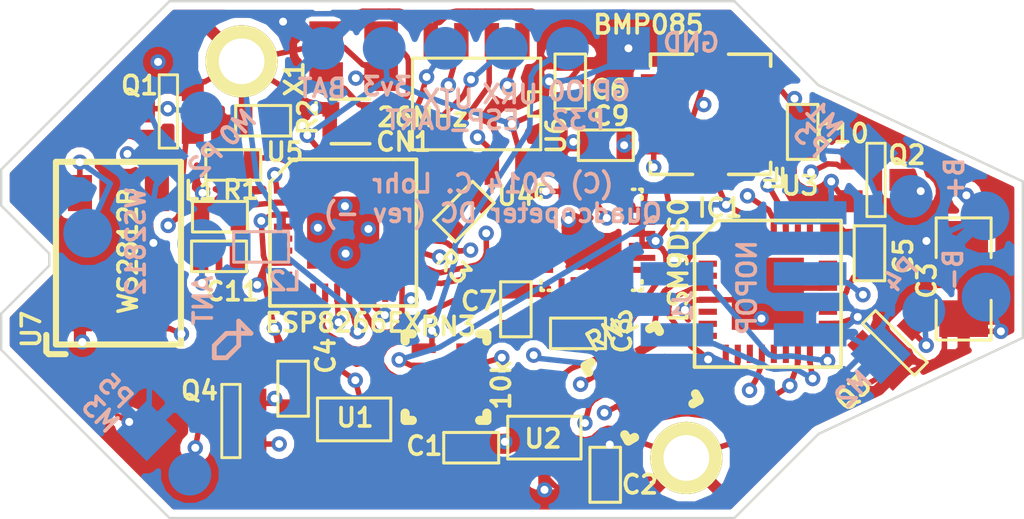
<source format=kicad_pcb>
(kicad_pcb (version 3) (host pcbnew "(2013-jul-07)-stable")

  (general
    (links 136)
    (no_connects 0)
    (area 109.449999 37.949999 152.050001 59.672733)
    (thickness 1.6)
    (drawings 31)
    (tracks 2042)
    (zones 0)
    (modules 44)
    (nets 44)
  )

  (page User 177.8 152.4)
  (layers
    (15 F.Cu signal)
    (2 Inner2.Cu signal hide)
    (1 Inner1.Cu signal hide)
    (0 B.Cu signal)
    (16 B.Adhes user)
    (17 F.Adhes user)
    (18 B.Paste user)
    (19 F.Paste user)
    (20 B.SilkS user)
    (21 F.SilkS user)
    (22 B.Mask user)
    (23 F.Mask user)
    (24 Dwgs.User user)
    (25 Cmts.User user)
    (26 Eco1.User user)
    (27 Eco2.User user)
    (28 Edge.Cuts user)
  )

  (setup
    (last_trace_width 0.2286)
    (trace_clearance 0.2032)
    (zone_clearance 0.3048)
    (zone_45_only no)
    (trace_min 0.008)
    (segment_width 0.2)
    (edge_width 0.1)
    (via_size 0.635)
    (via_drill 0.3302)
    (via_min_size 0.025)
    (via_min_drill 0.3302)
    (uvia_size 0.508)
    (uvia_drill 0.127)
    (uvias_allowed no)
    (uvia_min_size 0.02)
    (uvia_min_drill 0.127)
    (pcb_text_width 0.3)
    (pcb_text_size 1.5 1.5)
    (mod_edge_width 0.15)
    (mod_text_size 0.762 0.762)
    (mod_text_width 0.1524)
    (pad_size 1.1 0.25)
    (pad_drill 0)
    (pad_to_mask_clearance 0)
    (aux_axis_origin 0 0)
    (visible_elements FFFFFFFF)
    (pcbplotparams
      (layerselection 284196871)
      (usegerberextensions true)
      (excludeedgelayer false)
      (linewidth 0.150000)
      (plotframeref false)
      (viasonmask false)
      (mode 1)
      (useauxorigin false)
      (hpglpennumber 1)
      (hpglpenspeed 20)
      (hpglpendiameter 15)
      (hpglpenoverlay 2)
      (psnegative false)
      (psa4output false)
      (plotreference true)
      (plotvalue true)
      (plotothertext true)
      (plotinvisibletext false)
      (padsonsilk false)
      (subtractmaskfromsilk false)
      (outputformat 1)
      (mirror false)
      (drillshape 0)
      (scaleselection 1)
      (outputdirectory plots-4layer-1_6mm))
  )

  (net 0 "")
  (net 1 +3.3V)
  (net 2 +3.3VP)
  (net 3 +BATT)
  (net 4 GND)
  (net 5 GPIO0)
  (net 6 MTR0)
  (net 7 MTR1)
  (net 8 MTR2)
  (net 9 MTR3)
  (net 10 N-0000013)
  (net 11 N-0000018)
  (net 12 N-0000019)
  (net 13 N-000002)
  (net 14 N-0000022)
  (net 15 N-0000023)
  (net 16 N-0000024)
  (net 17 N-0000025)
  (net 18 N-0000026)
  (net 19 N-0000029)
  (net 20 N-000003)
  (net 21 N-0000030)
  (net 22 N-0000032)
  (net 23 N-0000033)
  (net 24 N-0000037)
  (net 25 N-000004)
  (net 26 N-0000043)
  (net 27 N-0000049)
  (net 28 N-000005)
  (net 29 N-0000051)
  (net 30 N-0000052)
  (net 31 N-0000053)
  (net 32 N-0000055)
  (net 33 N-0000056)
  (net 34 N-0000059)
  (net 35 N-000006)
  (net 36 N-0000068)
  (net 37 N-0000069)
  (net 38 SCL)
  (net 39 SDA)
  (net 40 URX)
  (net 41 UTX)
  (net 42 WS2812)
  (net 43 ~RESET~)

  (net_class Default "This is the default net class."
    (clearance 0.2032)
    (trace_width 0.2286)
    (via_dia 0.635)
    (via_drill 0.3302)
    (uvia_dia 0.508)
    (uvia_drill 0.127)
    (add_net "")
    (add_net +3.3V)
    (add_net +3.3VP)
    (add_net +BATT)
    (add_net GND)
    (add_net GPIO0)
    (add_net MTR0)
    (add_net MTR1)
    (add_net MTR2)
    (add_net MTR3)
    (add_net N-0000013)
    (add_net N-0000018)
    (add_net N-0000019)
    (add_net N-000002)
    (add_net N-0000022)
    (add_net N-0000023)
    (add_net N-0000024)
    (add_net N-0000025)
    (add_net N-0000026)
    (add_net N-0000029)
    (add_net N-000003)
    (add_net N-0000030)
    (add_net N-0000032)
    (add_net N-0000033)
    (add_net N-0000037)
    (add_net N-000004)
    (add_net N-0000043)
    (add_net N-0000049)
    (add_net N-000005)
    (add_net N-0000051)
    (add_net N-0000052)
    (add_net N-0000053)
    (add_net N-0000055)
    (add_net N-0000056)
    (add_net N-0000059)
    (add_net N-000006)
    (add_net N-0000068)
    (add_net N-0000069)
    (add_net SCL)
    (add_net SDA)
    (add_net URX)
    (add_net UTX)
    (add_net WS2812)
    (add_net ~RESET~)
  )

  (module LGA-24 (layer F.Cu) (tedit 54A2F33B) (tstamp 54A25737)
    (at 134.059 47.9264)
    (path /54A1A6C2)
    (fp_text reference U4 (at -3.159 -1.8264) (layer F.SilkS)
      (effects (font (size 0.762 0.762) (thickness 0.1524)))
    )
    (fp_text value LSM9DS0 (at 3.616 0.8486 90) (layer F.SilkS)
      (effects (font (size 0.762 0.762) (thickness 0.1524)))
    )
    (fp_line (start 2.1 1.8) (end 2.1 1.7) (layer F.SilkS) (width 0.15))
    (fp_line (start 1.8 2.1) (end 1.7 2.1) (layer F.SilkS) (width 0.15))
    (fp_line (start -1.8 2.1) (end -1.7 2.1) (layer F.SilkS) (width 0.15))
    (fp_line (start -2.1 1.8) (end -2.1 1.7) (layer F.SilkS) (width 0.15))
    (fp_line (start -2.1 -1.8) (end -2.1 -1.7) (layer F.SilkS) (width 0.15))
    (fp_line (start -1.8 -2.1) (end -1.7 -2.1) (layer F.SilkS) (width 0.15))
    (fp_line (start 1.8 -2.1) (end 1.7 -2.1) (layer F.SilkS) (width 0.15))
    (fp_line (start 2.1 -1.8) (end 2.1 -1.7) (layer F.SilkS) (width 0.15))
    (fp_line (start -1.8 -2.3) (end -2.3 -2.3) (layer F.SilkS) (width 0.15))
    (fp_line (start -2.3 -2.3) (end -2.3 -1.8) (layer F.SilkS) (width 0.15))
    (fp_line (start -2 2.1) (end -2.1 2.1) (layer F.SilkS) (width 0.15))
    (fp_line (start -2.1 2.1) (end -2.1 2) (layer F.SilkS) (width 0.15))
    (fp_line (start 2.1 2) (end 2.1 2.1) (layer F.SilkS) (width 0.15))
    (fp_line (start 2.1 2.1) (end 2 2.1) (layer F.SilkS) (width 0.15))
    (fp_line (start 2 -2.1) (end 2.1 -2.1) (layer F.SilkS) (width 0.15))
    (fp_line (start 2.1 -2.1) (end 2.1 -2) (layer F.SilkS) (width 0.15))
    (fp_line (start -2.1 -2) (end -2.1 -2.1) (layer F.SilkS) (width 0.15))
    (fp_line (start -2.1 -2.1) (end -2 -2.1) (layer F.SilkS) (width 0.15))
    (pad 1 smd rect (at -2.15 -1.25) (size 1.1 0.25)
      (layers F.Cu F.Paste F.Mask)
    )
    (pad 2 smd rect (at -2.1 -0.75) (size 1.1 0.25)
      (layers F.Cu F.Paste F.Mask)
    )
    (pad 3 smd rect (at -2.1 -0.25) (size 1.1 0.25)
      (layers F.Cu F.Paste F.Mask)
    )
    (pad 4 smd rect (at -2.1 0.25) (size 1.1 0.25)
      (layers F.Cu F.Paste F.Mask)
    )
    (pad 5 smd rect (at -2.1 0.75) (size 1.1 0.25)
      (layers F.Cu F.Paste F.Mask)
      (net 4 GND)
    )
    (pad 6 smd rect (at -2.15 1.25) (size 1.1 0.25)
      (layers F.Cu F.Paste F.Mask)
      (net 4 GND)
    )
    (pad 7 smd rect (at -1.25 2.15 90) (size 1.1 0.25)
      (layers F.Cu F.Paste F.Mask)
      (net 20 N-000003)
    )
    (pad 8 smd rect (at -0.75 2.1 90) (size 1.1 0.25)
      (layers F.Cu F.Paste F.Mask)
      (net 25 N-000004)
    )
    (pad 9 smd rect (at -0.25 2.1 90) (size 1.1 0.25)
      (layers F.Cu F.Paste F.Mask)
      (net 13 N-000002)
    )
    (pad 10 smd rect (at 0.25 2.1 90) (size 1.1 0.25)
      (layers F.Cu F.Paste F.Mask)
      (net 4 GND)
    )
    (pad 11 smd rect (at 0.75 2.1 90) (size 1.1 0.25)
      (layers F.Cu F.Paste F.Mask)
    )
    (pad 12 smd rect (at 1.25 2.15 90) (size 1.1 0.25)
      (layers F.Cu F.Paste F.Mask)
    )
    (pad 13 smd rect (at 2.15 1.25) (size 1.04 0.25)
      (layers F.Cu F.Paste F.Mask)
    )
    (pad 14 smd rect (at 2.1 0.75) (size 1.1 0.25)
      (layers F.Cu F.Paste F.Mask)
    )
    (pad 15 smd rect (at 2.1 0.25) (size 1.1 0.25)
      (layers F.Cu F.Paste F.Mask)
      (net 2 +3.3VP)
    )
    (pad 16 smd rect (at 2.1 -0.25) (size 1.1 0.25)
      (layers F.Cu F.Paste F.Mask)
      (net 2 +3.3VP)
    )
    (pad 17 smd rect (at 2.1 -0.75) (size 1.1 0.25)
      (layers F.Cu F.Paste F.Mask)
      (net 2 +3.3VP)
    )
    (pad 18 smd rect (at 2.15 -1.25) (size 1.1 0.25)
      (layers F.Cu F.Paste F.Mask)
      (net 2 +3.3VP)
    )
    (pad 19 smd rect (at 1.25 -2.15 90) (size 1.1 0.25)
      (layers F.Cu F.Paste F.Mask)
      (net 2 +3.3VP)
    )
    (pad 20 smd rect (at 0.75 -2.1 90) (size 1.1 0.25)
      (layers F.Cu F.Paste F.Mask)
      (net 2 +3.3VP)
    )
    (pad 21 smd rect (at 0.25 -2.1 90) (size 1.1 0.25)
      (layers F.Cu F.Paste F.Mask)
      (net 38 SCL)
    )
    (pad 22 smd rect (at -0.25 -2.1 90) (size 1.1 0.25)
      (layers F.Cu F.Paste F.Mask)
      (net 4 GND)
    )
    (pad 23 smd rect (at -0.75 -2.1 90) (size 1.1 0.25)
      (layers F.Cu F.Paste F.Mask)
      (net 4 GND)
    )
    (pad 24 smd rect (at -1.25 -2.15 90) (size 1.1 0.25)
      (layers F.Cu F.Paste F.Mask)
      (net 39 SDA)
    )
  )

  (module XTAL4P (layer F.Cu) (tedit 54A2F3BA) (tstamp 54A25592)
    (at 125.3029 41.1369 180)
    (path /54A196FB)
    (fp_text reference X1 (at 3.6029 -0.0881 270) (layer F.SilkS)
      (effects (font (size 0.762 0.762) (thickness 0.1524)))
    )
    (fp_text value 26MHz (at -1.7221 -1.6881 180) (layer F.SilkS)
      (effects (font (size 0.762 0.762) (thickness 0.1524)))
    )
    (pad 4 smd rect (at 0 0 180) (size 1.397 1.1938)
      (layers F.Cu F.Paste F.Mask)
      (net 4 GND)
    )
    (pad 1 smd rect (at 0 1.7018 180) (size 1.397 1.1938)
      (layers F.Cu F.Paste F.Mask)
      (net 28 N-000005)
    )
    (pad 3 smd rect (at 2.286 1.7018 180) (size 1.397 1.1938)
      (layers F.Cu F.Paste F.Mask)
      (net 4 GND)
    )
    (pad 2 smd rect (at 2.286 0 180) (size 1.397 1.1938)
      (layers F.Cu F.Paste F.Mask)
      (net 35 N-000006)
    )
  )

  (module SOT23GDS (layer F.Cu) (tedit 54A2F352) (tstamp 54A2559D)
    (at 145.8904 45.4338 90)
    (descr "Module CMS SOT23 Transistore EBC")
    (tags "CMS SOT")
    (path /54A1CC49)
    (attr smd)
    (fp_text reference Q2 (at 1.0338 1.2846 180) (layer F.SilkS)
      (effects (font (size 0.762 0.762) (thickness 0.1524)))
    )
    (fp_text value 7A_20V (at 0 0 90) (layer F.SilkS) hide
      (effects (font (size 0.762 0.762) (thickness 0.1524)))
    )
    (fp_line (start -1.524 -0.381) (end 1.524 -0.381) (layer F.SilkS) (width 0.11938))
    (fp_line (start 1.524 -0.381) (end 1.524 0.381) (layer F.SilkS) (width 0.11938))
    (fp_line (start 1.524 0.381) (end -1.524 0.381) (layer F.SilkS) (width 0.11938))
    (fp_line (start -1.524 0.381) (end -1.524 -0.381) (layer F.SilkS) (width 0.11938))
    (pad S smd rect (at -0.889 -1.016 90) (size 0.9144 0.9144)
      (layers F.Cu F.Paste F.Mask)
      (net 4 GND)
    )
    (pad G smd rect (at 0.889 -1.016 90) (size 0.9144 0.9144)
      (layers F.Cu F.Paste F.Mask)
      (net 22 N-0000032)
    )
    (pad D smd rect (at 0 1.016 90) (size 0.9144 0.9144)
      (layers F.Cu F.Paste F.Mask)
      (net 15 N-0000023)
    )
    (model smd/cms_sot23.wrl
      (at (xyz 0 0 0))
      (scale (xyz 0.13 0.15 0.15))
      (rotate (xyz 0 0 0))
    )
  )

  (module SOT23GDS (layer F.Cu) (tedit 54A1E3DD) (tstamp 54A255A8)
    (at 116.4541 42.5862 270)
    (descr "Module CMS SOT23 Transistore EBC")
    (tags "CMS SOT")
    (path /54A1CC26)
    (attr smd)
    (fp_text reference Q1 (at -1.08136 1.19532 360) (layer F.SilkS)
      (effects (font (size 0.762 0.762) (thickness 0.1524)))
    )
    (fp_text value 7A_20V (at 0 0 270) (layer F.SilkS) hide
      (effects (font (size 0.762 0.762) (thickness 0.1524)))
    )
    (fp_line (start -1.524 -0.381) (end 1.524 -0.381) (layer F.SilkS) (width 0.11938))
    (fp_line (start 1.524 -0.381) (end 1.524 0.381) (layer F.SilkS) (width 0.11938))
    (fp_line (start 1.524 0.381) (end -1.524 0.381) (layer F.SilkS) (width 0.11938))
    (fp_line (start -1.524 0.381) (end -1.524 -0.381) (layer F.SilkS) (width 0.11938))
    (pad S smd rect (at -0.889 -1.016 270) (size 0.9144 0.9144)
      (layers F.Cu F.Paste F.Mask)
      (net 4 GND)
    )
    (pad G smd rect (at 0.889 -1.016 270) (size 0.9144 0.9144)
      (layers F.Cu F.Paste F.Mask)
      (net 23 N-0000033)
    )
    (pad D smd rect (at 0 1.016 270) (size 0.9144 0.9144)
      (layers F.Cu F.Paste F.Mask)
      (net 14 N-0000022)
    )
    (model smd/cms_sot23.wrl
      (at (xyz 0 0 0))
      (scale (xyz 0.13 0.15 0.15))
      (rotate (xyz 0 0 0))
    )
  )

  (module SOT23GDS (layer F.Cu) (tedit 54A2F360) (tstamp 54A255B3)
    (at 146.6777 52.2166 135)
    (descr "Module CMS SOT23 Transistore EBC")
    (tags "CMS SOT")
    (path /54A1CC7A)
    (attr smd)
    (fp_text reference Q3 (at -0.251518 -2.694855 225) (layer F.SilkS)
      (effects (font (size 0.762 0.762) (thickness 0.1524)))
    )
    (fp_text value 7A_20V (at 0 0 135) (layer F.SilkS) hide
      (effects (font (size 0.762 0.762) (thickness 0.1524)))
    )
    (fp_line (start -1.524 -0.381) (end 1.524 -0.381) (layer F.SilkS) (width 0.11938))
    (fp_line (start 1.524 -0.381) (end 1.524 0.381) (layer F.SilkS) (width 0.11938))
    (fp_line (start 1.524 0.381) (end -1.524 0.381) (layer F.SilkS) (width 0.11938))
    (fp_line (start -1.524 0.381) (end -1.524 -0.381) (layer F.SilkS) (width 0.11938))
    (pad S smd rect (at -0.889 -1.016 135) (size 0.9144 0.9144)
      (layers F.Cu F.Paste F.Mask)
      (net 4 GND)
    )
    (pad G smd rect (at 0.889 -1.016 135) (size 0.9144 0.9144)
      (layers F.Cu F.Paste F.Mask)
      (net 19 N-0000029)
    )
    (pad D smd rect (at 0 1.016 135) (size 0.9144 0.9144)
      (layers F.Cu F.Paste F.Mask)
      (net 16 N-0000024)
    )
    (model smd/cms_sot23.wrl
      (at (xyz 0 0 0))
      (scale (xyz 0.13 0.15 0.15))
      (rotate (xyz 0 0 0))
    )
  )

  (module SOT23GDS (layer F.Cu) (tedit 54A2F2C5) (tstamp 54A255BE)
    (at 119.0564 55.463 270)
    (descr "Module CMS SOT23 Transistore EBC")
    (tags "CMS SOT")
    (path /54A1CC80)
    (attr smd)
    (fp_text reference Q4 (at -1.263 1.3064 360) (layer F.SilkS)
      (effects (font (size 0.762 0.762) (thickness 0.1524)))
    )
    (fp_text value 7A_20V (at 0 0 270) (layer F.SilkS) hide
      (effects (font (size 0.762 0.762) (thickness 0.1524)))
    )
    (fp_line (start -1.524 -0.381) (end 1.524 -0.381) (layer F.SilkS) (width 0.11938))
    (fp_line (start 1.524 -0.381) (end 1.524 0.381) (layer F.SilkS) (width 0.11938))
    (fp_line (start 1.524 0.381) (end -1.524 0.381) (layer F.SilkS) (width 0.11938))
    (fp_line (start -1.524 0.381) (end -1.524 -0.381) (layer F.SilkS) (width 0.11938))
    (pad S smd rect (at -0.889 -1.016 270) (size 0.9144 0.9144)
      (layers F.Cu F.Paste F.Mask)
      (net 4 GND)
    )
    (pad G smd rect (at 0.889 -1.016 270) (size 0.9144 0.9144)
      (layers F.Cu F.Paste F.Mask)
      (net 24 N-0000037)
    )
    (pad D smd rect (at 0 1.016 270) (size 0.9144 0.9144)
      (layers F.Cu F.Paste F.Mask)
      (net 17 N-0000025)
    )
    (model smd/cms_sot23.wrl
      (at (xyz 0 0 0))
      (scale (xyz 0.13 0.15 0.15))
      (rotate (xyz 0 0 0))
    )
  )

  (module SOT23-5 (layer F.Cu) (tedit 54A1E495) (tstamp 54A255CB)
    (at 132.095 56.155)
    (path /54A1BF25)
    (attr smd)
    (fp_text reference U2 (at -0.0577 0.0427) (layer F.SilkS)
      (effects (font (size 0.762 0.762) (thickness 0.1524)))
    )
    (fp_text value MCP1824 (at 0 0) (layer F.SilkS) hide
      (effects (font (size 0.762 0.762) (thickness 0.1524)))
    )
    (fp_line (start 1.524 -0.889) (end 1.524 0.889) (layer F.SilkS) (width 0.127))
    (fp_line (start 1.524 0.889) (end -1.524 0.889) (layer F.SilkS) (width 0.127))
    (fp_line (start -1.524 0.889) (end -1.524 -0.889) (layer F.SilkS) (width 0.127))
    (fp_line (start -1.524 -0.889) (end 1.524 -0.889) (layer F.SilkS) (width 0.127))
    (pad 1 smd rect (at -0.9525 1.27) (size 0.508 0.762)
      (layers F.Cu F.Paste F.Mask)
      (net 3 +BATT)
    )
    (pad 3 smd rect (at 0.9525 1.27) (size 0.508 0.762)
      (layers F.Cu F.Paste F.Mask)
      (net 3 +BATT)
    )
    (pad 5 smd rect (at -0.9525 -1.27) (size 0.508 0.762)
      (layers F.Cu F.Paste F.Mask)
      (net 2 +3.3VP)
    )
    (pad 2 smd rect (at 0 1.27) (size 0.508 0.762)
      (layers F.Cu F.Paste F.Mask)
      (net 4 GND)
    )
    (pad 4 smd rect (at 0.9525 -1.27) (size 0.508 0.762)
      (layers F.Cu F.Paste F.Mask)
    )
    (model smd/SOT23_5.wrl
      (at (xyz 0 0 0))
      (scale (xyz 0.1 0.1 0.1))
      (rotate (xyz 0 0 0))
    )
  )

  (module SOT23-5 (layer F.Cu) (tedit 54A1E3D4) (tstamp 54A255D8)
    (at 124.1805 55.3971)
    (path /54A1AD3D)
    (attr smd)
    (fp_text reference U1 (at 0.0382 -0.07414) (layer F.SilkS)
      (effects (font (size 0.762 0.762) (thickness 0.1524)))
    )
    (fp_text value MCP1824 (at 0 0) (layer F.SilkS) hide
      (effects (font (size 0.762 0.762) (thickness 0.1524)))
    )
    (fp_line (start 1.524 -0.889) (end 1.524 0.889) (layer F.SilkS) (width 0.127))
    (fp_line (start 1.524 0.889) (end -1.524 0.889) (layer F.SilkS) (width 0.127))
    (fp_line (start -1.524 0.889) (end -1.524 -0.889) (layer F.SilkS) (width 0.127))
    (fp_line (start -1.524 -0.889) (end 1.524 -0.889) (layer F.SilkS) (width 0.127))
    (pad 1 smd rect (at -0.9525 1.27) (size 0.508 0.762)
      (layers F.Cu F.Paste F.Mask)
      (net 3 +BATT)
    )
    (pad 3 smd rect (at 0.9525 1.27) (size 0.508 0.762)
      (layers F.Cu F.Paste F.Mask)
      (net 3 +BATT)
    )
    (pad 5 smd rect (at -0.9525 -1.27) (size 0.508 0.762)
      (layers F.Cu F.Paste F.Mask)
      (net 1 +3.3V)
    )
    (pad 2 smd rect (at 0 1.27) (size 0.508 0.762)
      (layers F.Cu F.Paste F.Mask)
      (net 4 GND)
    )
    (pad 4 smd rect (at 0.9525 -1.27) (size 0.508 0.762)
      (layers F.Cu F.Paste F.Mask)
    )
    (model smd/SOT23_5.wrl
      (at (xyz 0 0 0))
      (scale (xyz 0.1 0.1 0.1))
      (rotate (xyz 0 0 0))
    )
  )

  (module SO8E (layer F.Cu) (tedit 54A2F330) (tstamp 54A255EC)
    (at 129.275 42.275 180)
    (descr "module CMS SOJ 8 pins etroit")
    (tags "CMS SOJ")
    (path /54A19351)
    (attr smd)
    (fp_text reference U6 (at -3.306 -1.3105 270) (layer F.SilkS)
      (effects (font (size 0.762 0.762) (thickness 0.1524)))
    )
    (fp_text value W25Q80DV (at -0.38356 0.189 180) (layer F.SilkS) hide
      (effects (font (size 0.762 0.762) (thickness 0.1524)))
    )
    (fp_line (start -2.667 1.778) (end -2.667 1.905) (layer F.SilkS) (width 0.127))
    (fp_line (start -2.667 1.905) (end 2.667 1.905) (layer F.SilkS) (width 0.127))
    (fp_line (start 2.667 -1.905) (end -2.667 -1.905) (layer F.SilkS) (width 0.127))
    (fp_line (start -2.667 -1.905) (end -2.667 1.778) (layer F.SilkS) (width 0.127))
    (fp_line (start -2.667 -0.508) (end -2.159 -0.508) (layer F.SilkS) (width 0.127))
    (fp_line (start -2.159 -0.508) (end -2.159 0.508) (layer F.SilkS) (width 0.127))
    (fp_line (start -2.159 0.508) (end -2.667 0.508) (layer F.SilkS) (width 0.127))
    (fp_line (start 2.667 -1.905) (end 2.667 1.905) (layer F.SilkS) (width 0.127))
    (pad 8 smd rect (at -1.905 -2.667 180) (size 0.59944 1.39954)
      (layers F.Cu F.Paste F.Mask)
      (net 1 +3.3V)
    )
    (pad 1 smd rect (at -1.905 2.667 180) (size 0.59944 1.39954)
      (layers F.Cu F.Paste F.Mask)
      (net 31 N-0000053)
    )
    (pad 7 smd rect (at -0.635 -2.667 180) (size 0.59944 1.39954)
      (layers F.Cu F.Paste F.Mask)
      (net 29 N-0000051)
    )
    (pad 6 smd rect (at 0.635 -2.667 180) (size 0.59944 1.39954)
      (layers F.Cu F.Paste F.Mask)
      (net 33 N-0000056)
    )
    (pad 5 smd rect (at 1.905 -2.667 180) (size 0.59944 1.39954)
      (layers F.Cu F.Paste F.Mask)
      (net 32 N-0000055)
    )
    (pad 2 smd rect (at -0.635 2.667 180) (size 0.59944 1.39954)
      (layers F.Cu F.Paste F.Mask)
      (net 27 N-0000049)
    )
    (pad 3 smd rect (at 0.635 2.667 180) (size 0.59944 1.39954)
      (layers F.Cu F.Paste F.Mask)
      (net 30 N-0000052)
    )
    (pad 4 smd rect (at 1.905 2.667 180) (size 0.59944 1.39954)
      (layers F.Cu F.Paste F.Mask)
      (net 4 GND)
    )
    (model smd/cms_so8.wrl
      (at (xyz 0 0 0))
      (scale (xyz 0.5 0.32 0.5))
      (rotate (xyz 0 0 0))
    )
  )

  (module SM1206 (layer F.Cu) (tedit 54A2F60C) (tstamp 54A255F8)
    (at 149.5352 49.554 270)
    (path /54A1B79D)
    (attr smd)
    (fp_text reference C3 (at 0.071 1.5352 270) (layer F.SilkS)
      (effects (font (size 0.762 0.762) (thickness 0.1524)))
    )
    (fp_text value 100uF (at 0 0 270) (layer F.SilkS) hide
      (effects (font (size 0.762 0.762) (thickness 0.1524)))
    )
    (fp_line (start -2.54 -1.143) (end -2.54 1.143) (layer F.SilkS) (width 0.127))
    (fp_line (start -2.54 1.143) (end -0.889 1.143) (layer F.SilkS) (width 0.127))
    (fp_line (start 0.889 -1.143) (end 2.54 -1.143) (layer F.SilkS) (width 0.127))
    (fp_line (start 2.54 -1.143) (end 2.54 1.143) (layer F.SilkS) (width 0.127))
    (fp_line (start 2.54 1.143) (end 0.889 1.143) (layer F.SilkS) (width 0.127))
    (fp_line (start -0.889 -1.143) (end -2.54 -1.143) (layer F.SilkS) (width 0.127))
    (pad 1 smd rect (at -1.651 0 270) (size 1.524 2.032)
      (layers F.Cu F.Paste F.Mask)
      (net 3 +BATT)
    )
    (pad 2 smd rect (at 1.651 0 270) (size 1.524 2.032)
      (layers F.Cu F.Paste F.Mask)
      (net 4 GND)
    )
    (model smd/chip_cms.wrl
      (at (xyz 0 0 0))
      (scale (xyz 0.17 0.16 0.16))
      (rotate (xyz 0 0 0))
    )
  )

  (module SM0603 (layer B.Cu) (tedit 54A2F3A1) (tstamp 54A2F4B1)
    (at 120.3145 48.221)
    (path /54A24CA4)
    (attr smd)
    (fp_text reference L2 (at 0.9855 1.429) (layer B.SilkS)
      (effects (font (size 0.762 0.762) (thickness 0.1524)) (justify mirror))
    )
    (fp_text value NP (at 0 0) (layer B.SilkS) hide
      (effects (font (size 0.762 0.762) (thickness 0.1524)) (justify mirror))
    )
    (fp_line (start -1.143 0.635) (end 1.143 0.635) (layer B.SilkS) (width 0.127))
    (fp_line (start 1.143 0.635) (end 1.143 -0.635) (layer B.SilkS) (width 0.127))
    (fp_line (start 1.143 -0.635) (end -1.143 -0.635) (layer B.SilkS) (width 0.127))
    (fp_line (start -1.143 -0.635) (end -1.143 0.635) (layer B.SilkS) (width 0.127))
    (pad 1 smd rect (at -0.762 0) (size 0.635 1.143)
      (layers B.Cu B.Paste B.Mask)
      (net 26 N-0000043)
    )
    (pad 2 smd rect (at 0.762 0) (size 0.635 1.143)
      (layers B.Cu B.Paste B.Mask)
      (net 4 GND)
    )
    (model smd\resistors\R0603.wrl
      (at (xyz 0 0 0.001))
      (scale (xyz 0.5 0.5 0.5))
      (rotate (xyz 0 0 0))
    )
  )

  (module SM0603 (layer F.Cu) (tedit 54A2E75A) (tstamp 54A25618)
    (at 128.75 46.75 45)
    (path /54A19362)
    (attr smd)
    (fp_text reference R3 (at -1.931321 1.324623 135) (layer F.SilkS)
      (effects (font (size 0.762 0.762) (thickness 0.1524)))
    )
    (fp_text value 200 (at 0 0 45) (layer F.SilkS) hide
      (effects (font (size 0.762 0.762) (thickness 0.1524)))
    )
    (fp_line (start -1.143 -0.635) (end 1.143 -0.635) (layer F.SilkS) (width 0.127))
    (fp_line (start 1.143 -0.635) (end 1.143 0.635) (layer F.SilkS) (width 0.127))
    (fp_line (start 1.143 0.635) (end -1.143 0.635) (layer F.SilkS) (width 0.127))
    (fp_line (start -1.143 0.635) (end -1.143 -0.635) (layer F.SilkS) (width 0.127))
    (pad 1 smd rect (at -0.762 0 45) (size 0.635 1.143)
      (layers F.Cu F.Paste F.Mask)
      (net 34 N-0000059)
    )
    (pad 2 smd rect (at 0.762 0 45) (size 0.635 1.143)
      (layers F.Cu F.Paste F.Mask)
      (net 33 N-0000056)
    )
    (model smd\resistors\R0603.wrl
      (at (xyz 0 0 0.001))
      (scale (xyz 0.5 0.5 0.5))
      (rotate (xyz 0 0 0))
    )
  )

  (module SM0603 (layer F.Cu) (tedit 54A2FD0B) (tstamp 54A25622)
    (at 120.394 42.9727 180)
    (path /54A19514)
    (attr smd)
    (fp_text reference R2 (at -1.856 0.1477 270) (layer F.SilkS)
      (effects (font (size 0.762 0.762) (thickness 0.1524)))
    )
    (fp_text value 12k (at 0 0 180) (layer F.SilkS) hide
      (effects (font (size 0.762 0.762) (thickness 0.1524)))
    )
    (fp_line (start -1.143 -0.635) (end 1.143 -0.635) (layer F.SilkS) (width 0.127))
    (fp_line (start 1.143 -0.635) (end 1.143 0.635) (layer F.SilkS) (width 0.127))
    (fp_line (start 1.143 0.635) (end -1.143 0.635) (layer F.SilkS) (width 0.127))
    (fp_line (start -1.143 0.635) (end -1.143 -0.635) (layer F.SilkS) (width 0.127))
    (pad 1 smd rect (at -0.762 0 180) (size 0.635 1.143)
      (layers F.Cu F.Paste F.Mask)
      (net 36 N-0000068)
    )
    (pad 2 smd rect (at 0.762 0 180) (size 0.635 1.143)
      (layers F.Cu F.Paste F.Mask)
      (net 4 GND)
    )
    (model smd\resistors\R0603.wrl
      (at (xyz 0 0 0.001))
      (scale (xyz 0.5 0.5 0.5))
      (rotate (xyz 0 0 0))
    )
  )

  (module SM0603 (layer F.Cu) (tedit 54A1E4A7) (tstamp 54A2562C)
    (at 133.4933 51.8173 180)
    (path /54A1C074)
    (attr smd)
    (fp_text reference C8 (at -1.8369 -0.0748 270) (layer F.SilkS)
      (effects (font (size 0.762 0.762) (thickness 0.1524)))
    )
    (fp_text value .22uF (at 0 0 180) (layer F.SilkS) hide
      (effects (font (size 0.762 0.762) (thickness 0.1524)))
    )
    (fp_line (start -1.143 -0.635) (end 1.143 -0.635) (layer F.SilkS) (width 0.127))
    (fp_line (start 1.143 -0.635) (end 1.143 0.635) (layer F.SilkS) (width 0.127))
    (fp_line (start 1.143 0.635) (end -1.143 0.635) (layer F.SilkS) (width 0.127))
    (fp_line (start -1.143 0.635) (end -1.143 -0.635) (layer F.SilkS) (width 0.127))
    (pad 1 smd rect (at -0.762 0 180) (size 0.635 1.143)
      (layers F.Cu F.Paste F.Mask)
      (net 13 N-000002)
    )
    (pad 2 smd rect (at 0.762 0 180) (size 0.635 1.143)
      (layers F.Cu F.Paste F.Mask)
      (net 25 N-000004)
    )
    (model smd\resistors\R0603.wrl
      (at (xyz 0 0 0.001))
      (scale (xyz 0.5 0.5 0.5))
      (rotate (xyz 0 0 0))
    )
  )

  (module SM0603 (layer F.Cu) (tedit 54A2F34E) (tstamp 54A25636)
    (at 142.8396 43.4364 270)
    (path /54A1BB6C)
    (attr smd)
    (fp_text reference C10 (at 0.0636 -1.6354 360) (layer F.SilkS)
      (effects (font (size 0.762 0.762) (thickness 0.1524)))
    )
    (fp_text value .1u (at 0 0 270) (layer F.SilkS) hide
      (effects (font (size 0.762 0.762) (thickness 0.1524)))
    )
    (fp_line (start -1.143 -0.635) (end 1.143 -0.635) (layer F.SilkS) (width 0.127))
    (fp_line (start 1.143 -0.635) (end 1.143 0.635) (layer F.SilkS) (width 0.127))
    (fp_line (start 1.143 0.635) (end -1.143 0.635) (layer F.SilkS) (width 0.127))
    (fp_line (start -1.143 0.635) (end -1.143 -0.635) (layer F.SilkS) (width 0.127))
    (pad 1 smd rect (at -0.762 0 270) (size 0.635 1.143)
      (layers F.Cu F.Paste F.Mask)
      (net 2 +3.3VP)
    )
    (pad 2 smd rect (at 0.762 0 270) (size 0.635 1.143)
      (layers F.Cu F.Paste F.Mask)
      (net 4 GND)
    )
    (model smd\resistors\R0603.wrl
      (at (xyz 0 0 0.001))
      (scale (xyz 0.5 0.5 0.5))
      (rotate (xyz 0 0 0))
    )
  )

  (module SM0603 (layer F.Cu) (tedit 54A2F2D0) (tstamp 54A25640)
    (at 130.9093 50.8146 90)
    (path /54A1B986)
    (attr smd)
    (fp_text reference C7 (at 0.3396 -1.5343 180) (layer F.SilkS)
      (effects (font (size 0.762 0.762) (thickness 0.1524)))
    )
    (fp_text value 4.7uF (at 0 0 90) (layer F.SilkS) hide
      (effects (font (size 0.762 0.762) (thickness 0.1524)))
    )
    (fp_line (start -1.143 -0.635) (end 1.143 -0.635) (layer F.SilkS) (width 0.127))
    (fp_line (start 1.143 -0.635) (end 1.143 0.635) (layer F.SilkS) (width 0.127))
    (fp_line (start 1.143 0.635) (end -1.143 0.635) (layer F.SilkS) (width 0.127))
    (fp_line (start -1.143 0.635) (end -1.143 -0.635) (layer F.SilkS) (width 0.127))
    (pad 1 smd rect (at -0.762 0 90) (size 0.635 1.143)
      (layers F.Cu F.Paste F.Mask)
      (net 20 N-000003)
    )
    (pad 2 smd rect (at 0.762 0 90) (size 0.635 1.143)
      (layers F.Cu F.Paste F.Mask)
      (net 4 GND)
    )
    (model smd\resistors\R0603.wrl
      (at (xyz 0 0 0.001))
      (scale (xyz 0.5 0.5 0.5))
      (rotate (xyz 0 0 0))
    )
  )

  (module SM0603 (layer F.Cu) (tedit 54A2F3B0) (tstamp 54A2564A)
    (at 119.1534 44.8116 180)
    (path /54A195CA)
    (attr smd)
    (fp_text reference R1 (at -0.3216 -1.0384 180) (layer F.SilkS)
      (effects (font (size 0.762 0.762) (thickness 0.1524)))
    )
    (fp_text value NOPOP (at 0 0 180) (layer F.SilkS) hide
      (effects (font (size 0.762 0.762) (thickness 0.1524)))
    )
    (fp_line (start -1.143 -0.635) (end 1.143 -0.635) (layer F.SilkS) (width 0.127))
    (fp_line (start 1.143 -0.635) (end 1.143 0.635) (layer F.SilkS) (width 0.127))
    (fp_line (start 1.143 0.635) (end -1.143 0.635) (layer F.SilkS) (width 0.127))
    (fp_line (start -1.143 0.635) (end -1.143 -0.635) (layer F.SilkS) (width 0.127))
    (pad 1 smd rect (at -0.762 0 180) (size 0.635 1.143)
      (layers F.Cu F.Paste F.Mask)
      (net 37 N-0000069)
    )
    (pad 2 smd rect (at 0.762 0 180) (size 0.635 1.143)
      (layers F.Cu F.Paste F.Mask)
    )
    (model smd\resistors\R0603.wrl
      (at (xyz 0 0 0.001))
      (scale (xyz 0.5 0.5 0.5))
      (rotate (xyz 0 0 0))
    )
  )

  (module SM0603 (layer F.Cu) (tedit 54A2F2D3) (tstamp 54A25654)
    (at 129.051 56.5746 180)
    (path /54A1CC50)
    (attr smd)
    (fp_text reference C1 (at 1.951 0.0746 180) (layer F.SilkS)
      (effects (font (size 0.762 0.762) (thickness 0.1524)))
    )
    (fp_text value .1u (at 0 0 180) (layer F.SilkS) hide
      (effects (font (size 0.762 0.762) (thickness 0.1524)))
    )
    (fp_line (start -1.143 -0.635) (end 1.143 -0.635) (layer F.SilkS) (width 0.127))
    (fp_line (start 1.143 -0.635) (end 1.143 0.635) (layer F.SilkS) (width 0.127))
    (fp_line (start 1.143 0.635) (end -1.143 0.635) (layer F.SilkS) (width 0.127))
    (fp_line (start -1.143 0.635) (end -1.143 -0.635) (layer F.SilkS) (width 0.127))
    (pad 1 smd rect (at -0.762 0 180) (size 0.635 1.143)
      (layers F.Cu F.Paste F.Mask)
      (net 4 GND)
    )
    (pad 2 smd rect (at 0.762 0 180) (size 0.635 1.143)
      (layers F.Cu F.Paste F.Mask)
      (net 2 +3.3VP)
    )
    (model smd\resistors\R0603.wrl
      (at (xyz 0 0 0.001))
      (scale (xyz 0.5 0.5 0.5))
      (rotate (xyz 0 0 0))
    )
  )

  (module SM0603 (layer F.Cu) (tedit 54A2F356) (tstamp 54A2565E)
    (at 145.6178 48.4856 90)
    (path /54A21727)
    (attr smd)
    (fp_text reference C5 (at -0.1144 1.4072 90) (layer F.SilkS)
      (effects (font (size 0.762 0.762) (thickness 0.1524)))
    )
    (fp_text value 1u (at 0 0 90) (layer F.SilkS) hide
      (effects (font (size 0.762 0.762) (thickness 0.1524)))
    )
    (fp_line (start -1.143 -0.635) (end 1.143 -0.635) (layer F.SilkS) (width 0.127))
    (fp_line (start 1.143 -0.635) (end 1.143 0.635) (layer F.SilkS) (width 0.127))
    (fp_line (start 1.143 0.635) (end -1.143 0.635) (layer F.SilkS) (width 0.127))
    (fp_line (start -1.143 0.635) (end -1.143 -0.635) (layer F.SilkS) (width 0.127))
    (pad 1 smd rect (at -0.762 0 90) (size 0.635 1.143)
      (layers F.Cu F.Paste F.Mask)
      (net 10 N-0000013)
    )
    (pad 2 smd rect (at 0.762 0 90) (size 0.635 1.143)
      (layers F.Cu F.Paste F.Mask)
      (net 4 GND)
    )
    (model smd\resistors\R0603.wrl
      (at (xyz 0 0 0.001))
      (scale (xyz 0.5 0.5 0.5))
      (rotate (xyz 0 0 0))
    )
  )

  (module SM0603 (layer F.Cu) (tedit 54A2F334) (tstamp 54A25668)
    (at 134.6518 43.9921 180)
    (path /54A1BF47)
    (attr smd)
    (fp_text reference C9 (at -0.2232 1.2171 180) (layer F.SilkS)
      (effects (font (size 0.762 0.762) (thickness 0.1524)))
    )
    (fp_text value 10uF (at 0 0 180) (layer F.SilkS) hide
      (effects (font (size 0.762 0.762) (thickness 0.1524)))
    )
    (fp_line (start -1.143 -0.635) (end 1.143 -0.635) (layer F.SilkS) (width 0.127))
    (fp_line (start 1.143 -0.635) (end 1.143 0.635) (layer F.SilkS) (width 0.127))
    (fp_line (start 1.143 0.635) (end -1.143 0.635) (layer F.SilkS) (width 0.127))
    (fp_line (start -1.143 0.635) (end -1.143 -0.635) (layer F.SilkS) (width 0.127))
    (pad 1 smd rect (at -0.762 0 180) (size 0.635 1.143)
      (layers F.Cu F.Paste F.Mask)
      (net 2 +3.3VP)
    )
    (pad 2 smd rect (at 0.762 0 180) (size 0.635 1.143)
      (layers F.Cu F.Paste F.Mask)
      (net 4 GND)
    )
    (model smd\resistors\R0603.wrl
      (at (xyz 0 0 0.001))
      (scale (xyz 0.5 0.5 0.5))
      (rotate (xyz 0 0 0))
    )
  )

  (module SM0603 (layer F.Cu) (tedit 54A2F3A6) (tstamp 54A2F4C7)
    (at 118.6 46.9638 180)
    (path /54A24F6F)
    (attr smd)
    (fp_text reference L1 (at 0.825 1.0888 180) (layer F.SilkS)
      (effects (font (size 0.762 0.762) (thickness 0.1524)))
    )
    (fp_text value NP (at 0 0 180) (layer F.SilkS) hide
      (effects (font (size 0.762 0.762) (thickness 0.1524)))
    )
    (fp_line (start -1.143 -0.635) (end 1.143 -0.635) (layer F.SilkS) (width 0.127))
    (fp_line (start 1.143 -0.635) (end 1.143 0.635) (layer F.SilkS) (width 0.127))
    (fp_line (start 1.143 0.635) (end -1.143 0.635) (layer F.SilkS) (width 0.127))
    (fp_line (start -1.143 0.635) (end -1.143 -0.635) (layer F.SilkS) (width 0.127))
    (pad 1 smd rect (at -0.762 0 180) (size 0.635 1.143)
      (layers F.Cu F.Paste F.Mask)
      (net 18 N-0000026)
    )
    (pad 2 smd rect (at 0.762 0 180) (size 0.635 1.143)
      (layers F.Cu F.Paste F.Mask)
      (net 4 GND)
    )
    (model smd\resistors\R0603.wrl
      (at (xyz 0 0 0.001))
      (scale (xyz 0.5 0.5 0.5))
      (rotate (xyz 0 0 0))
    )
  )

  (module SM0603 (layer F.Cu) (tedit 54A2F2C3) (tstamp 54A2567C)
    (at 121.6427 54.1192 270)
    (path /54A1B797)
    (attr smd)
    (fp_text reference C4 (at -1.3692 -1.3573 270) (layer F.SilkS)
      (effects (font (size 0.762 0.762) (thickness 0.1524)))
    )
    (fp_text value 10uF (at 0 0 270) (layer F.SilkS) hide
      (effects (font (size 0.762 0.762) (thickness 0.1524)))
    )
    (fp_line (start -1.143 -0.635) (end 1.143 -0.635) (layer F.SilkS) (width 0.127))
    (fp_line (start 1.143 -0.635) (end 1.143 0.635) (layer F.SilkS) (width 0.127))
    (fp_line (start 1.143 0.635) (end -1.143 0.635) (layer F.SilkS) (width 0.127))
    (fp_line (start -1.143 0.635) (end -1.143 -0.635) (layer F.SilkS) (width 0.127))
    (pad 1 smd rect (at -0.762 0 270) (size 0.635 1.143)
      (layers F.Cu F.Paste F.Mask)
      (net 1 +3.3V)
    )
    (pad 2 smd rect (at 0.762 0 270) (size 0.635 1.143)
      (layers F.Cu F.Paste F.Mask)
      (net 4 GND)
    )
    (model smd\resistors\R0603.wrl
      (at (xyz 0 0 0.001))
      (scale (xyz 0.5 0.5 0.5))
      (rotate (xyz 0 0 0))
    )
  )

  (module SM0603 (layer F.Cu) (tedit 54A2F2D8) (tstamp 54A25686)
    (at 134.625 57.7 270)
    (path /54A1B774)
    (attr smd)
    (fp_text reference C2 (at 0.4068 -1.4437 360) (layer F.SilkS)
      (effects (font (size 0.762 0.762) (thickness 0.1524)))
    )
    (fp_text value 10uF (at 0 0 270) (layer F.SilkS) hide
      (effects (font (size 0.762 0.762) (thickness 0.1524)))
    )
    (fp_line (start -1.143 -0.635) (end 1.143 -0.635) (layer F.SilkS) (width 0.127))
    (fp_line (start 1.143 -0.635) (end 1.143 0.635) (layer F.SilkS) (width 0.127))
    (fp_line (start 1.143 0.635) (end -1.143 0.635) (layer F.SilkS) (width 0.127))
    (fp_line (start -1.143 0.635) (end -1.143 -0.635) (layer F.SilkS) (width 0.127))
    (pad 1 smd rect (at -0.762 0 270) (size 0.635 1.143)
      (layers F.Cu F.Paste F.Mask)
      (net 3 +BATT)
    )
    (pad 2 smd rect (at 0.762 0 270) (size 0.635 1.143)
      (layers F.Cu F.Paste F.Mask)
      (net 4 GND)
    )
    (model smd\resistors\R0603.wrl
      (at (xyz 0 0 0.001))
      (scale (xyz 0.5 0.5 0.5))
      (rotate (xyz 0 0 0))
    )
  )

  (module SM0603 (layer F.Cu) (tedit 54A2F3B5) (tstamp 54A2F4BC)
    (at 118.5612 48.6113 180)
    (path /54A249DB)
    (attr smd)
    (fp_text reference C11 (at -0.5638 -1.4637 180) (layer F.SilkS)
      (effects (font (size 0.762 0.762) (thickness 0.1524)))
    )
    (fp_text value 5.6pF (at 0 0 180) (layer F.SilkS) hide
      (effects (font (size 0.762 0.762) (thickness 0.1524)))
    )
    (fp_line (start -1.143 -0.635) (end 1.143 -0.635) (layer F.SilkS) (width 0.127))
    (fp_line (start 1.143 -0.635) (end 1.143 0.635) (layer F.SilkS) (width 0.127))
    (fp_line (start 1.143 0.635) (end -1.143 0.635) (layer F.SilkS) (width 0.127))
    (fp_line (start -1.143 0.635) (end -1.143 -0.635) (layer F.SilkS) (width 0.127))
    (pad 1 smd rect (at -0.762 0 180) (size 0.635 1.143)
      (layers F.Cu F.Paste F.Mask)
      (net 18 N-0000026)
    )
    (pad 2 smd rect (at 0.762 0 180) (size 0.635 1.143)
      (layers F.Cu F.Paste F.Mask)
      (net 26 N-0000043)
    )
    (model smd\resistors\R0603.wrl
      (at (xyz 0 0 0.001))
      (scale (xyz 0.5 0.5 0.5))
      (rotate (xyz 0 0 0))
    )
  )

  (module RIBBON6SMT (layer B.Cu) (tedit 54A1E4CC) (tstamp 54A256B2)
    (at 143.1485 51.8795 90)
    (path /54A19AA6)
    (fp_text reference J1 (at 1.2012 -5.2936 90) (layer B.SilkS)
      (effects (font (size 0.762 0.762) (thickness 0.1524)) (justify mirror))
    )
    (fp_text value NOPOP (at 1.9632 -2.6266 90) (layer B.SilkS)
      (effects (font (size 0.762 0.762) (thickness 0.1524)) (justify mirror))
    )
    (pad 2 smd rect (at 0 0 90) (size 0.9652 3.0226)
      (layers B.Cu B.Paste B.Mask)
      (net 3 +BATT)
    )
    (pad 4 smd rect (at 2.54 0 90) (size 0.9652 3.0226)
      (layers B.Cu B.Paste B.Mask)
      (net 8 MTR2)
    )
    (pad 6 smd rect (at 5.08 0 90) (size 0.9652 3.0226)
      (layers B.Cu B.Paste B.Mask)
      (net 4 GND)
    )
    (pad 1 smd rect (at 0 -5.5372 90) (size 0.9652 3.0226)
      (layers B.Cu B.Paste B.Mask)
      (net 12 N-0000019)
    )
    (pad 3 smd rect (at 2.54 -5.5372 90) (size 0.9652 3.0226)
      (layers B.Cu B.Paste B.Mask)
      (net 11 N-0000018)
    )
    (pad 5 smd rect (at 5.08 -5.5372 90) (size 0.9652 3.0226)
      (layers B.Cu B.Paste B.Mask)
      (net 43 ~RESET~)
    )
  )

  (module QFN32   locked (layer F.Cu) (tedit 54A2F3AC) (tstamp 54A256DD)
    (at 123.7249 47.6274)
    (descr "Support CMS Plcc 32 pins")
    (tags "CMS Plcc")
    (path /54A176B1)
    (attr smd)
    (fp_text reference U5 (at -2.4249 -3.3524) (layer F.SilkS)
      (effects (font (size 0.762 0.762) (thickness 0.1524)))
    )
    (fp_text value ESP8266EX (at 0.0001 3.7476) (layer F.SilkS)
      (effects (font (size 0.762 0.762) (thickness 0.1524)))
    )
    (fp_line (start -2.0955 -3.048) (end 2.0955 -3.048) (layer F.SilkS) (width 0.1524))
    (fp_line (start 2.0955 -3.048) (end 3.048 -3.048) (layer F.SilkS) (width 0.1524))
    (fp_line (start 3.048 -3.048) (end 3.048 3.048) (layer F.SilkS) (width 0.1524))
    (fp_line (start 3.048 3.048) (end -3.048 3.048) (layer F.SilkS) (width 0.1524))
    (fp_line (start -3.048 3.048) (end -3.048 -2.0955) (layer F.SilkS) (width 0.1524))
    (fp_line (start -3.048 -2.0955) (end -2.0955 -3.048) (layer F.SilkS) (width 0.1524))
    (pad 31 smd rect (at -1.24968 -2.49936) (size 0.254 0.762)
      (layers F.Cu F.Paste F.Mask)
      (net 36 N-0000068)
    )
    (pad 30 smd rect (at -0.7493 -2.49936) (size 0.254 0.762)
      (layers F.Cu F.Paste F.Mask)
      (net 1 +3.3V)
    )
    (pad 29 smd rect (at -0.24892 -2.49936) (size 0.254 0.762)
      (layers F.Cu F.Paste F.Mask)
      (net 1 +3.3V)
    )
    (pad 32 smd rect (at -1.75006 -2.49936) (size 0.254 0.762)
      (layers F.Cu F.Paste F.Mask)
      (net 37 N-0000069)
    )
    (pad 1 smd rect (at -2.49936 -1.75006 90) (size 0.254 0.762)
      (layers F.Cu F.Paste F.Mask)
      (net 1 +3.3V)
    )
    (pad 2 smd rect (at -2.49936 -1.24968 90) (size 0.254 0.762)
      (layers F.Cu F.Paste F.Mask)
      (net 18 N-0000026)
    )
    (pad 3 smd rect (at -2.49936 -0.7493 90) (size 0.254 0.762)
      (layers F.Cu F.Paste F.Mask)
      (net 1 +3.3V)
    )
    (pad 4 smd rect (at -2.49936 -0.24892 90) (size 0.254 0.762)
      (layers F.Cu F.Paste F.Mask)
      (net 1 +3.3V)
    )
    (pad 5 smd rect (at -2.49936 0.24892 90) (size 0.254 0.762)
      (layers F.Cu F.Paste F.Mask)
    )
    (pad 6 smd rect (at -2.49936 0.7493 90) (size 0.254 0.762)
      (layers F.Cu F.Paste F.Mask)
    )
    (pad 7 smd rect (at -2.49936 1.24968 90) (size 0.254 0.762)
      (layers F.Cu F.Paste F.Mask)
      (net 1 +3.3V)
    )
    (pad 8 smd rect (at -2.49936 1.75006 90) (size 0.254 0.762)
      (layers F.Cu F.Paste F.Mask)
    )
    (pad 16 smd rect (at 1.75006 2.49936) (size 0.254 0.762)
      (layers F.Cu F.Paste F.Mask)
    )
    (pad 9 smd rect (at -1.75006 2.49936) (size 0.254 0.762)
      (layers F.Cu F.Paste F.Mask)
      (net 38 SCL)
    )
    (pad 10 smd rect (at -1.24968 2.49936) (size 0.254 0.762)
      (layers F.Cu F.Paste F.Mask)
      (net 39 SDA)
    )
    (pad 11 smd rect (at -0.7493 2.49936) (size 0.254 0.762)
      (layers F.Cu F.Paste F.Mask)
      (net 1 +3.3V)
    )
    (pad 12 smd rect (at -0.24892 2.49936) (size 0.254 0.762)
      (layers F.Cu F.Paste F.Mask)
      (net 43 ~RESET~)
    )
    (pad 13 smd rect (at 0.24892 2.49936) (size 0.254 0.762)
      (layers F.Cu F.Paste F.Mask)
      (net 4 GND)
    )
    (pad 14 smd rect (at 0.7493 2.49936) (size 0.254 0.762)
      (layers F.Cu F.Paste F.Mask)
      (net 1 +3.3V)
    )
    (pad 15 smd rect (at 1.24968 2.49936) (size 0.254 0.762)
      (layers F.Cu F.Paste F.Mask)
      (net 5 GPIO0)
    )
    (pad 17 smd rect (at 2.49936 1.75006 90) (size 0.254 0.762)
      (layers F.Cu F.Paste F.Mask)
      (net 1 +3.3V)
    )
    (pad 18 smd rect (at 2.49936 1.24968 90) (size 0.254 0.762)
      (layers F.Cu F.Paste F.Mask)
      (net 29 N-0000051)
    )
    (pad 19 smd rect (at 2.49936 0.7493 90) (size 0.254 0.762)
      (layers F.Cu F.Paste F.Mask)
      (net 30 N-0000052)
    )
    (pad 20 smd rect (at 2.49936 0.24892 90) (size 0.254 0.762)
      (layers F.Cu F.Paste F.Mask)
      (net 31 N-0000053)
    )
    (pad 21 smd rect (at 2.49936 -0.24892 90) (size 0.254 0.762)
      (layers F.Cu F.Paste F.Mask)
      (net 34 N-0000059)
    )
    (pad 22 smd rect (at 2.49936 -0.7493 90) (size 0.254 0.762)
      (layers F.Cu F.Paste F.Mask)
      (net 27 N-0000049)
    )
    (pad 23 smd rect (at 2.49936 -1.24968 90) (size 0.254 0.762)
      (layers F.Cu F.Paste F.Mask)
      (net 32 N-0000055)
    )
    (pad 24 smd rect (at 2.49936 -1.75006 90) (size 0.254 0.762)
      (layers F.Cu F.Paste F.Mask)
    )
    (pad 25 smd rect (at 1.75006 -2.49936) (size 0.254 0.762)
      (layers F.Cu F.Paste F.Mask)
      (net 40 URX)
    )
    (pad 26 smd rect (at 1.24968 -2.49936) (size 0.254 0.762)
      (layers F.Cu F.Paste F.Mask)
      (net 41 UTX)
    )
    (pad 27 smd rect (at 0.7493 -2.49936) (size 0.254 0.762)
      (layers F.Cu F.Paste F.Mask)
      (net 28 N-000005)
    )
    (pad 28 smd rect (at 0.24892 -2.49936) (size 0.254 0.762)
      (layers F.Cu F.Paste F.Mask)
      (net 35 N-000006)
    )
    (pad 33 smd rect (at 0 0) (size 2.99974 2.99974)
      (layers F.Cu F.Paste F.Mask)
      (net 4 GND)
    )
  )

  (module QFN32 (layer F.Cu) (tedit 54A2F340) (tstamp 54A25708)
    (at 141.3901 50.1697)
    (descr "Support CMS Plcc 32 pins")
    (tags "CMS Plcc")
    (path /54A19E00)
    (attr smd)
    (fp_text reference IC1 (at -1.9901 -3.5697) (layer F.SilkS)
      (effects (font (size 0.762 0.762) (thickness 0.1524)))
    )
    (fp_text value ATMEGA168PB (at 0 0.762) (layer F.SilkS) hide
      (effects (font (size 0.762 0.762) (thickness 0.1524)))
    )
    (fp_line (start -2.0955 -3.048) (end 2.0955 -3.048) (layer F.SilkS) (width 0.1524))
    (fp_line (start 2.0955 -3.048) (end 3.048 -3.048) (layer F.SilkS) (width 0.1524))
    (fp_line (start 3.048 -3.048) (end 3.048 3.048) (layer F.SilkS) (width 0.1524))
    (fp_line (start 3.048 3.048) (end -3.048 3.048) (layer F.SilkS) (width 0.1524))
    (fp_line (start -3.048 3.048) (end -3.048 -2.0955) (layer F.SilkS) (width 0.1524))
    (fp_line (start -3.048 -2.0955) (end -2.0955 -3.048) (layer F.SilkS) (width 0.1524))
    (pad 31 smd rect (at -1.24968 -2.49936) (size 0.254 0.762)
      (layers F.Cu F.Paste F.Mask)
    )
    (pad 30 smd rect (at -0.7493 -2.49936) (size 0.254 0.762)
      (layers F.Cu F.Paste F.Mask)
    )
    (pad 29 smd rect (at -0.24892 -2.49936) (size 0.254 0.762)
      (layers F.Cu F.Paste F.Mask)
      (net 43 ~RESET~)
    )
    (pad 32 smd rect (at -1.75006 -2.49936) (size 0.254 0.762)
      (layers F.Cu F.Paste F.Mask)
    )
    (pad 1 smd rect (at -2.49936 -1.75006 90) (size 0.254 0.762)
      (layers F.Cu F.Paste F.Mask)
      (net 9 MTR3)
    )
    (pad 2 smd rect (at -2.49936 -1.24968 90) (size 0.254 0.762)
      (layers F.Cu F.Paste F.Mask)
    )
    (pad 3 smd rect (at -2.49936 -0.7493 90) (size 0.254 0.762)
      (layers F.Cu F.Paste F.Mask)
    )
    (pad 4 smd rect (at -2.49936 -0.24892 90) (size 0.254 0.762)
      (layers F.Cu F.Paste F.Mask)
      (net 3 +BATT)
    )
    (pad 5 smd rect (at -2.49936 0.24892 90) (size 0.254 0.762)
      (layers F.Cu F.Paste F.Mask)
      (net 4 GND)
    )
    (pad 6 smd rect (at -2.49936 0.7493 90) (size 0.254 0.762)
      (layers F.Cu F.Paste F.Mask)
    )
    (pad 7 smd rect (at -2.49936 1.24968 90) (size 0.254 0.762)
      (layers F.Cu F.Paste F.Mask)
    )
    (pad 8 smd rect (at -2.49936 1.75006 90) (size 0.254 0.762)
      (layers F.Cu F.Paste F.Mask)
    )
    (pad 16 smd rect (at 1.75006 2.49936) (size 0.254 0.762)
      (layers F.Cu F.Paste F.Mask)
      (net 12 N-0000019)
    )
    (pad 9 smd rect (at -1.75006 2.49936) (size 0.254 0.762)
      (layers F.Cu F.Paste F.Mask)
      (net 7 MTR1)
    )
    (pad 10 smd rect (at -1.24968 2.49936) (size 0.254 0.762)
      (layers F.Cu F.Paste F.Mask)
      (net 6 MTR0)
    )
    (pad 11 smd rect (at -0.7493 2.49936) (size 0.254 0.762)
      (layers F.Cu F.Paste F.Mask)
    )
    (pad 12 smd rect (at -0.24892 2.49936) (size 0.254 0.762)
      (layers F.Cu F.Paste F.Mask)
      (net 42 WS2812)
    )
    (pad 13 smd rect (at 0.24892 2.49936) (size 0.254 0.762)
      (layers F.Cu F.Paste F.Mask)
    )
    (pad 14 smd rect (at 0.7493 2.49936) (size 0.254 0.762)
      (layers F.Cu F.Paste F.Mask)
    )
    (pad 15 smd rect (at 1.24968 2.49936) (size 0.254 0.762)
      (layers F.Cu F.Paste F.Mask)
      (net 8 MTR2)
    )
    (pad 17 smd rect (at 2.49936 1.75006 90) (size 0.254 0.762)
      (layers F.Cu F.Paste F.Mask)
      (net 11 N-0000018)
    )
    (pad 18 smd rect (at 2.49936 1.24968 90) (size 0.254 0.762)
      (layers F.Cu F.Paste F.Mask)
      (net 3 +BATT)
    )
    (pad 19 smd rect (at 2.49936 0.7493 90) (size 0.254 0.762)
      (layers F.Cu F.Paste F.Mask)
    )
    (pad 20 smd rect (at 2.49936 0.24892 90) (size 0.254 0.762)
      (layers F.Cu F.Paste F.Mask)
      (net 10 N-0000013)
    )
    (pad 21 smd rect (at 2.49936 -0.24892 90) (size 0.254 0.762)
      (layers F.Cu F.Paste F.Mask)
      (net 4 GND)
    )
    (pad 22 smd rect (at 2.49936 -0.7493 90) (size 0.254 0.762)
      (layers F.Cu F.Paste F.Mask)
    )
    (pad 23 smd rect (at 2.49936 -1.24968 90) (size 0.254 0.762)
      (layers F.Cu F.Paste F.Mask)
    )
    (pad 24 smd rect (at 2.49936 -1.75006 90) (size 0.254 0.762)
      (layers F.Cu F.Paste F.Mask)
    )
    (pad 25 smd rect (at 1.75006 -2.49936) (size 0.254 0.762)
      (layers F.Cu F.Paste F.Mask)
    )
    (pad 26 smd rect (at 1.24968 -2.49936) (size 0.254 0.762)
      (layers F.Cu F.Paste F.Mask)
    )
    (pad 27 smd rect (at 0.7493 -2.49936) (size 0.254 0.762)
      (layers F.Cu F.Paste F.Mask)
      (net 39 SDA)
    )
    (pad 28 smd rect (at 0.24892 -2.49936) (size 0.254 0.762)
      (layers F.Cu F.Paste F.Mask)
      (net 38 SCL)
    )
    (pad 33 smd rect (at 0 0) (size 2.99974 2.99974)
      (layers F.Cu F.Paste F.Mask)
      (net 4 GND)
    )
  )

  (module NETWORK1206 (layer F.Cu) (tedit 54A1E4A5) (tstamp 54A2574B)
    (at 136.1601 53.886 120)
    (path /54A1C81F)
    (fp_text reference RN2 (at 2.5 0 210) (layer F.SilkS)
      (effects (font (size 0.762 0.762) (thickness 0.1524)))
    )
    (fp_text value 150 (at -1.46152 -2.74856 120) (layer F.SilkS) hide
      (effects (font (size 0.762 0.762) (thickness 0.1524)))
    )
    (fp_line (start 1.8 1.4) (end 1.8 1.7) (layer F.SilkS) (width 0.381))
    (fp_line (start 1.8 1.7) (end 1.5 1.7) (layer F.SilkS) (width 0.381))
    (fp_line (start -1.8 -1.4) (end -1.8 -1.7) (layer F.SilkS) (width 0.381))
    (fp_line (start -1.8 -1.7) (end -1.5 -1.7) (layer F.SilkS) (width 0.381))
    (fp_line (start 1.5 -1.7) (end 1.8 -1.7) (layer F.SilkS) (width 0.381))
    (fp_line (start 1.8 -1.7) (end 1.8 -1.4) (layer F.SilkS) (width 0.381))
    (fp_line (start -1.8 1.4) (end -1.8 1.7) (layer F.SilkS) (width 0.381))
    (fp_line (start -1.8 1.7) (end -1.5 1.7) (layer F.SilkS) (width 0.381))
    (pad 1 smd rect (at -1.2 0.93 120) (size 0.4 1)
      (layers F.Cu F.Paste F.Mask)
      (net 8 MTR2)
    )
    (pad 2 smd rect (at -0.4 0.93 120) (size 0.4 1)
      (layers F.Cu F.Paste F.Mask)
      (net 6 MTR0)
    )
    (pad 3 smd rect (at 0.4 0.93 120) (size 0.4 1)
      (layers F.Cu F.Paste F.Mask)
      (net 7 MTR1)
    )
    (pad 4 smd rect (at 1.2 0.93 120) (size 0.4 1)
      (layers F.Cu F.Paste F.Mask)
      (net 9 MTR3)
    )
    (pad 5 smd rect (at 1.2 -0.93 120) (size 0.4 1)
      (layers F.Cu F.Paste F.Mask)
      (net 24 N-0000037)
    )
    (pad 6 smd rect (at 0.4 -0.93 120) (size 0.4 1)
      (layers F.Cu F.Paste F.Mask)
      (net 22 N-0000032)
    )
    (pad 7 smd rect (at -0.4 -0.93 120) (size 0.4 1)
      (layers F.Cu F.Paste F.Mask)
      (net 23 N-0000033)
    )
    (pad 8 smd rect (at -1.2 -0.93 120) (size 0.4 1)
      (layers F.Cu F.Paste F.Mask)
      (net 19 N-0000029)
    )
  )

  (module NETWORK1206 (layer F.Cu) (tedit 54A2F2CE) (tstamp 54A25773)
    (at 128.0021 53.6356 270)
    (path /54A221E9)
    (fp_text reference RN3 (at -2.1106 -0.0979 360) (layer F.SilkS)
      (effects (font (size 0.762 0.762) (thickness 0.1524)))
    )
    (fp_text value 10k (at 0.3144 -2.2979 270) (layer F.SilkS)
      (effects (font (size 0.762 0.762) (thickness 0.1524)))
    )
    (fp_line (start 1.8 1.4) (end 1.8 1.7) (layer F.SilkS) (width 0.381))
    (fp_line (start 1.8 1.7) (end 1.5 1.7) (layer F.SilkS) (width 0.381))
    (fp_line (start -1.8 -1.4) (end -1.8 -1.7) (layer F.SilkS) (width 0.381))
    (fp_line (start -1.8 -1.7) (end -1.5 -1.7) (layer F.SilkS) (width 0.381))
    (fp_line (start 1.5 -1.7) (end 1.8 -1.7) (layer F.SilkS) (width 0.381))
    (fp_line (start 1.8 -1.7) (end 1.8 -1.4) (layer F.SilkS) (width 0.381))
    (fp_line (start -1.8 1.4) (end -1.8 1.7) (layer F.SilkS) (width 0.381))
    (fp_line (start -1.8 1.7) (end -1.5 1.7) (layer F.SilkS) (width 0.381))
    (pad 1 smd rect (at -1.2 0.93 270) (size 0.4 1)
      (layers F.Cu F.Paste F.Mask)
      (net 5 GPIO0)
    )
    (pad 2 smd rect (at -0.4 0.93 270) (size 0.4 1)
      (layers F.Cu F.Paste F.Mask)
      (net 43 ~RESET~)
    )
    (pad 3 smd rect (at 0.4 0.93 270) (size 0.4 1)
      (layers F.Cu F.Paste F.Mask)
      (net 39 SDA)
    )
    (pad 4 smd rect (at 1.2 0.93 270) (size 0.4 1)
      (layers F.Cu F.Paste F.Mask)
      (net 38 SCL)
    )
    (pad 5 smd rect (at 1.2 -0.93 270) (size 0.4 1)
      (layers F.Cu F.Paste F.Mask)
      (net 2 +3.3VP)
    )
    (pad 6 smd rect (at 0.4 -0.93 270) (size 0.4 1)
      (layers F.Cu F.Paste F.Mask)
      (net 2 +3.3VP)
    )
    (pad 7 smd rect (at -0.4 -0.93 270) (size 0.4 1)
      (layers F.Cu F.Paste F.Mask)
      (net 2 +3.3VP)
    )
    (pad 8 smd rect (at -1.2 -0.93 270) (size 0.4 1)
      (layers F.Cu F.Paste F.Mask)
      (net 2 +3.3VP)
    )
  )

  (module NETWORK0606 (layer F.Cu) (tedit 54A2F3C0) (tstamp 54A2577D)
    (at 124.0133 42.999)
    (path /54A1981C)
    (fp_text reference CN1 (at 2.2367 0.851) (layer F.SilkS)
      (effects (font (size 0.762 0.762) (thickness 0.1524)))
    )
    (fp_text value 10p (at -0.29972 1.5202) (layer F.SilkS) hide
      (effects (font (size 0.762 0.762) (thickness 0.1524)))
    )
    (fp_line (start 0.8 -0.93) (end -0.8 -0.93) (layer F.SilkS) (width 0.15))
    (fp_line (start -0.78 0.93) (end 0.82 0.93) (layer F.SilkS) (width 0.15))
    (pad 1 smd rect (at -0.8 -0.5) (size 0.7 0.6)
      (layers F.Cu F.Paste F.Mask)
      (net 4 GND)
    )
    (pad 2 smd rect (at 0.8 -0.5) (size 0.7 0.6)
      (layers F.Cu F.Paste F.Mask)
      (net 35 N-000006)
    )
    (pad 3 smd rect (at -0.8 0.5) (size 0.7 0.6)
      (layers F.Cu F.Paste F.Mask)
      (net 4 GND)
    )
    (pad 4 smd rect (at 0.8 0.5) (size 0.7 0.6)
      (layers F.Cu F.Paste F.Mask)
      (net 28 N-000005)
    )
  )

  (module BMP085 (layer F.Cu) (tedit 54A2F34A) (tstamp 54A3367C)
    (at 139.0085 42.705 180)
    (path /54A1C62B)
    (fp_text reference U3 (at -3.7165 -2.97 180) (layer F.SilkS)
      (effects (font (size 0.762 0.762) (thickness 0.1524)))
    )
    (fp_text value BMP085 (at 2.5835 3.73 180) (layer F.SilkS)
      (effects (font (size 0.762 0.762) (thickness 0.1524)))
    )
    (fp_line (start -2.25 -2.75) (end -2.75 -2.75) (layer F.SilkS) (width 0.15))
    (fp_line (start -2.75 -2.75) (end -2.75 -2.25) (layer F.SilkS) (width 0.15))
    (fp_line (start -3 -2.25) (end -3 -3) (layer F.SilkS) (width 0.15))
    (fp_line (start -3 -3) (end -2.25 -3) (layer F.SilkS) (width 0.15))
    (fp_line (start 2.5 -2) (end 2.5 -2.5) (layer F.SilkS) (width 0.15))
    (fp_line (start 2.5 -2.5) (end 0.75 -2.5) (layer F.SilkS) (width 0.15))
    (fp_line (start 0.75 2.5) (end 2.5 2.5) (layer F.SilkS) (width 0.15))
    (fp_line (start 2.5 2.5) (end 2.5 2) (layer F.SilkS) (width 0.15))
    (fp_line (start -2.5 2) (end -2.5 2.5) (layer F.SilkS) (width 0.15))
    (fp_line (start -2.5 2.5) (end -0.75 2.5) (layer F.SilkS) (width 0.15))
    (fp_line (start -2.5 -2.5) (end -2.5 -2) (layer F.SilkS) (width 0.15))
    (fp_line (start -2.5 -2.5) (end -0.75 -2.5) (layer F.SilkS) (width 0.15))
    (pad 1 smd rect (at -2.065 -1.27 180) (size 1.67 0.8)
      (layers F.Cu F.Paste F.Mask)
      (net 4 GND)
    )
    (pad 2 smd rect (at -2.065 0 180) (size 1.67 0.8)
      (layers F.Cu F.Paste F.Mask)
    )
    (pad 3 smd rect (at -2.065 1.27 180) (size 1.67 0.8)
      (layers F.Cu F.Paste F.Mask)
      (net 2 +3.3VP)
    )
    (pad 4 smd rect (at 0 2.1 270) (size 1.67 0.8)
      (layers F.Cu F.Paste F.Mask)
      (net 2 +3.3VP)
    )
    (pad 5 smd rect (at 2.065 1.27 180) (size 1.67 0.8)
      (layers F.Cu F.Paste F.Mask)
    )
    (pad 6 smd rect (at 2.065 0 180) (size 1.67 0.8)
      (layers F.Cu F.Paste F.Mask)
      (net 38 SCL)
    )
    (pad 7 smd rect (at 2.065 -1.27 180) (size 1.67 0.8)
      (layers F.Cu F.Paste F.Mask)
      (net 39 SDA)
    )
    (pad 8 smd rect (at 0 -1.66 270) (size 2.5 0.8)
      (layers F.Cu F.Paste F.Mask)
      (net 43 ~RESET~)
    )
  )

  (module SMT_1x6 (layer B.Cu) (tedit 54A2F3D3) (tstamp 54A2569F)
    (at 129.242 39.9591 180)
    (path /54A25539)
    (fp_text reference P32 (at -4.258 -2.9909 180) (layer B.SilkS)
      (effects (font (size 0.762 0.762) (thickness 0.1524)) (justify mirror))
    )
    (fp_text value ESP_UART (at 0.967 -2.9909 180) (layer B.SilkS)
      (effects (font (size 0.762 0.762) (thickness 0.1524)) (justify mirror))
    )
    (pad 1 smd rect (at -6.35 0 180) (size 1.778 1.778)
      (layers B.Cu B.Paste B.Mask)
      (net 4 GND)
    )
    (pad 2 smd circle (at -3.81 0 180) (size 1.778 1.778)
      (layers B.Cu B.Paste B.Mask)
      (net 5 GPIO0)
    )
    (pad 3 smd circle (at -1.27 0 180) (size 1.778 1.778)
      (layers B.Cu B.Paste B.Mask)
      (net 40 URX)
    )
    (pad 4 smd circle (at 1.27 0 180) (size 1.778 1.778)
      (layers B.Cu B.Paste B.Mask)
      (net 41 UTX)
    )
    (pad 5 smd circle (at 3.81 0 180) (size 1.778 1.778)
      (layers B.Cu B.Paste B.Mask)
      (net 1 +3.3V)
    )
    (pad 6 smd circle (at 6.35 0 180) (size 1.778 1.778)
      (layers B.Cu B.Paste B.Mask)
      (net 3 +BATT)
    )
  )

  (module .1SMTPIN (layer B.Cu) (tedit 54A2F305) (tstamp 54A1C5F7)
    (at 117.846 48.0768)
    (path /54A1DBF0)
    (fp_text reference P6 (at 0 0) (layer B.SilkS) hide
      (effects (font (size 0.762 0.762) (thickness 0.1524)) (justify mirror))
    )
    (fp_text value ANT (at 0.054 2.3732 90) (layer B.SilkS)
      (effects (font (size 0.762 0.762) (thickness 0.1524)) (justify mirror))
    )
    (pad 1 smd circle (at 0 0) (size 2.032 2.032)
      (layers B.Cu B.Paste B.Mask)
      (net 26 N-0000043)
    )
  )

  (module SMT_1x2 (layer B.Cu) (tedit 54A1E3ED) (tstamp 54A1CD00)
    (at 116.9423 43.5441 45)
    (path /54A1DE47)
    (fp_text reference P2 (at 0 1.5 45) (layer B.SilkS)
      (effects (font (size 0.762 0.762) (thickness 0.1524)) (justify mirror))
    )
    (fp_text value M0 (at 1.89062 1.50582 45) (layer B.SilkS)
      (effects (font (size 0.762 0.762) (thickness 0.1524)) (justify mirror))
    )
    (pad 1 smd rect (at -1.27 0 45) (size 1.778 1.778)
      (layers B.Cu B.Paste B.Mask)
      (net 3 +BATT)
    )
    (pad 2 smd circle (at 1.27 0 45) (size 1.778 1.778)
      (layers B.Cu B.Paste B.Mask)
      (net 14 N-0000022)
    )
  )

  (module SMT_1x2 (layer B.Cu) (tedit 54A2F59F) (tstamp 54A1CD06)
    (at 146.457 45.2209 315)
    (path /54A1DE65)
    (fp_text reference P3 (at -3.325452 1.315996 315) (layer B.SilkS)
      (effects (font (size 0.762 0.762) (thickness 0.1524)) (justify mirror))
    )
    (fp_text value M1 (at -3.57294 0.290692 315) (layer B.SilkS)
      (effects (font (size 0.762 0.762) (thickness 0.1524)) (justify mirror))
    )
    (pad 1 smd rect (at -1.27 0 315) (size 1.778 1.778)
      (layers B.Cu B.Paste B.Mask)
      (net 3 +BATT)
    )
    (pad 2 smd circle (at 1.27 0 315) (size 1.778 1.778)
      (layers B.Cu B.Paste B.Mask)
      (net 15 N-0000023)
    )
  )

  (module SMT_1x2 (layer B.Cu) (tedit 54A2F5A9) (tstamp 54A1CD0C)
    (at 146.9813 51.7771 45)
    (path /54A1DE77)
    (fp_text reference P4 (at 1.658731 -1.738351 45) (layer B.SilkS)
      (effects (font (size 0.762 0.762) (thickness 0.1524)) (justify mirror))
    )
    (fp_text value M2 (at -3.096562 0.22387 45) (layer B.SilkS)
      (effects (font (size 0.762 0.762) (thickness 0.1524)) (justify mirror))
    )
    (pad 1 smd rect (at -1.27 0 45) (size 1.778 1.778)
      (layers B.Cu B.Paste B.Mask)
      (net 3 +BATT)
    )
    (pad 2 smd circle (at 1.27 0 45) (size 1.778 1.778)
      (layers B.Cu B.Paste B.Mask)
      (net 16 N-0000024)
    )
  )

  (module SMT_1x2 (layer B.Cu) (tedit 54A2F5B6) (tstamp 54A1CD12)
    (at 116.45 56.775 315)
    (path /54A1DE89)
    (fp_text reference P5 (at -3.365828 -0.248902 315) (layer B.SilkS)
      (effects (font (size 0.762 0.762) (thickness 0.1524)) (justify mirror))
    )
    (fp_text value M3 (at -3.118341 0.882469 315) (layer B.SilkS)
      (effects (font (size 0.762 0.762) (thickness 0.1524)) (justify mirror))
    )
    (pad 1 smd rect (at -1.27 0 315) (size 1.778 1.778)
      (layers B.Cu B.Paste B.Mask)
      (net 3 +BATT)
    )
    (pad 2 smd circle (at 1.27 0 315) (size 1.778 1.778)
      (layers B.Cu B.Paste B.Mask)
      (net 17 N-0000025)
    )
  )

  (module .1SMTPIN (layer B.Cu) (tedit 54A2FA98) (tstamp 54A25783)
    (at 150.4712 50.3109)
    (path /54A20105)
    (fp_text reference P24 (at 0.0038 -0.0609 90) (layer B.SilkS) hide
      (effects (font (size 0.762 0.762) (thickness 0.1524)) (justify mirror))
    )
    (fp_text value B- (at -1.3712 -1.1359 270) (layer B.SilkS)
      (effects (font (size 0.762 0.762) (thickness 0.1524)) (justify mirror))
    )
    (pad 1 smd circle (at 0 0) (size 2.032 2.032)
      (layers B.Cu B.Paste B.Mask)
      (net 4 GND)
    )
  )

  (module .1SMTPIN (layer B.Cu) (tedit 54A2F5A1) (tstamp 54A2582B)
    (at 150.4209 46.9283)
    (path /54A200D8)
    (fp_text reference P21 (at 0.6974 1.85538 270) (layer B.SilkS) hide
      (effects (font (size 0.762 0.762) (thickness 0.1524)) (justify mirror))
    )
    (fp_text value B+ (at -1.2709 -1.5533 270) (layer B.SilkS)
      (effects (font (size 0.762 0.762) (thickness 0.1524)) (justify mirror))
    )
    (pad 1 smd circle (at 0 0) (size 2.032 2.032)
      (layers B.Cu B.Paste B.Mask)
      (net 3 +BATT)
    )
  )

  (module .1SMTPIN (layer B.Cu) (tedit 54A2F2FD) (tstamp 54A1CE58)
    (at 113.1 47.65)
    (path /54A1E197)
    (fp_text reference P1 (at 0 0) (layer B.SilkS) hide
      (effects (font (size 0.762 0.762) (thickness 0.1524)) (justify mirror))
    )
    (fp_text value WS2812 (at 2 0.35 90) (layer B.SilkS)
      (effects (font (size 0.762 0.762) (thickness 0.1524)) (justify mirror))
    )
    (pad 1 smd circle (at 0 0) (size 2.032 2.032)
      (layers B.Cu B.Paste B.Mask)
      (net 21 N-0000030)
    )
  )

  (module HOLE-1.9MM (layer F.Cu) (tedit 54A2C2E9) (tstamp 54A2C324)
    (at 119.5 40.5)
    (path /54A2C4ED)
    (fp_text reference P7 (at 0 0) (layer F.SilkS) hide
      (effects (font (size 0.762 0.762) (thickness 0.1524)))
    )
    (fp_text value ~ (at 0 0) (layer F.SilkS) hide
      (effects (font (size 0.762 0.762) (thickness 0.1524)))
    )
    (pad 1 thru_hole circle (at 0 0) (size 3 3) (drill 1.9)
      (layers *.Cu *.Mask F.SilkS)
      (net 4 GND)
    )
  )

  (module HOLE-1.9MM (layer F.Cu) (tedit 54A2C2E9) (tstamp 54A2C329)
    (at 138 57)
    (path /54A2C4F3)
    (fp_text reference P8 (at 0 0) (layer F.SilkS) hide
      (effects (font (size 0.762 0.762) (thickness 0.1524)))
    )
    (fp_text value ~ (at 0 0) (layer F.SilkS) hide
      (effects (font (size 0.762 0.762) (thickness 0.1524)))
    )
    (pad 1 thru_hole circle (at 0 0) (size 3 3) (drill 1.9)
      (layers *.Cu *.Mask F.SilkS)
      (net 4 GND)
    )
  )

  (module SM0603 (layer F.Cu) (tedit 54A2F5EB) (tstamp 54A2D9B1)
    (at 133.1709 41.3401 90)
    (path /54A1B7A3)
    (attr smd)
    (fp_text reference C6 (at -0.3349 1.6291 180) (layer F.SilkS)
      (effects (font (size 0.762 0.762) (thickness 0.1524)))
    )
    (fp_text value 1uF (at 0 0 90) (layer F.SilkS) hide
      (effects (font (size 0.762 0.762) (thickness 0.1524)))
    )
    (fp_line (start -1.143 -0.635) (end 1.143 -0.635) (layer F.SilkS) (width 0.127))
    (fp_line (start 1.143 -0.635) (end 1.143 0.635) (layer F.SilkS) (width 0.127))
    (fp_line (start 1.143 0.635) (end -1.143 0.635) (layer F.SilkS) (width 0.127))
    (fp_line (start -1.143 0.635) (end -1.143 -0.635) (layer F.SilkS) (width 0.127))
    (pad 1 smd rect (at -0.762 0 90) (size 0.635 1.143)
      (layers F.Cu F.Paste F.Mask)
      (net 1 +3.3V)
    )
    (pad 2 smd rect (at 0.762 0 90) (size 0.635 1.143)
      (layers F.Cu F.Paste F.Mask)
      (net 4 GND)
    )
    (model smd\resistors\R0603.wrl
      (at (xyz 0 0 0.001))
      (scale (xyz 0.5 0.5 0.5))
      (rotate (xyz 0 0 0))
    )
  )

  (module WS2812B (layer F.Cu) (tedit 54A2F2EC) (tstamp 54A2E2CD)
    (at 114.2772 48.4806 270)
    (path /54A2CB85)
    (fp_text reference U7 (at 3.1694 3.5272 270) (layer F.SilkS)
      (effects (font (size 0.762 0.762) (thickness 0.1524)))
    )
    (fp_text value WS2812B (at -0.1056 -0.4978 270) (layer F.SilkS)
      (effects (font (size 0.762 0.762) (thickness 0.1524)))
    )
    (fp_line (start 4.09956 2.90068) (end 4.20116 2.79908) (layer F.SilkS) (width 0.254))
    (fp_line (start 4.20116 2.79908) (end 4.20116 2.10058) (layer F.SilkS) (width 0.254))
    (fp_line (start 3.40106 2.90068) (end 4.09956 2.90068) (layer F.SilkS) (width 0.254))
    (fp_line (start 3.79984 -2.70002) (end 3.79984 2.49936) (layer F.SilkS) (width 0.254))
    (fp_line (start 3.79984 2.49936) (end -3.79984 2.49936) (layer F.SilkS) (width 0.254))
    (fp_line (start -3.79984 2.49936) (end -3.79984 -2.70002) (layer F.SilkS) (width 0.254))
    (fp_line (start -3.79984 -2.70002) (end 3.79984 -2.70002) (layer F.SilkS) (width 0.254))
    (pad 1 smd rect (at -2.49936 -1.69926 270) (size 1.50114 1.00076)
      (layers F.Cu F.Paste F.Mask)
      (net 3 +BATT)
    )
    (pad 2 smd rect (at -2.49936 1.50114 270) (size 1.50114 1.00076)
      (layers F.Cu F.Paste F.Mask)
      (net 21 N-0000030)
    )
    (pad 3 smd rect (at 2.49936 1.50114 270) (size 1.50114 1.00076)
      (layers F.Cu F.Paste F.Mask)
      (net 4 GND)
    )
    (pad 4 smd rect (at 2.49936 -1.69926 270) (size 1.50114 1.00076)
      (layers F.Cu F.Paste F.Mask)
      (net 42 WS2812)
    )
  )

  (gr_line (start 118.872 52.832) (end 118.364 52.832) (angle 90) (layer B.SilkS) (width 0.2))
  (gr_line (start 119.38 52.324) (end 118.872 52.832) (angle 90) (layer B.SilkS) (width 0.2))
  (gr_line (start 119.38 51.816) (end 119.38 52.324) (angle 90) (layer B.SilkS) (width 0.2))
  (gr_line (start 119.888 51.816) (end 119.38 51.816) (angle 90) (layer B.SilkS) (width 0.2))
  (gr_line (start 119.38 51.308) (end 119.888 51.816) (angle 90) (layer B.SilkS) (width 0.2))
  (gr_line (start 119.38 51.816) (end 119.38 51.308) (angle 90) (layer B.SilkS) (width 0.2))
  (gr_line (start 118.872 51.816) (end 119.38 51.816) (angle 90) (layer B.SilkS) (width 0.2))
  (gr_line (start 118.364 52.324) (end 118.872 51.816) (angle 90) (layer B.SilkS) (width 0.2))
  (gr_line (start 118.364 52.832) (end 118.364 52.324) (angle 90) (layer B.SilkS) (width 0.2))
  (gr_text "(C) 2014 C. Lohr\nQuadcopeter DC (rev -)" (at 129.95 46.2) (layer B.SilkS)
    (effects (font (size 0.762 0.762) (thickness 0.1524)) (justify mirror))
  )
  (gr_text GND (at 138.2 39.725) (layer B.SilkS)
    (effects (font (size 0.762 0.762) (thickness 0.1524)) (justify mirror))
  )
  (gr_text GPIO0 (at 133.95 41.75) (layer B.SilkS)
    (effects (font (size 0.762 0.762) (thickness 0.1524)) (justify mirror))
  )
  (gr_text "URX\n" (at 130.675 41.875) (layer B.SilkS)
    (effects (font (size 0.762 0.762) (thickness 0.1524)) (justify mirror))
  )
  (gr_text "UTX\n" (at 128.075 42.075) (layer B.SilkS)
    (effects (font (size 0.762 0.762) (thickness 0.1524)) (justify mirror))
  )
  (gr_text 3v3 (at 125.55 41.55) (layer B.SilkS)
    (effects (font (size 0.762 0.762) (thickness 0.1524)) (justify mirror))
  )
  (gr_text BAT (at 122.85 41.625) (layer B.SilkS)
    (effects (font (size 0.762 0.762) (thickness 0.1524)) (justify mirror))
  )
  (gr_line (start 140 38) (end 116.5 38) (angle 90) (layer Edge.Cuts) (width 0.1))
  (gr_line (start 140 59.5) (end 116.5 59.5) (angle 90) (layer Edge.Cuts) (width 0.1))
  (gr_line (start 143.5 41.5) (end 152 45.5) (angle 90) (layer Edge.Cuts) (width 0.1))
  (gr_line (start 140 38) (end 143.5 41.5) (angle 90) (layer Edge.Cuts) (width 0.1))
  (gr_line (start 143.5 56) (end 152 52) (angle 90) (layer Edge.Cuts) (width 0.1))
  (gr_line (start 140 59.5) (end 143.5 56) (angle 90) (layer Edge.Cuts) (width 0.1))
  (gr_line (start 116.5 38) (end 109.5 45) (angle 90) (layer Edge.Cuts) (width 0.1))
  (gr_line (start 116.5 59.5) (end 109.5 52.5) (angle 90) (layer Edge.Cuts) (width 0.1))
  (gr_line (start 152 51.5) (end 152 52) (angle 90) (layer Edge.Cuts) (width 0.1))
  (gr_line (start 152 45.5) (end 152 51.5) (angle 90) (layer Edge.Cuts) (width 0.1))
  (gr_line (start 111.5 49) (end 111.5 48.5) (angle 90) (layer Edge.Cuts) (width 0.1))
  (gr_line (start 109.5 51) (end 111.5 49) (angle 90) (layer Edge.Cuts) (width 0.1))
  (gr_line (start 109.5 52.5) (end 109.5 51) (angle 90) (layer Edge.Cuts) (width 0.1))
  (gr_line (start 109.5 45) (end 109.5 46.5) (angle 90) (layer Edge.Cuts) (width 0.1))
  (gr_line (start 111.5 48.5) (end 109.5 46.5) (angle 90) (layer Edge.Cuts) (width 0.1))

  (segment (start 133.875 53.075) (end 131.8 52.85) (width 0.2286) (layer B.Cu) (net 0) (tstamp 54A2EE65))
  (segment (start 131.65 52.725) (end 131.65 52.7) (width 0.2286) (layer F.Cu) (net 0) (tstamp 54A2EE69))
  (via (at 131.65 52.725) (size 0.635) (layers F.Cu B.Cu) (net 0))
  (segment (start 131.8 52.85) (end 131.65 52.725) (width 0.2286) (layer B.Cu) (net 0) (tstamp 54A2EE66))
  (segment (start 126.174 50.55) (end 126.55 50.425) (width 0.2286) (layer F.Cu) (net 1) (tstamp 54A2EE33))
  (via (at 126.55 50.425) (size 0.635) (layers F.Cu B.Cu) (net 1))
  (segment (start 120.5142 48.8908) (end 120.15 49.8) (width 0.2286) (layer F.Cu) (net 1) (tstamp 54A2EE2A))
  (via (at 120.15 49.8) (size 0.635) (layers F.Cu B.Cu) (net 1))
  (segment (start 121.6427 53.3572) (end 120.865382 51.600132) (width 0.2286) (layer F.Cu) (net 1) (tstamp 54A2EE23))
  (segment (start 120.865383 51.600134) (end 120.85 51.6) (width 0.2286) (layer B.Cu) (net 1) (tstamp 54A2EE27))
  (via (at 120.865383 51.600134) (size 0.635) (layers F.Cu B.Cu) (net 1))
  (segment (start 120.865382 51.600132) (end 120.865383 51.600134) (width 0.2286) (layer F.Cu) (net 1) (tstamp 54A2EE24))
  (via (at 120.8741 45.2176) (size 0.635) (layers F.Cu B.Cu) (net 1))
  (via (at 120.3177 47.1384) (size 0.635) (layers F.Cu B.Cu) (net 1))
  (via (at 122.2346 43.5773) (size 0.635) (layers F.Cu B.Cu) (net 1))
  (via (at 130.737 43.1037) (size 0.635) (layers F.Cu B.Cu) (net 1))
  (segment (start 125.432 39.9591) (end 125.5508 41.2272) (width 0.2286) (layer B.Cu) (net 1))
  (segment (start 125.5508 41.2272) (end 122.2346 43.5773) (width 0.2286) (layer B.Cu) (net 1))
  (segment (start 127.8788 42.2139) (end 130.737 43.1037) (width 0.2286) (layer B.Cu) (net 1))
  (segment (start 127.8376 42.1998) (end 127.8788 42.2139) (width 0.2286) (layer B.Cu) (net 1))
  (segment (start 126.9296 41.8585) (end 127.8376 42.1998) (width 0.2286) (layer B.Cu) (net 1))
  (segment (start 126.9176 41.854) (end 126.9296 41.8585) (width 0.2286) (layer B.Cu) (net 1))
  (segment (start 126.892 41.8433) (end 126.9176 41.854) (width 0.2286) (layer B.Cu) (net 1))
  (segment (start 126.88 41.8378) (end 126.892 41.8433) (width 0.2286) (layer B.Cu) (net 1))
  (segment (start 125.5508 41.2272) (end 126.88 41.8378) (width 0.2286) (layer B.Cu) (net 1))
  (segment (start 122.2346 43.5773) (end 120.8741 45.2176) (width 0.2286) (layer Inner1.Cu) (net 1))
  (segment (start 120.3177 47.1384) (end 120.8741 45.2176) (width 0.2286) (layer Inner1.Cu) (net 1))
  (segment (start 126.174 49.3902) (end 126.2243 49.3775) (width 0.2286) (layer F.Cu) (net 1))
  (segment (start 126.174 49.5045) (end 126.174 49.3902) (width 0.2286) (layer F.Cu) (net 1))
  (segment (start 126.174 51.0573) (end 126.174 50.55) (width 0.2286) (layer F.Cu) (net 1))
  (segment (start 126.174 50.55) (end 126.174 49.5045) (width 0.2286) (layer F.Cu) (net 1) (tstamp 54A2EE31))
  (segment (start 126.174 51.1975) (end 126.174 51.0573) (width 0.2286) (layer F.Cu) (net 1))
  (segment (start 126.0674 51.4578) (end 126.174 51.1975) (width 0.2286) (layer F.Cu) (net 1))
  (segment (start 125.8711 51.6574) (end 126.0674 51.4578) (width 0.2286) (layer F.Cu) (net 1))
  (segment (start 125.6127 51.7684) (end 125.8711 51.6574) (width 0.2286) (layer F.Cu) (net 1))
  (segment (start 125.4727 51.7707) (end 125.6127 51.7684) (width 0.2286) (layer F.Cu) (net 1))
  (segment (start 125.117 51.7768) (end 125.4727 51.7707) (width 0.2286) (layer F.Cu) (net 1))
  (segment (start 126.491 49.3902) (end 126.2243 49.3775) (width 0.2286) (layer F.Cu) (net 1))
  (segment (start 126.6053 49.3902) (end 126.491 49.3902) (width 0.2286) (layer F.Cu) (net 1))
  (segment (start 126.619 49.3901) (end 126.6053 49.3902) (width 0.2286) (layer F.Cu) (net 1))
  (segment (start 126.6455 49.3966) (end 126.619 49.3901) (width 0.2286) (layer F.Cu) (net 1))
  (segment (start 126.6576 49.4028) (end 126.6455 49.3966) (width 0.2286) (layer F.Cu) (net 1))
  (segment (start 126.6576 49.4029) (end 126.6576 49.4028) (width 0.2286) (layer F.Cu) (net 1))
  (segment (start 126.9209 49.5214) (end 127.0123 49.5516) (width 0.2286) (layer F.Cu) (net 1))
  (segment (start 126.7419 49.4463) (end 126.9209 49.5214) (width 0.2286) (layer F.Cu) (net 1))
  (segment (start 126.6576 49.4029) (end 126.7419 49.4463) (width 0.2286) (layer F.Cu) (net 1))
  (segment (start 127.3941 49.6776) (end 127.0123 49.5516) (width 0.2286) (layer F.Cu) (net 1))
  (segment (start 127.8068 49.7395) (end 127.9448 49.7129) (width 0.2286) (layer F.Cu) (net 1))
  (segment (start 127.5272 49.7216) (end 127.8068 49.7395) (width 0.2286) (layer F.Cu) (net 1))
  (segment (start 127.3941 49.6776) (end 127.5272 49.7216) (width 0.2286) (layer F.Cu) (net 1))
  (segment (start 128.8879 49.5305) (end 127.9448 49.7129) (width 0.2286) (layer F.Cu) (net 1))
  (segment (start 128.8879 49.5305) (end 128.9701 49.5123) (width 0.2286) (layer F.Cu) (net 1))
  (segment (start 129.2958 49.4306) (end 128.9701 49.5123) (width 0.2286) (layer F.Cu) (net 1))
  (segment (start 130.0189 48.8696) (end 130.0661 48.7441) (width 0.2286) (layer F.Cu) (net 1))
  (segment (start 129.8654 49.0931) (end 130.0189 48.8696) (width 0.2286) (layer F.Cu) (net 1))
  (segment (start 129.6643 49.2721) (end 129.8654 49.0931) (width 0.2286) (layer F.Cu) (net 1))
  (segment (start 129.4264 49.3979) (end 129.6643 49.2721) (width 0.2286) (layer F.Cu) (net 1))
  (segment (start 129.2958 49.4306) (end 129.4264 49.3979) (width 0.2286) (layer F.Cu) (net 1))
  (segment (start 130.3779 47.917) (end 130.0661 48.7441) (width 0.2286) (layer F.Cu) (net 1))
  (segment (start 130.4277 47.7066) (end 130.426 47.6334) (width 0.2286) (layer F.Cu) (net 1))
  (segment (start 130.4034 47.8493) (end 130.4277 47.7066) (width 0.2286) (layer F.Cu) (net 1))
  (segment (start 130.3779 47.917) (end 130.4034 47.8493) (width 0.2286) (layer F.Cu) (net 1))
  (segment (start 130.4184 47.3258) (end 130.426 47.6334) (width 0.2286) (layer F.Cu) (net 1))
  (segment (start 130.4181 47.3014) (end 130.4184 47.3258) (width 0.2286) (layer F.Cu) (net 1))
  (segment (start 130.4181 47.2758) (end 130.4181 47.3014) (width 0.2286) (layer F.Cu) (net 1))
  (segment (start 130.4191 47.2322) (end 130.4181 47.2758) (width 0.2286) (layer F.Cu) (net 1))
  (segment (start 130.4278 47.035) (end 130.4191 47.2322) (width 0.2286) (layer F.Cu) (net 1))
  (segment (start 130.4288 47.0113) (end 130.4278 47.035) (width 0.2286) (layer F.Cu) (net 1))
  (segment (start 130.4331 46.9652) (end 130.4288 47.0113) (width 0.2286) (layer F.Cu) (net 1))
  (segment (start 130.4364 46.9414) (end 130.4331 46.9652) (width 0.2286) (layer F.Cu) (net 1))
  (segment (start 130.4927 46.5407) (end 130.4364 46.9414) (width 0.2286) (layer F.Cu) (net 1))
  (segment (start 130.4927 46.5407) (end 130.4946 46.5254) (width 0.2286) (layer F.Cu) (net 1))
  (segment (start 130.4979 46.4918) (end 130.4946 46.5254) (width 0.2286) (layer F.Cu) (net 1))
  (segment (start 130.5087 46.3841) (end 130.4979 46.4918) (width 0.2286) (layer F.Cu) (net 1))
  (segment (start 130.5813 46.1828) (end 130.5087 46.3841) (width 0.2286) (layer F.Cu) (net 1))
  (segment (start 130.6415 46.0934) (end 130.5813 46.1828) (width 0.2286) (layer F.Cu) (net 1))
  (segment (start 130.9941 45.5702) (end 130.6415 46.0934) (width 0.2286) (layer F.Cu) (net 1))
  (segment (start 131.0136 45.5233) (end 131.0136 45.5063) (width 0.2286) (layer F.Cu) (net 1))
  (segment (start 131.0036 45.556) (end 131.0136 45.5233) (width 0.2286) (layer F.Cu) (net 1))
  (segment (start 130.9941 45.5702) (end 131.0036 45.556) (width 0.2286) (layer F.Cu) (net 1))
  (segment (start 131.0136 45.392) (end 131.0136 45.5063) (width 0.2286) (layer F.Cu) (net 1))
  (segment (start 131.199 44.8065) (end 131.0136 45.392) (width 0.2286) (layer F.Cu) (net 1))
  (segment (start 124.9768 52.0635) (end 125.117 51.7768) (width 0.2286) (layer F.Cu) (net 1))
  (segment (start 124.9105 52.1991) (end 124.9768 52.0635) (width 0.2286) (layer F.Cu) (net 1))
  (segment (start 124.6812 52.3943) (end 124.9105 52.1991) (width 0.2286) (layer F.Cu) (net 1))
  (segment (start 124.3918 52.482) (end 124.6812 52.3943) (width 0.2286) (layer F.Cu) (net 1))
  (segment (start 124.0927 52.447) (end 124.3918 52.482) (width 0.2286) (layer F.Cu) (net 1))
  (segment (start 123.962 52.3709) (end 124.0927 52.447) (width 0.2286) (layer F.Cu) (net 1))
  (segment (start 123.2245 51.9411) (end 123.962 52.3709) (width 0.2286) (layer F.Cu) (net 1))
  (segment (start 123.2245 51.9411) (end 123.2061 51.9305) (width 0.2286) (layer F.Cu) (net 1))
  (segment (start 123.033 51.8322) (end 123.2061 51.9305) (width 0.2286) (layer F.Cu) (net 1))
  (segment (start 122.8534 51.4755) (end 123.033 51.8322) (width 0.2286) (layer F.Cu) (net 1))
  (segment (start 122.8775 51.2779) (end 122.8534 51.4755) (width 0.2286) (layer F.Cu) (net 1))
  (segment (start 122.9548 50.6423) (end 122.8775 51.2779) (width 0.2286) (layer F.Cu) (net 1))
  (segment (start 122.9629 50.5414) (end 122.9629 50.5078) (width 0.2286) (layer F.Cu) (net 1))
  (segment (start 122.9588 50.6094) (end 122.9629 50.5414) (width 0.2286) (layer F.Cu) (net 1))
  (segment (start 122.9548 50.6423) (end 122.9588 50.6094) (width 0.2286) (layer F.Cu) (net 1))
  (segment (start 122.9629 50.3935) (end 122.9629 50.5078) (width 0.2286) (layer F.Cu) (net 1))
  (segment (start 122.9756 50.1268) (end 122.9629 50.3935) (width 0.2286) (layer F.Cu) (net 1))
  (segment (start 132.5539 42.3148) (end 130.737 43.1037) (width 0.2286) (layer F.Cu) (net 1))
  (segment (start 132.5647 42.3101) (end 132.5539 42.3148) (width 0.2286) (layer F.Cu) (net 1))
  (segment (start 132.5876 42.3053) (end 132.5647 42.3101) (width 0.2286) (layer F.Cu) (net 1))
  (segment (start 132.5994 42.3053) (end 132.5876 42.3053) (width 0.2286) (layer F.Cu) (net 1))
  (segment (start 132.7137 42.3053) (end 132.5994 42.3053) (width 0.2286) (layer F.Cu) (net 1))
  (segment (start 133.1709 42.1021) (end 132.7137 42.3053) (width 0.2286) (layer F.Cu) (net 1))
  (segment (start 120.5128 48.8874) (end 120.5142 48.8908) (width 0.2286) (layer F.Cu) (net 1))
  (segment (start 120.5046 48.8656) (end 120.5128 48.8874) (width 0.2286) (layer F.Cu) (net 1))
  (segment (start 120.4295 48.6448) (end 120.5046 48.8656) (width 0.2286) (layer F.Cu) (net 1))
  (segment (start 120.4202 48.6172) (end 120.4295 48.6448) (width 0.2286) (layer F.Cu) (net 1))
  (segment (start 120.409 48.5609) (end 120.4202 48.6172) (width 0.2286) (layer F.Cu) (net 1))
  (segment (start 120.4071 48.5318) (end 120.409 48.5609) (width 0.2286) (layer F.Cu) (net 1))
  (segment (start 120.3177 47.1384) (end 120.4071 48.5318) (width 0.2286) (layer F.Cu) (net 1))
  (segment (start 122.5364 43.9497) (end 122.2346 43.5773) (width 0.2286) (layer F.Cu) (net 1))
  (segment (start 122.5364 43.9497) (end 122.5439 43.9586) (width 0.2286) (layer F.Cu) (net 1))
  (segment (start 122.7461 44.1944) (end 122.5439 43.9586) (width 0.2286) (layer F.Cu) (net 1))
  (segment (start 122.8006 44.2581) (end 122.7461 44.1944) (width 0.2286) (layer F.Cu) (net 1))
  (segment (start 122.8822 44.4031) (end 122.8006 44.2581) (width 0.2286) (layer F.Cu) (net 1))
  (segment (start 122.9082 44.4822) (end 122.8822 44.4031) (width 0.2286) (layer F.Cu) (net 1))
  (segment (start 122.9322 44.5552) (end 122.9082 44.4822) (width 0.2286) (layer F.Cu) (net 1))
  (segment (start 122.9475 44.602) (end 122.9322 44.5552) (width 0.2286) (layer F.Cu) (net 1))
  (segment (start 122.9629 44.6986) (end 122.9475 44.602) (width 0.2286) (layer F.Cu) (net 1))
  (segment (start 122.9629 44.747) (end 122.9629 44.6986) (width 0.2286) (layer F.Cu) (net 1))
  (segment (start 122.9629 44.8613) (end 122.9629 44.747) (width 0.2286) (layer F.Cu) (net 1))
  (segment (start 122.9756 45.128) (end 122.9629 44.8613) (width 0.2286) (layer F.Cu) (net 1))
  (segment (start 121.1855 53.154) (end 121.6427 53.3572) (width 0.2286) (layer F.Cu) (net 1))
  (segment (start 121.1855 53.0397) (end 121.1855 53.154) (width 0.2286) (layer F.Cu) (net 1))
  (segment (start 121.1841 53.0208) (end 121.1827 53.0147) (width 0.2286) (layer F.Cu) (net 1))
  (segment (start 121.1855 53.0333) (end 121.1841 53.0208) (width 0.2286) (layer F.Cu) (net 1))
  (segment (start 121.1855 53.0397) (end 121.1855 53.0333) (width 0.2286) (layer F.Cu) (net 1))
  (segment (start 120.4168 49.6004) (end 121.1827 53.0147) (width 0.2286) (layer F.Cu) (net 1))
  (segment (start 120.4116 49.577) (end 120.4168 49.6004) (width 0.2286) (layer F.Cu) (net 1))
  (segment (start 120.4062 49.529) (end 120.4116 49.577) (width 0.2286) (layer F.Cu) (net 1))
  (segment (start 120.4062 49.5045) (end 120.4062 49.529) (width 0.2286) (layer F.Cu) (net 1))
  (segment (start 120.4062 49.2505) (end 120.4062 49.5045) (width 0.2286) (layer F.Cu) (net 1))
  (segment (start 120.4062 49.2101) (end 120.4062 49.2505) (width 0.2286) (layer F.Cu) (net 1))
  (segment (start 120.4213 49.1294) (end 120.4062 49.2101) (width 0.2286) (layer F.Cu) (net 1))
  (segment (start 120.4361 49.0915) (end 120.4213 49.1294) (width 0.2286) (layer F.Cu) (net 1))
  (segment (start 120.5142 48.8908) (end 120.4361 49.0915) (width 0.2286) (layer F.Cu) (net 1))
  (segment (start 124.4869 50.3935) (end 124.4742 50.1268) (width 0.2286) (layer F.Cu) (net 1))
  (segment (start 124.4869 50.5078) (end 124.4869 50.3935) (width 0.2286) (layer F.Cu) (net 1))
  (segment (start 124.5087 50.6801) (end 124.5303 50.7347) (width 0.2286) (layer F.Cu) (net 1))
  (segment (start 124.4869 50.5659) (end 124.5087 50.6801) (width 0.2286) (layer F.Cu) (net 1))
  (segment (start 124.4869 50.5078) (end 124.4869 50.5659) (width 0.2286) (layer F.Cu) (net 1))
  (segment (start 124.5639 50.8192) (end 124.5303 50.7347) (width 0.2286) (layer F.Cu) (net 1))
  (segment (start 124.6037 50.9062) (end 124.6198 50.9339) (width 0.2286) (layer F.Cu) (net 1))
  (segment (start 124.5759 50.8493) (end 124.6037 50.9062) (width 0.2286) (layer F.Cu) (net 1))
  (segment (start 124.5639 50.8192) (end 124.5759 50.8493) (width 0.2286) (layer F.Cu) (net 1))
  (segment (start 124.888 51.3923) (end 124.6198 50.9339) (width 0.2286) (layer F.Cu) (net 1))
  (segment (start 124.888 51.3923) (end 124.8934 51.4015) (width 0.2286) (layer F.Cu) (net 1))
  (segment (start 124.8936 51.4013) (end 124.8934 51.4015) (width 0.2286) (layer F.Cu) (net 1))
  (segment (start 124.8965 51.4063) (end 124.8936 51.4013) (width 0.2286) (layer F.Cu) (net 1))
  (segment (start 125.117 51.7768) (end 124.8965 51.4063) (width 0.2286) (layer F.Cu) (net 1))
  (segment (start 123.0883 53.8604) (end 123.228 54.1271) (width 0.2286) (layer F.Cu) (net 1))
  (segment (start 122.974 53.8604) (end 123.0883 53.8604) (width 0.2286) (layer F.Cu) (net 1))
  (segment (start 122.9626 53.8604) (end 122.974 53.8604) (width 0.2286) (layer F.Cu) (net 1))
  (segment (start 122.9402 53.8559) (end 122.9626 53.8604) (width 0.2286) (layer F.Cu) (net 1))
  (segment (start 122.9297 53.8515) (end 122.9402 53.8559) (width 0.2286) (layer F.Cu) (net 1))
  (segment (start 122.2585 53.5693) (end 122.9297 53.8515) (width 0.2286) (layer F.Cu) (net 1))
  (segment (start 122.2256 53.5604) (end 122.2142 53.5604) (width 0.2286) (layer F.Cu) (net 1))
  (segment (start 122.248 53.5649) (end 122.2256 53.5604) (width 0.2286) (layer F.Cu) (net 1))
  (segment (start 122.2585 53.5693) (end 122.248 53.5649) (width 0.2286) (layer F.Cu) (net 1))
  (segment (start 122.0999 53.5604) (end 122.2142 53.5604) (width 0.2286) (layer F.Cu) (net 1))
  (segment (start 121.6427 53.3572) (end 122.0999 53.5604) (width 0.2286) (layer F.Cu) (net 1))
  (segment (start 121.2255 47.3658) (end 121.2255 47.3785) (width 0.2286) (layer F.Cu) (net 1))
  (segment (start 121.2255 47.2515) (end 121.2255 47.3658) (width 0.2286) (layer F.Cu) (net 1))
  (segment (start 121.2255 47.0051) (end 121.2255 47.2515) (width 0.2286) (layer F.Cu) (net 1))
  (segment (start 121.2255 46.8908) (end 121.2255 47.0051) (width 0.2286) (layer F.Cu) (net 1))
  (segment (start 121.2255 46.8781) (end 121.2255 46.8908) (width 0.2286) (layer F.Cu) (net 1))
  (segment (start 120.9588 46.8908) (end 121.2255 46.8781) (width 0.2286) (layer F.Cu) (net 1))
  (segment (start 120.8445 46.8908) (end 120.9588 46.8908) (width 0.2286) (layer F.Cu) (net 1))
  (segment (start 120.7059 46.9152) (end 120.6647 46.9388) (width 0.2286) (layer F.Cu) (net 1))
  (segment (start 120.797 46.8908) (end 120.7059 46.9152) (width 0.2286) (layer F.Cu) (net 1))
  (segment (start 120.8445 46.8908) (end 120.797 46.8908) (width 0.2286) (layer F.Cu) (net 1))
  (segment (start 120.3177 47.1384) (end 120.6647 46.9388) (width 0.2286) (layer F.Cu) (net 1))
  (segment (start 120.8433 48.8898) (end 120.5142 48.8908) (width 0.2286) (layer F.Cu) (net 1))
  (segment (start 120.8445 48.8898) (end 120.8433 48.8898) (width 0.2286) (layer F.Cu) (net 1))
  (segment (start 120.9588 48.8898) (end 120.8445 48.8898) (width 0.2286) (layer F.Cu) (net 1))
  (segment (start 121.2255 48.8771) (end 120.9588 48.8898) (width 0.2286) (layer F.Cu) (net 1))
  (segment (start 131.0094 44.0759) (end 130.737 43.1037) (width 0.2286) (layer F.Cu) (net 1))
  (segment (start 131.0115 44.0835) (end 131.0094 44.0759) (width 0.2286) (layer F.Cu) (net 1))
  (segment (start 131.0136 44.0989) (end 131.0115 44.0835) (width 0.2286) (layer F.Cu) (net 1))
  (segment (start 131.0136 44.1067) (end 131.0136 44.0989) (width 0.2286) (layer F.Cu) (net 1))
  (segment (start 131.0136 44.221) (end 131.0136 44.1067) (width 0.2286) (layer F.Cu) (net 1))
  (segment (start 131.199 44.8065) (end 131.0136 44.221) (width 0.2286) (layer F.Cu) (net 1))
  (segment (start 120.9573 45.732) (end 120.8741 45.2176) (width 0.2286) (layer F.Cu) (net 1))
  (segment (start 120.9581 45.7366) (end 120.9573 45.732) (width 0.2286) (layer F.Cu) (net 1))
  (segment (start 120.9588 45.7457) (end 120.9581 45.7366) (width 0.2286) (layer F.Cu) (net 1))
  (segment (start 120.9588 45.7503) (end 120.9588 45.7457) (width 0.2286) (layer F.Cu) (net 1))
  (segment (start 120.9588 45.8646) (end 120.9588 45.7503) (width 0.2286) (layer F.Cu) (net 1))
  (segment (start 121.2255 45.8773) (end 120.9588 45.8646) (width 0.2286) (layer F.Cu) (net 1))
  (segment (start 122.9883 45.128) (end 122.9756 45.128) (width 0.2286) (layer F.Cu) (net 1))
  (segment (start 123.1026 45.128) (end 122.9883 45.128) (width 0.2286) (layer F.Cu) (net 1))
  (segment (start 123.349 45.128) (end 123.1026 45.128) (width 0.2286) (layer F.Cu) (net 1))
  (segment (start 123.4633 45.128) (end 123.349 45.128) (width 0.2286) (layer F.Cu) (net 1))
  (segment (start 123.476 45.128) (end 123.4633 45.128) (width 0.2286) (layer F.Cu) (net 1))
  (segment (start 136.725 47.975) (end 135.625 45.95) (width 0.2286) (layer Inner2.Cu) (net 2) (tstamp 54A2F72E))
  (segment (start 135.625 45.95) (end 135.4138 43.9921) (width 0.2286) (layer Inner2.Cu) (net 2) (tstamp 54A2F731))
  (via (at 135.4138 43.9921) (size 0.635) (layers F.Cu B.Cu) (net 2))
  (segment (start 135.4138 43.9921) (end 135.6 43.65) (width 0.2286) (layer B.Cu) (net 2) (tstamp 54A2EECF))
  (segment (start 135.7624 45.1908) (end 135.7619 45.1868) (width 0.2286) (layer F.Cu) (net 2))
  (segment (start 135.4138 43.9921) (end 135.617 44.4493) (width 0.2286) (layer F.Cu) (net 2))
  (segment (start 135.617 44.4493) (end 135.617 44.5636) (width 0.2286) (layer F.Cu) (net 2))
  (segment (start 135.617 44.5636) (end 135.617 44.5704) (width 0.2286) (layer F.Cu) (net 2))
  (segment (start 135.617 44.5704) (end 135.6186 44.5839) (width 0.2286) (layer F.Cu) (net 2))
  (segment (start 135.6186 44.5839) (end 135.6202 44.5904) (width 0.2286) (layer F.Cu) (net 2))
  (segment (start 135.6202 44.5904) (end 135.7551 45.1489) (width 0.2286) (layer F.Cu) (net 2))
  (segment (start 135.7619 45.1868) (end 135.7607 45.1771) (width 0.2286) (layer F.Cu) (net 2))
  (segment (start 135.7607 45.1771) (end 135.7573 45.1583) (width 0.2286) (layer F.Cu) (net 2))
  (segment (start 135.7573 45.1583) (end 135.7551 45.1489) (width 0.2286) (layer F.Cu) (net 2))
  (segment (start 142.8396 42.6744) (end 142.5 42.05) (width 0.2286) (layer F.Cu) (net 2) (tstamp 54A2EED8))
  (segment (start 142.5 42.05) (end 142.75 42.525) (width 0.2286) (layer B.Cu) (net 2) (tstamp 54A2EEDB))
  (via (at 142.5 42.05) (size 0.635) (layers F.Cu B.Cu) (net 2))
  (segment (start 136.725 47.975) (end 137.4 47.075) (width 0.2286) (layer F.Cu) (net 2) (tstamp 54A2EEC3))
  (segment (start 137.4 47.075) (end 137.098643 45.513423) (width 0.2286) (layer F.Cu) (net 2) (tstamp 54A2EEC6))
  (segment (start 136.209 46.6764) (end 136.342989 45.606336) (width 0.2286) (layer F.Cu) (net 2) (tstamp 54A2EEBB))
  (segment (start 138.420732 42.365253) (end 138.725 42.3) (width 0.2286) (layer F.Cu) (net 2) (tstamp 54A2EE80))
  (via (at 138.725 42.3) (size 0.635) (layers F.Cu B.Cu) (net 2))
  (segment (start 136.159 48.1764) (end 136.725 47.975) (width 0.2286) (layer F.Cu) (net 2) (tstamp 54A2EE6E))
  (segment (start 136.725 47.975) (end 136.425 47.875) (width 0.2286) (layer B.Cu) (net 2) (tstamp 54A2EE75))
  (via (at 136.725 47.975) (size 0.635) (layers F.Cu B.Cu) (net 2))
  (segment (start 128.9321 53.2356) (end 130.325 52.825) (width 0.2286) (layer F.Cu) (net 2) (tstamp 54A2EE5F))
  (segment (start 130.325 52.825) (end 130.3 52.85) (width 0.2286) (layer B.Cu) (net 2) (tstamp 54A2EE62))
  (via (at 130.325 52.825) (size 0.635) (layers F.Cu B.Cu) (net 2))
  (segment (start 131.3965 54.6183) (end 131.415 54.6183) (width 0.2286) (layer F.Cu) (net 2))
  (segment (start 131.2822 54.6183) (end 131.3965 54.6183) (width 0.2286) (layer F.Cu) (net 2))
  (segment (start 131.1425 54.885) (end 131.2822 54.6183) (width 0.2286) (layer F.Cu) (net 2))
  (segment (start 129.3178 54.8603) (end 128.9321 54.8356) (width 0.2286) (layer F.Cu) (net 2))
  (segment (start 129.4321 54.8603) (end 129.3178 54.8603) (width 0.2286) (layer F.Cu) (net 2))
  (segment (start 130.8885 54.8603) (end 129.4321 54.8603) (width 0.2286) (layer F.Cu) (net 2))
  (segment (start 131.0028 54.8603) (end 130.8885 54.8603) (width 0.2286) (layer F.Cu) (net 2))
  (segment (start 131.1425 54.885) (end 131.0028 54.8603) (width 0.2286) (layer F.Cu) (net 2))
  (segment (start 141.7942 41.7207) (end 141.0735 41.435) (width 0.2286) (layer F.Cu) (net 2))
  (segment (start 141.9085 41.7207) (end 141.7942 41.7207) (width 0.2286) (layer F.Cu) (net 2))
  (segment (start 141.9344 41.7207) (end 141.9085 41.7207) (width 0.2286) (layer F.Cu) (net 2))
  (segment (start 141.9812 41.7431) (end 141.9344 41.7207) (width 0.2286) (layer F.Cu) (net 2))
  (segment (start 141.9975 41.7633) (end 141.9812 41.7431) (width 0.2286) (layer F.Cu) (net 2))
  (segment (start 142.394 42.2555) (end 141.9975 41.7633) (width 0.2286) (layer F.Cu) (net 2))
  (segment (start 142.4114 42.2772) (end 142.394 42.2555) (width 0.2286) (layer F.Cu) (net 2))
  (segment (start 142.4297 42.3293) (end 142.4114 42.2772) (width 0.2286) (layer F.Cu) (net 2))
  (segment (start 142.4297 42.3569) (end 142.4297 42.3293) (width 0.2286) (layer F.Cu) (net 2))
  (segment (start 142.4297 42.4712) (end 142.4297 42.3569) (width 0.2286) (layer F.Cu) (net 2))
  (segment (start 142.8396 42.6744) (end 142.4297 42.4712) (width 0.2286) (layer F.Cu) (net 2))
  (segment (start 128.9321 54.1213) (end 128.9321 54.0356) (width 0.2286) (layer F.Cu) (net 2))
  (segment (start 128.9321 54.2356) (end 128.9321 54.1213) (width 0.2286) (layer F.Cu) (net 2))
  (segment (start 128.9321 54.6356) (end 128.9321 54.2356) (width 0.2286) (layer F.Cu) (net 2))
  (segment (start 128.9321 54.7499) (end 128.9321 54.6356) (width 0.2286) (layer F.Cu) (net 2))
  (segment (start 128.9321 54.8356) (end 128.9321 54.7499) (width 0.2286) (layer F.Cu) (net 2))
  (segment (start 139.2942 41.1493) (end 139.0085 40.605) (width 0.2286) (layer F.Cu) (net 2))
  (segment (start 139.4085 41.1493) (end 139.2942 41.1493) (width 0.2286) (layer F.Cu) (net 2))
  (segment (start 140.2385 41.1493) (end 139.4085 41.1493) (width 0.2286) (layer F.Cu) (net 2))
  (segment (start 140.3528 41.1493) (end 140.2385 41.1493) (width 0.2286) (layer F.Cu) (net 2))
  (segment (start 141.0735 41.435) (end 140.3528 41.1493) (width 0.2286) (layer F.Cu) (net 2))
  (segment (start 128.9321 52.5213) (end 128.9321 52.4356) (width 0.2286) (layer F.Cu) (net 2))
  (segment (start 128.9321 52.6356) (end 128.9321 52.5213) (width 0.2286) (layer F.Cu) (net 2))
  (segment (start 128.9321 53.0356) (end 128.9321 52.6356) (width 0.2286) (layer F.Cu) (net 2))
  (segment (start 128.9321 53.1499) (end 128.9321 53.0356) (width 0.2286) (layer F.Cu) (net 2))
  (segment (start 128.9321 53.2356) (end 128.9321 53.1499) (width 0.2286) (layer F.Cu) (net 2))
  (segment (start 135.7624 45.1908) (end 135.4849 45.3288) (width 0.2286) (layer F.Cu) (net 2))
  (segment (start 136.1872 45.5116) (end 135.7624 45.1908) (width 0.2286) (layer F.Cu) (net 2))
  (segment (start 136.1872 45.5116) (end 136.2902 45.5896) (width 0.2286) (layer F.Cu) (net 2))
  (segment (start 136.2902 45.5896) (end 136.342989 45.606336) (width 0.2286) (layer F.Cu) (net 2))
  (segment (start 137.0392 45.5649) (end 137.098643 45.513423) (width 0.2286) (layer F.Cu) (net 2))
  (segment (start 136.7974 45.6596) (end 137.0392 45.5649) (width 0.2286) (layer F.Cu) (net 2))
  (segment (start 136.5378 45.6681) (end 136.7974 45.6596) (width 0.2286) (layer F.Cu) (net 2))
  (segment (start 136.342989 45.606336) (end 136.5378 45.6681) (width 0.2286) (layer F.Cu) (net 2) (tstamp 54A2EEBE))
  (segment (start 137.098643 45.513423) (end 137.1377 45.4796) (width 0.2286) (layer F.Cu) (net 2) (tstamp 54A2EEC9))
  (segment (start 138.0503 44.6886) (end 137.1377 45.4796) (width 0.2286) (layer F.Cu) (net 2))
  (segment (start 138.1953 44.4589) (end 138.1934 44.3665) (width 0.2286) (layer F.Cu) (net 2))
  (segment (start 138.1204 44.6278) (end 138.1953 44.4589) (width 0.2286) (layer F.Cu) (net 2))
  (segment (start 138.0503 44.6886) (end 138.1204 44.6278) (width 0.2286) (layer F.Cu) (net 2))
  (segment (start 138.1926 44.3263) (end 138.1934 44.3665) (width 0.2286) (layer F.Cu) (net 2))
  (segment (start 138.1926 44.3092) (end 138.1926 44.3263) (width 0.2286) (layer F.Cu) (net 2))
  (segment (start 138.1934 44.2692) (end 138.1926 44.3092) (width 0.2286) (layer F.Cu) (net 2))
  (segment (start 138.1935 44.2607) (end 138.1934 44.2692) (width 0.2286) (layer F.Cu) (net 2))
  (segment (start 138.1935 43.6893) (end 138.1935 44.2607) (width 0.2286) (layer F.Cu) (net 2))
  (segment (start 138.1934 43.6808) (end 138.1935 43.6893) (width 0.2286) (layer F.Cu) (net 2))
  (segment (start 138.1926 43.6406) (end 138.1934 43.6808) (width 0.2286) (layer F.Cu) (net 2))
  (segment (start 138.1926 43.6235) (end 138.1926 43.6406) (width 0.2286) (layer F.Cu) (net 2))
  (segment (start 138.1934 43.5835) (end 138.1926 43.6235) (width 0.2286) (layer F.Cu) (net 2))
  (segment (start 138.193 43.5516) (end 138.1921 43.5414) (width 0.2286) (layer F.Cu) (net 2))
  (segment (start 138.1936 43.5726) (end 138.193 43.5516) (width 0.2286) (layer F.Cu) (net 2))
  (segment (start 138.1934 43.5835) (end 138.1936 43.5726) (width 0.2286) (layer F.Cu) (net 2))
  (segment (start 138.1786 43.3749) (end 138.1921 43.5414) (width 0.2286) (layer F.Cu) (net 2))
  (segment (start 138.1772 43.3575) (end 138.1786 43.3749) (width 0.2286) (layer F.Cu) (net 2))
  (segment (start 138.1772 43.3221) (end 138.1772 43.3575) (width 0.2286) (layer F.Cu) (net 2))
  (segment (start 138.1786 43.3048) (end 138.1772 43.3221) (width 0.2286) (layer F.Cu) (net 2))
  (segment (start 138.1922 43.1389) (end 138.1786 43.3048) (width 0.2286) (layer F.Cu) (net 2))
  (segment (start 138.1922 43.1389) (end 138.1936 43.11) (width 0.2286) (layer F.Cu) (net 2))
  (segment (start 138.1934 43.11) (end 138.1936 43.11) (width 0.2286) (layer F.Cu) (net 2))
  (segment (start 138.1938 43.0778) (end 138.1934 43.11) (width 0.2286) (layer F.Cu) (net 2))
  (segment (start 138.2046 43.0141) (end 138.1938 43.0778) (width 0.2286) (layer F.Cu) (net 2))
  (segment (start 138.2147 42.9838) (end 138.2046 43.0141) (width 0.2286) (layer F.Cu) (net 2))
  (segment (start 138.420732 42.365253) (end 138.2147 42.9838) (width 0.2286) (layer F.Cu) (net 2) (tstamp 54A2EE7E))
  (segment (start 138.7169 41.4761) (end 138.420732 42.365253) (width 0.2286) (layer F.Cu) (net 2))
  (segment (start 138.7228 41.4492) (end 138.7228 41.44) (width 0.2286) (layer F.Cu) (net 2))
  (segment (start 138.7198 41.4674) (end 138.7228 41.4492) (width 0.2286) (layer F.Cu) (net 2))
  (segment (start 138.7169 41.4761) (end 138.7198 41.4674) (width 0.2286) (layer F.Cu) (net 2))
  (segment (start 138.7228 41.3257) (end 138.7228 41.44) (width 0.2286) (layer F.Cu) (net 2))
  (segment (start 139.0085 40.605) (end 138.7228 41.3257) (width 0.2286) (layer F.Cu) (net 2))
  (segment (start 128.5464 54.9213) (end 128.9321 54.8356) (width 0.2286) (layer F.Cu) (net 2))
  (segment (start 128.5464 55.0356) (end 128.5464 54.9213) (width 0.2286) (layer F.Cu) (net 2))
  (segment (start 128.5462 55.042) (end 128.5464 55.0356) (width 0.2286) (layer F.Cu) (net 2))
  (segment (start 128.4924 55.9967) (end 128.5462 55.042) (width 0.2286) (layer F.Cu) (net 2))
  (segment (start 128.4922 56.0031) (end 128.4924 55.9967) (width 0.2286) (layer F.Cu) (net 2))
  (segment (start 128.4922 56.1174) (end 128.4922 56.0031) (width 0.2286) (layer F.Cu) (net 2))
  (segment (start 128.289 56.5746) (end 128.4922 56.1174) (width 0.2286) (layer F.Cu) (net 2))
  (segment (start 128.9321 53.3213) (end 128.9321 53.2356) (width 0.2286) (layer F.Cu) (net 2))
  (segment (start 128.9321 53.4356) (end 128.9321 53.3213) (width 0.2286) (layer F.Cu) (net 2))
  (segment (start 128.9321 53.8356) (end 128.9321 53.4356) (width 0.2286) (layer F.Cu) (net 2))
  (segment (start 128.9321 53.9499) (end 128.9321 53.8356) (width 0.2286) (layer F.Cu) (net 2))
  (segment (start 128.9321 54.0356) (end 128.9321 53.9499) (width 0.2286) (layer F.Cu) (net 2))
  (segment (start 136.184 47.1657) (end 136.159 47.1764) (width 0.2286) (layer F.Cu) (net 2))
  (segment (start 136.184 47.0514) (end 136.184 47.1657) (width 0.2286) (layer F.Cu) (net 2))
  (segment (start 136.184 46.8014) (end 136.184 47.0514) (width 0.2286) (layer F.Cu) (net 2))
  (segment (start 136.184 46.6871) (end 136.184 46.8014) (width 0.2286) (layer F.Cu) (net 2))
  (segment (start 136.209 46.6764) (end 136.184 46.6871) (width 0.2286) (layer F.Cu) (net 2))
  (segment (start 135.7733 46.6657) (end 136.209 46.6764) (width 0.2286) (layer F.Cu) (net 2))
  (segment (start 135.7733 46.5514) (end 135.7733 46.6657) (width 0.2286) (layer F.Cu) (net 2))
  (segment (start 135.752 46.4803) (end 135.7327 46.464) (width 0.2286) (layer F.Cu) (net 2))
  (segment (start 135.7733 46.5261) (end 135.752 46.4803) (width 0.2286) (layer F.Cu) (net 2))
  (segment (start 135.7733 46.5514) (end 135.7733 46.5261) (width 0.2286) (layer F.Cu) (net 2))
  (segment (start 135.434 46.2121) (end 135.7327 46.464) (width 0.2286) (layer F.Cu) (net 2))
  (segment (start 135.3197 46.2121) (end 135.434 46.2121) (width 0.2286) (layer F.Cu) (net 2))
  (segment (start 135.309 45.7764) (end 135.3197 46.2121) (width 0.2286) (layer F.Cu) (net 2))
  (segment (start 135.3197 45.3407) (end 135.309 45.7764) (width 0.2286) (layer F.Cu) (net 2))
  (segment (start 135.434 45.3407) (end 135.3197 45.3407) (width 0.2286) (layer F.Cu) (net 2))
  (segment (start 135.473 45.3347) (end 135.4849 45.3288) (width 0.2286) (layer F.Cu) (net 2))
  (segment (start 135.4472 45.3407) (end 135.473 45.3347) (width 0.2286) (layer F.Cu) (net 2))
  (segment (start 135.434 45.3407) (end 135.4472 45.3407) (width 0.2286) (layer F.Cu) (net 2))
  (segment (start 135.2983 45.8014) (end 135.309 45.7764) (width 0.2286) (layer F.Cu) (net 2))
  (segment (start 135.184 45.8014) (end 135.2983 45.8014) (width 0.2286) (layer F.Cu) (net 2))
  (segment (start 134.934 45.8014) (end 135.184 45.8014) (width 0.2286) (layer F.Cu) (net 2))
  (segment (start 134.8197 45.8014) (end 134.934 45.8014) (width 0.2286) (layer F.Cu) (net 2))
  (segment (start 134.809 45.8264) (end 134.8197 45.8014) (width 0.2286) (layer F.Cu) (net 2))
  (segment (start 136.159 47.6657) (end 136.159 47.6764) (width 0.2286) (layer F.Cu) (net 2))
  (segment (start 136.159 47.5514) (end 136.159 47.6657) (width 0.2286) (layer F.Cu) (net 2))
  (segment (start 136.159 47.3014) (end 136.159 47.5514) (width 0.2286) (layer F.Cu) (net 2))
  (segment (start 136.159 47.1871) (end 136.159 47.3014) (width 0.2286) (layer F.Cu) (net 2))
  (segment (start 136.159 47.1764) (end 136.159 47.1871) (width 0.2286) (layer F.Cu) (net 2))
  (segment (start 136.159 47.6871) (end 136.159 47.6764) (width 0.2286) (layer F.Cu) (net 2))
  (segment (start 136.159 47.8014) (end 136.159 47.6871) (width 0.2286) (layer F.Cu) (net 2))
  (segment (start 136.159 48.0514) (end 136.159 47.8014) (width 0.2286) (layer F.Cu) (net 2))
  (segment (start 136.5947 48.1871) (end 136.159 48.1764) (width 0.2286) (layer F.Cu) (net 2))
  (segment (start 136.709 48.1871) (end 136.5947 48.1871) (width 0.2286) (layer F.Cu) (net 2))
  (segment (start 136.811 48.1871) (end 136.709 48.1871) (width 0.2286) (layer F.Cu) (net 2))
  (segment (start 136.9888 48.2869) (end 136.811 48.1871) (width 0.2286) (layer F.Cu) (net 2))
  (segment (start 137.0417 48.3736) (end 136.9888 48.2869) (width 0.2286) (layer F.Cu) (net 2))
  (segment (start 137.083 48.4412) (end 137.0417 48.3736) (width 0.2286) (layer F.Cu) (net 2))
  (segment (start 137.1116 48.4881) (end 137.083 48.4412) (width 0.2286) (layer F.Cu) (net 2))
  (segment (start 137.1439 48.5924) (end 137.1116 48.4881) (width 0.2286) (layer F.Cu) (net 2))
  (segment (start 137.1467 48.6469) (end 137.1439 48.5924) (width 0.2286) (layer F.Cu) (net 2))
  (segment (start 137.1667 49.0285) (end 137.1467 48.6469) (width 0.2286) (layer F.Cu) (net 2))
  (segment (start 137.1673 49.0514) (end 137.1667 49.0285) (width 0.2286) (layer F.Cu) (net 2))
  (segment (start 137.1673 49.1702) (end 137.1673 49.0514) (width 0.2286) (layer F.Cu) (net 2))
  (segment (start 137.1672 49.2434) (end 137.1673 49.1702) (width 0.2286) (layer F.Cu) (net 2))
  (segment (start 137.1199 49.3814) (end 137.1672 49.2434) (width 0.2286) (layer F.Cu) (net 2))
  (segment (start 137.0754 49.4387) (end 137.1199 49.3814) (width 0.2286) (layer F.Cu) (net 2))
  (segment (start 137.0243 49.5047) (end 137.0754 49.4387) (width 0.2286) (layer F.Cu) (net 2))
  (segment (start 137.0097 49.5235) (end 137.0243 49.5047) (width 0.2286) (layer F.Cu) (net 2))
  (segment (start 136.9765 49.5567) (end 137.0097 49.5235) (width 0.2286) (layer F.Cu) (net 2))
  (segment (start 136.9579 49.5711) (end 136.9765 49.5567) (width 0.2286) (layer F.Cu) (net 2))
  (segment (start 136.9579 49.571) (end 136.9579 49.5711) (width 0.2286) (layer F.Cu) (net 2))
  (segment (start 136.6758 49.8435) (end 136.6036 49.9524) (width 0.2286) (layer F.Cu) (net 2))
  (segment (start 136.8536 49.652) (end 136.6758 49.8435) (width 0.2286) (layer F.Cu) (net 2))
  (segment (start 136.9579 49.571) (end 136.8536 49.652) (width 0.2286) (layer F.Cu) (net 2))
  (segment (start 134.8604 52.5797) (end 136.6036 49.9524) (width 0.2286) (layer F.Cu) (net 2))
  (segment (start 134.8305 52.6247) (end 134.8604 52.5797) (width 0.2286) (layer F.Cu) (net 2))
  (segment (start 134.7456 52.6925) (end 134.8305 52.6247) (width 0.2286) (layer F.Cu) (net 2))
  (segment (start 134.695 52.7116) (end 134.7456 52.6925) (width 0.2286) (layer F.Cu) (net 2))
  (segment (start 133.332 53.2277) (end 134.695 52.7116) (width 0.2286) (layer F.Cu) (net 2))
  (segment (start 133.1876 53.2986) (end 133.145 53.3307) (width 0.2286) (layer F.Cu) (net 2))
  (segment (start 133.2814 53.2469) (end 133.1876 53.2986) (width 0.2286) (layer F.Cu) (net 2))
  (segment (start 133.332 53.2277) (end 133.2814 53.2469) (width 0.2286) (layer F.Cu) (net 2))
  (segment (start 131.4652 54.5953) (end 133.145 53.3307) (width 0.2286) (layer F.Cu) (net 2))
  (segment (start 131.4503 54.6065) (end 131.4652 54.5953) (width 0.2286) (layer F.Cu) (net 2))
  (segment (start 131.415 54.6183) (end 131.4503 54.6065) (width 0.2286) (layer F.Cu) (net 2))
  (segment (start 136.159 48.1657) (end 136.159 48.0514) (width 0.2286) (layer F.Cu) (net 2))
  (segment (start 136.159 48.1764) (end 136.159 48.1657) (width 0.2286) (layer F.Cu) (net 2))
  (segment (start 115.530974 56.182974) (end 114.825 55.5) (width 0.2286) (layer B.Cu) (net 3) (tstamp 54A2F842))
  (segment (start 114.825 55.5) (end 114.35 55.25) (width 0.2286) (layer F.Cu) (net 3) (tstamp 54A2F845))
  (via (at 114.825 55.5) (size 0.635) (layers F.Cu B.Cu) (net 3))
  (segment (start 122.892 39.9591) (end 121.225 38.85) (width 0.2286) (layer B.Cu) (net 3) (tstamp 54A2F83B))
  (segment (start 121.225 38.85) (end 121.125 38.85) (width 0.2286) (layer F.Cu) (net 3) (tstamp 54A2F83E))
  (via (at 121.225 38.85) (size 0.635) (layers F.Cu B.Cu) (net 3))
  (segment (start 116.044274 44.442126) (end 114.75 44.35) (width 0.2286) (layer B.Cu) (net 3) (tstamp 54A2F832))
  (segment (start 114.75 44.35) (end 114.8 44.3) (width 0.2286) (layer F.Cu) (net 3) (tstamp 54A2F835))
  (via (at 114.75 44.35) (size 0.635) (layers F.Cu B.Cu) (net 3))
  (segment (start 150.4209 46.9283) (end 149.65 46.075) (width 0.2286) (layer B.Cu) (net 3) (tstamp 54A2F81E))
  (segment (start 149.65 46.075) (end 149.375 45.65) (width 0.2286) (layer F.Cu) (net 3) (tstamp 54A2F821))
  (via (at 149.65 46.075) (size 0.635) (layers F.Cu B.Cu) (net 3))
  (segment (start 142.246777 44.133397) (end 139.525 39.075) (width 0.2286) (layer B.Cu) (net 3) (tstamp 54A2F7F0))
  (segment (start 135.4 38.45) (end 137.925 38.65) (width 0.2286) (layer B.Cu) (net 3) (tstamp 54A2EDBE))
  (segment (start 137.925 38.65) (end 139.525 39.075) (width 0.2286) (layer B.Cu) (net 3) (tstamp 54A2EDC2))
  (segment (start 135.4 38.45) (end 119.365382 38.541057) (width 0.2286) (layer B.Cu) (net 3) (tstamp 54A2EDBD))
  (segment (start 145.558974 44.322874) (end 142.246777 44.133397) (width 0.2286) (layer B.Cu) (net 3) (tstamp 54A2F7E5))
  (segment (start 142.246777 44.133397) (end 142.1 44.125) (width 0.2286) (layer B.Cu) (net 3) (tstamp 54A2F7F3))
  (segment (start 146.083274 52.675126) (end 144.8 51.95) (width 0.2286) (layer B.Cu) (net 3) (tstamp 54A2F060))
  (segment (start 144.8 51.95) (end 143.1485 51.8795) (width 0.2286) (layer B.Cu) (net 3) (tstamp 54A2F061))
  (via (at 147.9857 47.9734) (size 0.635) (layers F.Cu B.Cu) (net 3))
  (via (at 115.8318 48.0548) (size 0.635) (layers F.Cu B.Cu) (net 3))
  (via (at 134.8141 56.4438) (size 0.635) (layers F.Cu B.Cu) (net 3))
  (via (at 145.1306 51.1358) (size 0.635) (layers F.Cu B.Cu) (net 3))
  (via (at 138.9058 52.9001) (size 0.635) (layers F.Cu B.Cu) (net 3))
  (segment (start 146.0834 51.5796) (end 146.0833 52.6751) (width 0.2286) (layer B.Cu) (net 3))
  (segment (start 146.1642 51.4988) (end 146.0834 51.5796) (width 0.2286) (layer B.Cu) (net 3))
  (segment (start 146.1652 51.4977) (end 146.1642 51.4988) (width 0.2286) (layer B.Cu) (net 3))
  (segment (start 146.1844 51.4724) (end 146.1886 51.4627) (width 0.2286) (layer B.Cu) (net 3))
  (segment (start 146.1726 51.4901) (end 146.1844 51.4724) (width 0.2286) (layer B.Cu) (net 3))
  (segment (start 146.1652 51.4977) (end 146.1726 51.4901) (width 0.2286) (layer B.Cu) (net 3))
  (segment (start 146.6579 50.3595) (end 146.1886 51.4627) (width 0.2286) (layer B.Cu) (net 3))
  (segment (start 146.6716 50.3273) (end 146.6579 50.3595) (width 0.2286) (layer B.Cu) (net 3))
  (segment (start 146.7032 50.2628) (end 146.6716 50.3273) (width 0.2286) (layer B.Cu) (net 3))
  (segment (start 146.7213 50.2304) (end 146.7032 50.2628) (width 0.2286) (layer B.Cu) (net 3))
  (segment (start 147.9857 47.9734) (end 146.7213 50.2304) (width 0.2286) (layer B.Cu) (net 3))
  (segment (start 115.6454 54.9289) (end 115.8318 48.0548) (width 0.2286) (layer B.Cu) (net 3))
  (segment (start 115.6447 54.9505) (end 115.6454 54.9289) (width 0.2286) (layer B.Cu) (net 3))
  (segment (start 115.628 54.9901) (end 115.6447 54.9505) (width 0.2286) (layer B.Cu) (net 3))
  (segment (start 115.6129 55.0056) (end 115.628 54.9901) (width 0.2286) (layer B.Cu) (net 3))
  (segment (start 115.6119 55.0067) (end 115.6129 55.0056) (width 0.2286) (layer B.Cu) (net 3))
  (segment (start 115.5311 55.0875) (end 115.6119 55.0067) (width 0.2286) (layer B.Cu) (net 3))
  (segment (start 115.531 56.183) (end 115.5311 55.0875) (width 0.2286) (layer B.Cu) (net 3))
  (segment (start 116.0442 43.3466) (end 116.0443 44.4421) (width 0.2286) (layer B.Cu) (net 3))
  (segment (start 115.8318 48.0548) (end 115.7066 47.4922) (width 0.2286) (layer B.Cu) (net 3))
  (segment (start 115.6973 47.214) (end 115.6867 47.2833) (width 0.2286) (layer B.Cu) (net 3))
  (segment (start 115.6867 47.2833) (end 115.6914 47.4234) (width 0.2286) (layer B.Cu) (net 3))
  (segment (start 115.6914 47.4234) (end 115.7066 47.4922) (width 0.2286) (layer B.Cu) (net 3))
  (segment (start 115.6973 47.214) (end 115.9312 45.682) (width 0.2286) (layer B.Cu) (net 3))
  (segment (start 115.9624 45.6195) (end 115.9499 45.6323) (width 0.2286) (layer B.Cu) (net 3))
  (segment (start 115.9499 45.6323) (end 115.934 45.6644) (width 0.2286) (layer B.Cu) (net 3))
  (segment (start 115.934 45.6644) (end 115.9312 45.682) (width 0.2286) (layer B.Cu) (net 3))
  (segment (start 115.9624 45.6195) (end 115.9634 45.6184) (width 0.2286) (layer B.Cu) (net 3))
  (segment (start 115.9634 45.6184) (end 116.0442 45.5376) (width 0.2286) (layer B.Cu) (net 3))
  (segment (start 116.0442 45.5376) (end 116.0443 44.4421) (width 0.2286) (layer B.Cu) (net 3))
  (segment (start 119.365382 38.541057) (end 118.7412 38.6864) (width 0.2286) (layer B.Cu) (net 3) (tstamp 54A2EDBB))
  (segment (start 118.7412 38.6864) (end 118.1844 39.0392) (width 0.2286) (layer B.Cu) (net 3))
  (segment (start 118.1844 39.0392) (end 117.9813 39.2956) (width 0.2286) (layer B.Cu) (net 3))
  (segment (start 117.9813 39.2956) (end 115.8366 42.0001) (width 0.2286) (layer B.Cu) (net 3))
  (segment (start 115.8366 42.0001) (end 115.7055 42.1655) (width 0.2286) (layer B.Cu) (net 3))
  (segment (start 115.7055 42.1655) (end 115.6524 42.5828) (width 0.2286) (layer B.Cu) (net 3))
  (segment (start 115.6524 42.5828) (end 115.7379 42.7761) (width 0.2286) (layer B.Cu) (net 3))
  (segment (start 115.7379 42.7761) (end 115.9397 43.2313) (width 0.2286) (layer B.Cu) (net 3))
  (segment (start 115.9397 43.2313) (end 115.9438 43.2406) (width 0.2286) (layer B.Cu) (net 3))
  (segment (start 115.9438 43.2406) (end 115.9553 43.2575) (width 0.2286) (layer B.Cu) (net 3))
  (segment (start 115.9553 43.2575) (end 115.9624 43.2647) (width 0.2286) (layer B.Cu) (net 3))
  (segment (start 115.9624 43.2647) (end 115.9634 43.2658) (width 0.2286) (layer B.Cu) (net 3))
  (segment (start 115.9634 43.2658) (end 116.0442 43.3466) (width 0.2286) (layer B.Cu) (net 3))
  (segment (start 119.3798 38.5377) (end 119.365382 38.541057) (width 0.2286) (layer B.Cu) (net 3))
  (segment (start 122.892 39.9591) (end 120.3282 38.7475) (width 0.2286) (layer B.Cu) (net 3))
  (segment (start 120.3282 38.7475) (end 120.0318 38.6074) (width 0.2286) (layer B.Cu) (net 3))
  (segment (start 120.0318 38.6074) (end 119.3798 38.5377) (width 0.2286) (layer B.Cu) (net 3))
  (segment (start 146.7204 47.2847) (end 147.9857 47.9734) (width 0.2286) (layer B.Cu) (net 3))
  (segment (start 146.5234 47.1775) (end 146.7204 47.2847) (width 0.2286) (layer B.Cu) (net 3))
  (segment (start 146.2215 46.8451) (end 146.5234 47.1775) (width 0.2286) (layer B.Cu) (net 3))
  (segment (start 146.1336 46.6385) (end 146.2215 46.8451) (width 0.2286) (layer B.Cu) (net 3))
  (segment (start 145.6643 45.5353) (end 146.1336 46.6385) (width 0.2286) (layer B.Cu) (net 3))
  (segment (start 145.6484 45.5079) (end 145.6409 45.5003) (width 0.2286) (layer B.Cu) (net 3))
  (segment (start 145.6601 45.5255) (end 145.6484 45.5079) (width 0.2286) (layer B.Cu) (net 3))
  (segment (start 145.6643 45.5353) (end 145.6601 45.5255) (width 0.2286) (layer B.Cu) (net 3))
  (segment (start 145.6399 45.4992) (end 145.6409 45.5003) (width 0.2286) (layer B.Cu) (net 3))
  (segment (start 145.5591 45.4184) (end 145.6399 45.4992) (width 0.2286) (layer B.Cu) (net 3))
  (segment (start 145.559 44.3229) (end 145.5591 45.4184) (width 0.2286) (layer B.Cu) (net 3))
  (segment (start 145.8288 51.834) (end 146.0833 52.6751) (width 0.2286) (layer B.Cu) (net 3))
  (segment (start 145.748 51.7532) (end 145.8288 51.834) (width 0.2286) (layer B.Cu) (net 3))
  (segment (start 145.1306 51.1358) (end 145.748 51.7532) (width 0.2286) (layer B.Cu) (net 3))
  (segment (start 144.7352 51.4828) (end 145.1306 51.1358) (width 0.2286) (layer B.Cu) (net 3))
  (segment (start 144.7196 51.4965) (end 144.7352 51.4828) (width 0.2286) (layer B.Cu) (net 3))
  (segment (start 144.6806 51.5112) (end 144.7196 51.4965) (width 0.2286) (layer B.Cu) (net 3))
  (segment (start 144.6598 51.5112) (end 144.6806 51.5112) (width 0.2286) (layer B.Cu) (net 3))
  (segment (start 144.5455 51.5112) (end 144.6598 51.5112) (width 0.2286) (layer B.Cu) (net 3))
  (segment (start 143.1485 51.8795) (end 144.5455 51.5112) (width 0.2286) (layer B.Cu) (net 3))
  (segment (start 140.8424 53.5187) (end 138.9058 52.9001) (width 0.2286) (layer B.Cu) (net 3))
  (segment (start 140.9461 53.5518) (end 140.8424 53.5187) (width 0.2286) (layer B.Cu) (net 3))
  (segment (start 141.1244 53.6784) (end 140.9461 53.5518) (width 0.2286) (layer B.Cu) (net 3))
  (segment (start 141.1898 53.7653) (end 141.1244 53.6784) (width 0.2286) (layer B.Cu) (net 3))
  (segment (start 141.702 54.4456) (end 141.1898 53.7653) (width 0.2286) (layer B.Cu) (net 3))
  (segment (start 142.4172 54.7476) (end 142.5286 54.7132) (width 0.2286) (layer B.Cu) (net 3))
  (segment (start 142.1845 54.7461) (end 142.4172 54.7476) (width 0.2286) (layer B.Cu) (net 3))
  (segment (start 141.9619 54.6741) (end 142.1845 54.7461) (width 0.2286) (layer B.Cu) (net 3))
  (segment (start 141.7724 54.539) (end 141.9619 54.6741) (width 0.2286) (layer B.Cu) (net 3))
  (segment (start 141.702 54.4456) (end 141.7724 54.539) (width 0.2286) (layer B.Cu) (net 3))
  (segment (start 143.4774 54.4205) (end 142.5286 54.7132) (width 0.2286) (layer B.Cu) (net 3))
  (segment (start 143.7238 54.2979) (end 143.789 54.2327) (width 0.2286) (layer B.Cu) (net 3))
  (segment (start 143.5661 54.3931) (end 143.7238 54.2979) (width 0.2286) (layer B.Cu) (net 3))
  (segment (start 143.4774 54.4205) (end 143.5661 54.3931) (width 0.2286) (layer B.Cu) (net 3))
  (segment (start 145.0864 52.9354) (end 143.789 54.2327) (width 0.2286) (layer B.Cu) (net 3))
  (segment (start 145.1672 52.8546) (end 145.0864 52.9354) (width 0.2286) (layer B.Cu) (net 3))
  (segment (start 146.0833 52.6751) (end 145.1672 52.8546) (width 0.2286) (layer B.Cu) (net 3))
  (segment (start 150.4209 46.9283) (end 147.9857 47.9734) (width 0.2286) (layer B.Cu) (net 3))
  (segment (start 135.4831 56.0781) (end 138.9058 52.9001) (width 0.2286) (layer Inner2.Cu) (net 3))
  (segment (start 135.3978 56.1574) (end 135.4831 56.0781) (width 0.2286) (layer Inner2.Cu) (net 3))
  (segment (start 135.2013 56.2835) (end 135.3978 56.1574) (width 0.2286) (layer Inner2.Cu) (net 3))
  (segment (start 135.0934 56.3282) (end 135.2013 56.2835) (width 0.2286) (layer Inner2.Cu) (net 3))
  (segment (start 134.8141 56.4438) (end 135.0934 56.3282) (width 0.2286) (layer Inner2.Cu) (net 3))
  (segment (start 132.9078 57.1583) (end 133.0475 57.425) (width 0.2286) (layer F.Cu) (net 3))
  (segment (start 132.9078 57.044) (end 132.9078 57.1583) (width 0.2286) (layer F.Cu) (net 3))
  (segment (start 132.8917 56.9816) (end 132.8768 56.9657) (width 0.2286) (layer F.Cu) (net 3))
  (segment (start 132.9078 57.0222) (end 132.8917 56.9816) (width 0.2286) (layer F.Cu) (net 3))
  (segment (start 132.9078 57.044) (end 132.9078 57.0222) (width 0.2286) (layer F.Cu) (net 3))
  (segment (start 132.6685 56.7439) (end 132.8768 56.9657) (width 0.2286) (layer F.Cu) (net 3))
  (segment (start 132.4397 56.6057) (end 132.349 56.6057) (width 0.2286) (layer F.Cu) (net 3))
  (segment (start 132.6064 56.6777) (end 132.4397 56.6057) (width 0.2286) (layer F.Cu) (net 3))
  (segment (start 132.6685 56.7439) (end 132.6064 56.6777) (width 0.2286) (layer F.Cu) (net 3))
  (segment (start 131.841 56.6057) (end 132.349 56.6057) (width 0.2286) (layer F.Cu) (net 3))
  (segment (start 131.5836 56.6778) (end 131.5215 56.7439) (width 0.2286) (layer F.Cu) (net 3))
  (segment (start 131.7502 56.6057) (end 131.5836 56.6778) (width 0.2286) (layer F.Cu) (net 3))
  (segment (start 131.841 56.6057) (end 131.7502 56.6057) (width 0.2286) (layer F.Cu) (net 3))
  (segment (start 131.3132 56.9657) (end 131.5215 56.7439) (width 0.2286) (layer F.Cu) (net 3))
  (segment (start 131.2822 57.0221) (end 131.2822 57.044) (width 0.2286) (layer F.Cu) (net 3))
  (segment (start 131.2983 56.9816) (end 131.2822 57.0221) (width 0.2286) (layer F.Cu) (net 3))
  (segment (start 131.3132 56.9657) (end 131.2983 56.9816) (width 0.2286) (layer F.Cu) (net 3))
  (segment (start 131.2822 57.1583) (end 131.2822 57.044) (width 0.2286) (layer F.Cu) (net 3))
  (segment (start 131.1425 57.425) (end 131.2822 57.1583) (width 0.2286) (layer F.Cu) (net 3))
  (segment (start 117.6656 51.4828) (end 115.8318 48.0548) (width 0.2286) (layer F.Cu) (net 3))
  (segment (start 117.6745 51.4995) (end 117.6656 51.4828) (width 0.2286) (layer F.Cu) (net 3))
  (segment (start 117.6898 51.5317) (end 117.6745 51.4995) (width 0.2286) (layer F.Cu) (net 3))
  (segment (start 117.6969 51.5487) (end 117.6898 51.5317) (width 0.2286) (layer F.Cu) (net 3))
  (segment (start 119.2166 55.1972) (end 117.6969 51.5487) (width 0.2286) (layer F.Cu) (net 3))
  (segment (start 119.4841 55.4629) (end 119.6152 55.463) (width 0.2286) (layer F.Cu) (net 3))
  (segment (start 119.2666 55.3176) (end 119.4841 55.4629) (width 0.2286) (layer F.Cu) (net 3))
  (segment (start 119.2166 55.1972) (end 119.2666 55.3176) (width 0.2286) (layer F.Cu) (net 3))
  (segment (start 120.5296 55.463) (end 119.6152 55.463) (width 0.2286) (layer F.Cu) (net 3))
  (segment (start 120.5839 55.463) (end 120.5296 55.463) (width 0.2286) (layer F.Cu) (net 3))
  (segment (start 120.6881 55.4896) (end 120.5839 55.463) (width 0.2286) (layer F.Cu) (net 3))
  (segment (start 120.7354 55.5152) (end 120.6881 55.4896) (width 0.2286) (layer F.Cu) (net 3))
  (segment (start 120.8623 55.584) (end 120.7354 55.5152) (width 0.2286) (layer F.Cu) (net 3))
  (segment (start 120.9474 55.6203) (end 120.9773 55.6268) (width 0.2286) (layer F.Cu) (net 3))
  (segment (start 120.8892 55.5986) (end 120.9474 55.6203) (width 0.2286) (layer F.Cu) (net 3))
  (segment (start 120.8623 55.584) (end 120.8892 55.5986) (width 0.2286) (layer F.Cu) (net 3))
  (segment (start 121.225 55.6811) (end 120.9773 55.6268) (width 0.2286) (layer F.Cu) (net 3))
  (segment (start 121.2592 55.6886) (end 121.225 55.6811) (width 0.2286) (layer F.Cu) (net 3))
  (segment (start 121.3259 55.7099) (end 121.2592 55.6886) (width 0.2286) (layer F.Cu) (net 3))
  (segment (start 121.3587 55.7238) (end 121.3259 55.7099) (width 0.2286) (layer F.Cu) (net 3))
  (segment (start 122.9293 56.3913) (end 121.3587 55.7238) (width 0.2286) (layer F.Cu) (net 3))
  (segment (start 122.9625 56.4004) (end 122.974 56.4004) (width 0.2286) (layer F.Cu) (net 3))
  (segment (start 122.94 56.3958) (end 122.9625 56.4004) (width 0.2286) (layer F.Cu) (net 3))
  (segment (start 122.9293 56.3913) (end 122.94 56.3958) (width 0.2286) (layer F.Cu) (net 3))
  (segment (start 123.0883 56.4004) (end 122.974 56.4004) (width 0.2286) (layer F.Cu) (net 3))
  (segment (start 123.228 56.6671) (end 123.0883 56.4004) (width 0.2286) (layer F.Cu) (net 3))
  (segment (start 138.6171 52.6462) (end 138.9058 52.9001) (width 0.2286) (layer F.Cu) (net 3))
  (segment (start 138.4536 52.5205) (end 138.3937 52.4859) (width 0.2286) (layer F.Cu) (net 3))
  (segment (start 138.566 52.6012) (end 138.4536 52.5205) (width 0.2286) (layer F.Cu) (net 3))
  (segment (start 138.6171 52.6462) (end 138.566 52.6012) (width 0.2286) (layer F.Cu) (net 3))
  (segment (start 138.2906 52.4264) (end 138.3937 52.4859) (width 0.2286) (layer F.Cu) (net 3))
  (segment (start 138.2495 52.4028) (end 138.2906 52.4264) (width 0.2286) (layer F.Cu) (net 3))
  (segment (start 138.1792 52.3386) (end 138.2495 52.4028) (width 0.2286) (layer F.Cu) (net 3))
  (segment (start 138.1517 52.2997) (end 138.1792 52.3386) (width 0.2286) (layer F.Cu) (net 3))
  (segment (start 137.3942 51.2277) (end 138.1517 52.2997) (width 0.2286) (layer F.Cu) (net 3))
  (segment (start 137.3077 51.1053) (end 137.3942 51.2277) (width 0.2286) (layer F.Cu) (net 3))
  (segment (start 137.2553 50.81) (end 137.3077 51.1053) (width 0.2286) (layer F.Cu) (net 3))
  (segment (start 137.3342 50.5194) (end 137.2553 50.81) (width 0.2286) (layer F.Cu) (net 3))
  (segment (start 137.5288 50.2911) (end 137.3342 50.5194) (width 0.2286) (layer F.Cu) (net 3))
  (segment (start 137.6654 50.2293) (end 137.5288 50.2911) (width 0.2286) (layer F.Cu) (net 3))
  (segment (start 138.1451 50.0122) (end 137.6654 50.2293) (width 0.2286) (layer F.Cu) (net 3))
  (segment (start 138.2305 49.9735) (end 138.1451 50.0122) (width 0.2286) (layer F.Cu) (net 3))
  (segment (start 138.4152 49.9335) (end 138.2305 49.9735) (width 0.2286) (layer F.Cu) (net 3))
  (segment (start 138.5097 49.9335) (end 138.4152 49.9335) (width 0.2286) (layer F.Cu) (net 3))
  (segment (start 138.624 49.9335) (end 138.5097 49.9335) (width 0.2286) (layer F.Cu) (net 3))
  (segment (start 138.8907 49.9208) (end 138.624 49.9335) (width 0.2286) (layer F.Cu) (net 3))
  (segment (start 148.5192 47.9734) (end 147.9857 47.9734) (width 0.2286) (layer F.Cu) (net 3))
  (segment (start 148.6335 47.9734) (end 148.5192 47.9734) (width 0.2286) (layer F.Cu) (net 3))
  (segment (start 149.5352 47.903) (end 148.6335 47.9734) (width 0.2286) (layer F.Cu) (net 3))
  (segment (start 134.8141 56.9137) (end 134.8141 56.4438) (width 0.2286) (layer F.Cu) (net 3))
  (segment (start 134.8141 57.028) (end 134.8141 56.9137) (width 0.2286) (layer F.Cu) (net 3))
  (segment (start 134.6313 57.2312) (end 134.8141 57.028) (width 0.2286) (layer F.Cu) (net 3))
  (segment (start 124.9929 57.0576) (end 124.9663 57.3773) (width 0.2286) (layer F.Cu) (net 3))
  (segment (start 124.9933 57.0481) (end 124.9929 57.0576) (width 0.2286) (layer F.Cu) (net 3))
  (segment (start 124.9933 56.9338) (end 124.9933 57.0481) (width 0.2286) (layer F.Cu) (net 3))
  (segment (start 125.133 56.6671) (end 124.9933 56.9338) (width 0.2286) (layer F.Cu) (net 3))
  (segment (start 134.1741 57.3281) (end 134.6313 57.2312) (width 0.2286) (layer F.Cu) (net 3))
  (segment (start 134.0598 57.3281) (end 134.1741 57.3281) (width 0.2286) (layer F.Cu) (net 3))
  (segment (start 133.3015 57.3281) (end 134.0598 57.3281) (width 0.2286) (layer F.Cu) (net 3))
  (segment (start 133.1872 57.3281) (end 133.3015 57.3281) (width 0.2286) (layer F.Cu) (net 3))
  (segment (start 133.0475 57.425) (end 133.1872 57.3281) (width 0.2286) (layer F.Cu) (net 3))
  (segment (start 124.9539 57.3804) (end 124.9663 57.3773) (width 0.2286) (layer F.Cu) (net 3))
  (segment (start 124.5308 57.4757) (end 124.9539 57.3804) (width 0.2286) (layer F.Cu) (net 3))
  (segment (start 124.507 57.4811) (end 124.5308 57.4757) (width 0.2286) (layer F.Cu) (net 3))
  (segment (start 124.459 57.4864) (end 124.507 57.4811) (width 0.2286) (layer F.Cu) (net 3))
  (segment (start 124.4345 57.4864) (end 124.459 57.4864) (width 0.2286) (layer F.Cu) (net 3))
  (segment (start 123.9265 57.4864) (end 124.4345 57.4864) (width 0.2286) (layer F.Cu) (net 3))
  (segment (start 123.8358 57.4864) (end 123.9265 57.4864) (width 0.2286) (layer F.Cu) (net 3))
  (segment (start 123.6691 57.4144) (end 123.8358 57.4864) (width 0.2286) (layer F.Cu) (net 3))
  (segment (start 123.607 57.3482) (end 123.6691 57.4144) (width 0.2286) (layer F.Cu) (net 3))
  (segment (start 123.3987 57.1264) (end 123.607 57.3482) (width 0.2286) (layer F.Cu) (net 3))
  (segment (start 123.3838 57.1105) (end 123.3987 57.1264) (width 0.2286) (layer F.Cu) (net 3))
  (segment (start 123.3677 57.0699) (end 123.3838 57.1105) (width 0.2286) (layer F.Cu) (net 3))
  (segment (start 123.3677 57.0481) (end 123.3677 57.0699) (width 0.2286) (layer F.Cu) (net 3))
  (segment (start 123.3677 56.9338) (end 123.3677 57.0481) (width 0.2286) (layer F.Cu) (net 3))
  (segment (start 123.228 56.6671) (end 123.3677 56.9338) (width 0.2286) (layer F.Cu) (net 3))
  (segment (start 115.7276 47.452) (end 115.8318 48.0548) (width 0.2286) (layer F.Cu) (net 3))
  (segment (start 115.7224 47.4219) (end 115.7276 47.452) (width 0.2286) (layer F.Cu) (net 3))
  (segment (start 115.717 47.3599) (end 115.7224 47.4219) (width 0.2286) (layer F.Cu) (net 3))
  (segment (start 115.717 47.3281) (end 115.717 47.3599) (width 0.2286) (layer F.Cu) (net 3))
  (segment (start 115.717 46.7318) (end 115.717 47.3281) (width 0.2286) (layer F.Cu) (net 3))
  (segment (start 115.717 46.6175) (end 115.717 46.7318) (width 0.2286) (layer F.Cu) (net 3))
  (segment (start 115.9765 45.9812) (end 115.717 46.6175) (width 0.2286) (layer F.Cu) (net 3))
  (segment (start 144.1562 51.4067) (end 143.8895 51.4194) (width 0.2286) (layer F.Cu) (net 3))
  (segment (start 144.2705 51.4067) (end 144.1562 51.4067) (width 0.2286) (layer F.Cu) (net 3))
  (segment (start 144.3649 51.3963) (end 144.3949 51.3861) (width 0.2286) (layer F.Cu) (net 3))
  (segment (start 144.3023 51.4067) (end 144.3649 51.3963) (width 0.2286) (layer F.Cu) (net 3))
  (segment (start 144.2705 51.4067) (end 144.3023 51.4067) (width 0.2286) (layer F.Cu) (net 3))
  (segment (start 145.1306 51.1358) (end 144.3949 51.3861) (width 0.2286) (layer F.Cu) (net 3))
  (segment (start 131.0028 57.6917) (end 131.1425 57.425) (width 0.2286) (layer F.Cu) (net 3))
  (segment (start 130.8885 57.6917) (end 131.0028 57.6917) (width 0.2286) (layer F.Cu) (net 3))
  (segment (start 130.8712 57.6929) (end 130.8655 57.694) (width 0.2286) (layer F.Cu) (net 3))
  (segment (start 130.8827 57.6917) (end 130.8712 57.6929) (width 0.2286) (layer F.Cu) (net 3))
  (segment (start 130.8885 57.6917) (end 130.8827 57.6917) (width 0.2286) (layer F.Cu) (net 3))
  (segment (start 128.8057 58.1168) (end 130.8655 57.694) (width 0.2286) (layer F.Cu) (net 3))
  (segment (start 128.7566 58.1269) (end 128.8057 58.1168) (width 0.2286) (layer F.Cu) (net 3))
  (segment (start 128.6567 58.137) (end 128.7566 58.1269) (width 0.2286) (layer F.Cu) (net 3))
  (segment (start 128.6065 58.137) (end 128.6567 58.137) (width 0.2286) (layer F.Cu) (net 3))
  (segment (start 127.9715 58.137) (end 128.6065 58.137) (width 0.2286) (layer F.Cu) (net 3))
  (segment (start 127.9111 58.1369) (end 127.9715 58.137) (width 0.2286) (layer F.Cu) (net 3))
  (segment (start 127.7925 58.1225) (end 127.9111 58.1369) (width 0.2286) (layer F.Cu) (net 3))
  (segment (start 127.7337 58.108) (end 127.7925 58.1225) (width 0.2286) (layer F.Cu) (net 3))
  (segment (start 125.1675 57.4736) (end 127.7337 58.108) (width 0.2286) (layer F.Cu) (net 3))
  (segment (start 125.1376 57.4662) (end 125.1675 57.4736) (width 0.2286) (layer F.Cu) (net 3))
  (segment (start 125.08 57.443) (end 125.1376 57.4662) (width 0.2286) (layer F.Cu) (net 3))
  (segment (start 125.0535 57.4277) (end 125.08 57.443) (width 0.2286) (layer F.Cu) (net 3))
  (segment (start 124.9663 57.3773) (end 125.0535 57.4277) (width 0.2286) (layer F.Cu) (net 3))
  (segment (start 138 57) (end 140.15 56.25) (width 0.2286) (layer Inner2.Cu) (net 4) (tstamp 54A2F162))
  (segment (start 138 57) (end 137.8 54.85) (width 0.2286) (layer Inner2.Cu) (net 4) (tstamp 54A2F15F))
  (segment (start 138 57) (end 140.325 57.325) (width 0.2286) (layer Inner2.Cu) (net 4) (tstamp 54A2F15C))
  (segment (start 137.975 59.025) (end 139.1 59.025) (width 0.2286) (layer Inner2.Cu) (net 4) (tstamp 54A2F159))
  (segment (start 138 57) (end 137.975 59.025) (width 0.2286) (layer Inner2.Cu) (net 4) (tstamp 54A2F155))
  (segment (start 137.975 59.025) (end 137.3 59.025) (width 0.2286) (layer Inner2.Cu) (net 4) (tstamp 54A2F156))
  (segment (start 138 57) (end 135.85 58.075) (width 0.2286) (layer Inner2.Cu) (net 4) (tstamp 54A2F152))
  (segment (start 138 57) (end 135.625 57.425) (width 0.2286) (layer Inner2.Cu) (net 4) (tstamp 54A2F14F))
  (segment (start 123.2133 42.499) (end 122.525 42.425) (width 0.2286) (layer F.Cu) (net 4) (tstamp 54A2F139))
  (segment (start 122.525 42.425) (end 122.55 42.4) (width 0.2286) (layer B.Cu) (net 4) (tstamp 54A2F13C))
  (via (at 122.525 42.425) (size 0.635) (layers F.Cu B.Cu) (net 4))
  (segment (start 125.3029 41.1369) (end 124.25 41.2) (width 0.2286) (layer F.Cu) (net 4) (tstamp 54A2F12C))
  (segment (start 124.25 41.2) (end 124.175 41.15) (width 0.2286) (layer B.Cu) (net 4) (tstamp 54A2F130))
  (via (at 124.25 41.2) (size 0.635) (layers F.Cu B.Cu) (net 4))
  (segment (start 123.926236 46.537022) (end 123.8 46.525) (width 0.2286) (layer Inner2.Cu) (net 4) (tstamp 54A2F043))
  (via (at 123.8 46.525) (size 0.635) (layers F.Cu B.Cu) (net 4))
  (segment (start 123.8 46.525) (end 123.7249 47.6274) (width 0.2286) (layer F.Cu) (net 4) (tstamp 54A2F046))
  (segment (start 132.095 57.425) (end 132.1 58.325) (width 0.2286) (layer F.Cu) (net 4) (tstamp 54A2F029))
  (segment (start 132.1 58.325) (end 132.075 58.325) (width 0.2286) (layer B.Cu) (net 4) (tstamp 54A2F02C))
  (via (at 132.1 58.325) (size 0.635) (layers F.Cu B.Cu) (net 4))
  (segment (start 129.813 56.5746) (end 130.45 56.325) (width 0.2286) (layer F.Cu) (net 4) (tstamp 54A2F023))
  (segment (start 130.45 56.325) (end 130.425 56.325) (width 0.2286) (layer B.Cu) (net 4) (tstamp 54A2F026))
  (via (at 130.45 56.325) (size 0.635) (layers F.Cu B.Cu) (net 4))
  (segment (start 133.8898 43.9921) (end 133.3 43.85) (width 0.2286) (layer F.Cu) (net 4) (tstamp 54A2EFFB))
  (segment (start 133.3 43.85) (end 133.325 43.85) (width 0.2286) (layer B.Cu) (net 4) (tstamp 54A2EFFE))
  (via (at 133.3 43.85) (size 0.635) (layers F.Cu B.Cu) (net 4))
  (segment (start 117.4701 41.6972) (end 116.525 41.075) (width 0.2286) (layer F.Cu) (net 4) (tstamp 54A2EFCF))
  (via (at 116.025 40.525) (size 0.635) (layers F.Cu B.Cu) (net 4))
  (segment (start 116.6 40.55) (end 116.025 40.525) (width 0.2286) (layer F.Cu) (net 4) (tstamp 54A2EFD7))
  (segment (start 116.525 41.075) (end 116.6 40.55) (width 0.2286) (layer F.Cu) (net 4) (tstamp 54A2EFD5))
  (segment (start 133.575 47.2) (end 133.1 47.1) (width 0.2286) (layer Inner2.Cu) (net 4) (tstamp 54A2EF9E))
  (segment (start 133.302586 48.320275) (end 133.302586 48.320276) (width 0.2286) (layer F.Cu) (net 4) (tstamp 54A2EFA2))
  (segment (start 133.1 47.1) (end 133.302586 48.320275) (width 0.2286) (layer F.Cu) (net 4) (tstamp 54A2EFA1))
  (via (at 133.1 47.1) (size 0.635) (layers F.Cu B.Cu) (net 4))
  (segment (start 117.975 46.075) (end 117.875 45.975) (width 0.2286) (layer Inner2.Cu) (net 4) (tstamp 54A2EF8D))
  (segment (start 117.898384 45.97643) (end 117.898384 45.976424) (width 0.2286) (layer F.Cu) (net 4) (tstamp 54A2EF92))
  (segment (start 117.875 45.975) (end 117.898384 45.97643) (width 0.2286) (layer F.Cu) (net 4) (tstamp 54A2EF90))
  (via (at 117.875 45.975) (size 0.635) (layers F.Cu B.Cu) (net 4))
  (segment (start 117.838 46.9638) (end 117.898384 45.976424) (width 0.2286) (layer F.Cu) (net 4) (tstamp 54A2EF83))
  (segment (start 117.898384 45.976424) (end 117.9 45.95) (width 0.2286) (layer F.Cu) (net 4) (tstamp 54A2EF93))
  (segment (start 120.875 54.525) (end 115.85 54.05) (width 0.2286) (layer Inner2.Cu) (net 4) (tstamp 54A2EF78))
  (segment (start 112.875 52.175) (end 112.77606 50.97996) (width 0.2286) (layer F.Cu) (net 4) (tstamp 54A2EF7E))
  (via (at 112.875 52.175) (size 0.635) (layers F.Cu B.Cu) (net 4))
  (segment (start 115.85 54.05) (end 112.875 52.175) (width 0.2286) (layer Inner2.Cu) (net 4) (tstamp 54A2EF7A))
  (segment (start 121.6427 54.8812) (end 120.875 54.525) (width 0.2286) (layer F.Cu) (net 4) (tstamp 54A2EF58))
  (segment (start 120.875 54.525) (end 120.875 54.575) (width 0.2286) (layer B.Cu) (net 4) (tstamp 54A2EF5B))
  (via (at 120.875 54.525) (size 0.635) (layers F.Cu B.Cu) (net 4))
  (segment (start 141.1 51.25) (end 141.125 51.2) (width 0.2286) (layer Inner2.Cu) (net 4) (tstamp 54A2EF4F))
  (segment (start 141.125 51.2) (end 141.3901 50.1697) (width 0.2286) (layer F.Cu) (net 4) (tstamp 54A2EF53))
  (via (at 141.125 51.2) (size 0.635) (layers F.Cu B.Cu) (net 4))
  (via (at 135.592 39.9591) (size 0.635) (layers F.Cu B.Cu) (net 4))
  (segment (start 133.1748 41.2259) (end 132.8691 41.316) (width 0.2286) (layer F.Cu) (net 4))
  (segment (start 132.7452 41.3339) (end 132.7766 41.3339) (width 0.2286) (layer F.Cu) (net 4))
  (segment (start 132.7766 41.3339) (end 132.8388 41.3249) (width 0.2286) (layer F.Cu) (net 4))
  (segment (start 132.8388 41.3249) (end 132.8691 41.316) (width 0.2286) (layer F.Cu) (net 4))
  (segment (start 132.7452 41.3339) (end 132.5994 41.3339) (width 0.2286) (layer F.Cu) (net 4))
  (segment (start 132.5994 41.3339) (end 132.5975 41.3339) (width 0.2286) (layer F.Cu) (net 4))
  (segment (start 132.5975 41.3339) (end 132.2933 41.3326) (width 0.2286) (layer F.Cu) (net 4))
  (segment (start 135.592 39.9591) (end 134.8173 40.7338) (width 0.2286) (layer B.Cu) (net 4))
  (segment (start 134.8173 40.7338) (end 134.703 40.7338) (width 0.2286) (layer B.Cu) (net 4))
  (segment (start 134.703 40.7338) (end 134.692 40.7338) (width 0.2286) (layer B.Cu) (net 4))
  (segment (start 134.692 40.7338) (end 134.6704 40.738) (width 0.2286) (layer B.Cu) (net 4))
  (segment (start 134.6704 40.738) (end 134.6603 40.7421) (width 0.2286) (layer B.Cu) (net 4))
  (segment (start 134.6603 40.7421) (end 133.548 41.1902) (width 0.2286) (layer B.Cu) (net 4))
  (segment (start 133.1288 41.2842) (end 133.2377 41.2778) (width 0.2286) (layer B.Cu) (net 4))
  (segment (start 133.2377 41.2778) (end 133.4484 41.2305) (width 0.2286) (layer B.Cu) (net 4))
  (segment (start 133.4484 41.2305) (end 133.548 41.1902) (width 0.2286) (layer B.Cu) (net 4))
  (segment (start 133.1288 41.2842) (end 132.2933 41.3326) (width 0.2286) (layer B.Cu) (net 4))
  (via (at 132.2933 41.3326) (size 0.635) (layers F.Cu B.Cu) (net 4))
  (segment (start 135.592 39.9591) (end 135.575 39.975) (width 0.2286) (layer F.Cu) (net 4) (tstamp 54A2EF0A))
  (segment (start 122.675 47.425) (end 122.725 48.5) (width 0.2286) (layer Inner2.Cu) (net 4) (tstamp 54A2ED7D))
  (segment (start 123.825 48.5) (end 123.7249 47.6274) (width 0.2286) (layer F.Cu) (net 4) (tstamp 54A2ED82))
  (via (at 123.825 48.5) (size 0.635) (layers F.Cu B.Cu) (net 4))
  (segment (start 122.725 48.5) (end 123.825 48.5) (width 0.2286) (layer Inner2.Cu) (net 4) (tstamp 54A2ED7E))
  (segment (start 123.926236 46.537022) (end 124.85 46.625) (width 0.2286) (layer Inner2.Cu) (net 4) (tstamp 54A2F041))
  (segment (start 124.85 46.625) (end 124.775 47.475) (width 0.2286) (layer Inner2.Cu) (net 4) (tstamp 54A2ED77))
  (via (at 124.775 47.475) (size 0.635) (layers F.Cu B.Cu) (net 4))
  (segment (start 124.775 47.475) (end 123.7249 47.6274) (width 0.2286) (layer F.Cu) (net 4) (tstamp 54A2ED7A))
  (segment (start 122.675 47.425) (end 123.7249 47.6274) (width 0.2286) (layer F.Cu) (net 4) (tstamp 54A2ED71))
  (via (at 122.675 47.425) (size 0.635) (layers F.Cu B.Cu) (net 4))
  (segment (start 133.7865 46.4685) (end 133.302586 48.320276) (width 0.2286) (layer F.Cu) (net 4))
  (segment (start 133.302586 48.320276) (end 133.2667 48.4576) (width 0.2286) (layer F.Cu) (net 4) (tstamp 54A2EFA4))
  (segment (start 133.7983 46.3996) (end 133.7983 46.3764) (width 0.2286) (layer F.Cu) (net 4))
  (segment (start 133.7924 46.4457) (end 133.7983 46.3996) (width 0.2286) (layer F.Cu) (net 4))
  (segment (start 133.7865 46.4685) (end 133.7924 46.4457) (width 0.2286) (layer F.Cu) (net 4))
  (segment (start 133.7983 46.2621) (end 133.7983 46.3764) (width 0.2286) (layer F.Cu) (net 4))
  (segment (start 133.809 45.8264) (end 133.7983 46.2621) (width 0.2286) (layer F.Cu) (net 4))
  (segment (start 133.8126 45.3907) (end 133.809 45.8264) (width 0.2286) (layer F.Cu) (net 4))
  (segment (start 133.8126 45.2764) (end 133.8126 45.3907) (width 0.2286) (layer F.Cu) (net 4))
  (segment (start 133.8126 44.5636) (end 133.8126 45.2764) (width 0.2286) (layer F.Cu) (net 4))
  (segment (start 132.62 48.6496) (end 133.2667 48.4576) (width 0.2286) (layer F.Cu) (net 4))
  (segment (start 132.5929 48.6576) (end 132.62 48.6496) (width 0.2286) (layer F.Cu) (net 4))
  (segment (start 132.5369 48.6657) (end 132.5929 48.6576) (width 0.2286) (layer F.Cu) (net 4))
  (segment (start 133.3197 45.8264) (end 133.309 45.8264) (width 0.2286) (layer F.Cu) (net 4))
  (segment (start 133.434 45.8264) (end 133.3197 45.8264) (width 0.2286) (layer F.Cu) (net 4))
  (segment (start 133.684 45.8264) (end 133.434 45.8264) (width 0.2286) (layer F.Cu) (net 4))
  (segment (start 133.7983 45.8264) (end 133.684 45.8264) (width 0.2286) (layer F.Cu) (net 4))
  (segment (start 133.809 45.8264) (end 133.7983 45.8264) (width 0.2286) (layer F.Cu) (net 4))
  (segment (start 134.0973 49.1372) (end 133.2667 48.4576) (width 0.2286) (layer F.Cu) (net 4))
  (segment (start 134.1035 49.1424) (end 134.0973 49.1372) (width 0.2286) (layer F.Cu) (net 4))
  (segment (start 134.1699 49.1988) (end 134.1035 49.1424) (width 0.2286) (layer F.Cu) (net 4))
  (segment (start 134.2311 49.2509) (end 134.1699 49.1988) (width 0.2286) (layer F.Cu) (net 4))
  (segment (start 134.2983 49.3963) (end 134.2311 49.2509) (width 0.2286) (layer F.Cu) (net 4))
  (segment (start 134.2983 49.4764) (end 134.2983 49.3963) (width 0.2286) (layer F.Cu) (net 4))
  (segment (start 134.2983 49.5907) (end 134.2983 49.4764) (width 0.2286) (layer F.Cu) (net 4))
  (segment (start 134.309 50.0264) (end 134.2983 49.5907) (width 0.2286) (layer F.Cu) (net 4))
  (via (at 144.0295 45.4991) (size 0.635) (layers F.Cu B.Cu) (net 4))
  (via (at 137.9421 50.8405) (size 0.635) (layers F.Cu B.Cu) (net 4))
  (via (at 151.0847 51.7338) (size 0.635) (layers F.Cu B.Cu) (net 4))
  (via (at 124.3265 51.7455) (size 0.635) (layers F.Cu B.Cu) (net 4))
  (segment (start 150.4712 50.3109) (end 151.0847 51.7338) (width 0.2286) (layer B.Cu) (net 4))
  (segment (start 120.1246 45.3148) (end 119.5 40.5) (width 0.2286) (layer B.Cu) (net 4))
  (segment (start 120.1935 45.5568) (end 120.2395 45.628) (width 0.2286) (layer B.Cu) (net 4))
  (segment (start 120.1355 45.3989) (end 120.1935 45.5568) (width 0.2286) (layer B.Cu) (net 4))
  (segment (start 120.1246 45.3148) (end 120.1355 45.3989) (width 0.2286) (layer B.Cu) (net 4))
  (segment (start 120.9513 46.7287) (end 120.2395 45.628) (width 0.2286) (layer B.Cu) (net 4))
  (segment (start 121.0103 46.8198) (end 120.9513 46.7287) (width 0.2286) (layer B.Cu) (net 4))
  (segment (start 121.0722 47.0297) (end 121.0103 46.8198) (width 0.2286) (layer B.Cu) (net 4))
  (segment (start 121.0722 47.1384) (end 121.0722 47.0297) (width 0.2286) (layer B.Cu) (net 4))
  (segment (start 121.0722 47.6495) (end 121.0722 47.1384) (width 0.2286) (layer B.Cu) (net 4))
  (segment (start 121.0722 47.7638) (end 121.0722 47.6495) (width 0.2286) (layer B.Cu) (net 4))
  (segment (start 121.0765 48.221) (end 121.0722 47.7638) (width 0.2286) (layer B.Cu) (net 4))
  (segment (start 144.0295 46.3169) (end 144.0295 45.4991) (width 0.2286) (layer B.Cu) (net 4))
  (segment (start 144.0295 46.4312) (end 144.0295 46.3169) (width 0.2286) (layer B.Cu) (net 4))
  (segment (start 143.1485 46.7995) (end 144.0295 46.4312) (width 0.2286) (layer B.Cu) (net 4))
  (segment (start 121.2797 48.6782) (end 121.0765 48.221) (width 0.2286) (layer B.Cu) (net 4))
  (segment (start 121.394 48.6782) (end 121.2797 48.6782) (width 0.2286) (layer B.Cu) (net 4))
  (segment (start 121.4138 48.6782) (end 121.394 48.6782) (width 0.2286) (layer B.Cu) (net 4))
  (segment (start 121.4508 48.6914) (end 121.4138 48.6782) (width 0.2286) (layer B.Cu) (net 4))
  (segment (start 121.4661 48.7038) (end 121.4508 48.6914) (width 0.2286) (layer B.Cu) (net 4))
  (segment (start 124.0088 50.771) (end 121.4661 48.7038) (width 0.2286) (layer B.Cu) (net 4))
  (segment (start 124.1276 50.8676) (end 124.0088 50.771) (width 0.2286) (layer B.Cu) (net 4))
  (segment (start 124.2708 51.1367) (end 124.1276 50.8676) (width 0.2286) (layer B.Cu) (net 4))
  (segment (start 124.2847 51.2885) (end 124.2708 51.1367) (width 0.2286) (layer B.Cu) (net 4))
  (segment (start 124.3265 51.7455) (end 124.2847 51.2885) (width 0.2286) (layer B.Cu) (net 4))
  (segment (start 139.6024 53.1933) (end 138 57) (width 0.2286) (layer Inner2.Cu) (net 4))
  (segment (start 139.5233 52.4502) (end 139.445 52.3705) (width 0.2286) (layer Inner2.Cu) (net 4))
  (segment (start 139.627 52.6479) (end 139.5233 52.4502) (width 0.2286) (layer Inner2.Cu) (net 4))
  (segment (start 139.6692 52.8685) (end 139.627 52.6479) (width 0.2286) (layer Inner2.Cu) (net 4))
  (segment (start 139.6457 53.0904) (end 139.6692 52.8685) (width 0.2286) (layer Inner2.Cu) (net 4))
  (segment (start 139.6024 53.1933) (end 139.6457 53.0904) (width 0.2286) (layer Inner2.Cu) (net 4))
  (segment (start 137.9421 50.8405) (end 139.445 52.3705) (width 0.2286) (layer Inner2.Cu) (net 4))
  (segment (start 117.9827 41.34) (end 119.5 40.5) (width 0.2286) (layer F.Cu) (net 4))
  (segment (start 117.9699 41.3471) (end 117.9827 41.34) (width 0.2286) (layer F.Cu) (net 4))
  (segment (start 117.9417 41.3543) (end 117.9699 41.3471) (width 0.2286) (layer F.Cu) (net 4))
  (segment (start 117.9273 41.3543) (end 117.9417 41.3543) (width 0.2286) (layer F.Cu) (net 4))
  (segment (start 117.813 41.3543) (end 117.9273 41.3543) (width 0.2286) (layer F.Cu) (net 4))
  (segment (start 117.4701 41.6972) (end 117.813 41.3543) (width 0.2286) (layer F.Cu) (net 4))
  (segment (start 148.7361 51.8527) (end 149.5352 51.205) (width 0.2286) (layer F.Cu) (net 4))
  (segment (start 148.7361 51.967) (end 148.7361 51.8527) (width 0.2286) (layer F.Cu) (net 4))
  (segment (start 148.7361 52.3151) (end 148.7361 51.967) (width 0.2286) (layer F.Cu) (net 4))
  (segment (start 148.7362 52.4268) (end 148.7361 52.3151) (width 0.2286) (layer F.Cu) (net 4))
  (segment (start 148.671 52.6417) (end 148.7362 52.4268) (width 0.2286) (layer F.Cu) (net 4))
  (segment (start 148.5463 52.8284) (end 148.671 52.6417) (width 0.2286) (layer F.Cu) (net 4))
  (segment (start 148.3726 52.9708) (end 148.5463 52.8284) (width 0.2286) (layer F.Cu) (net 4))
  (segment (start 148.2682 53.0139) (end 148.3726 52.9708) (width 0.2286) (layer F.Cu) (net 4))
  (segment (start 147.1909 53.4578) (end 148.2682 53.0139) (width 0.2286) (layer F.Cu) (net 4))
  (segment (start 147.1625 53.474) (end 147.1547 53.4817) (width 0.2286) (layer F.Cu) (net 4))
  (segment (start 147.1807 53.462) (end 147.1625 53.474) (width 0.2286) (layer F.Cu) (net 4))
  (segment (start 147.1909 53.4578) (end 147.1807 53.462) (width 0.2286) (layer F.Cu) (net 4))
  (segment (start 147.1536 53.4827) (end 147.1547 53.4817) (width 0.2286) (layer F.Cu) (net 4))
  (segment (start 147.0728 53.5635) (end 147.1536 53.4827) (width 0.2286) (layer F.Cu) (net 4))
  (segment (start 146.5879 53.5636) (end 147.0728 53.5635) (width 0.2286) (layer F.Cu) (net 4))
  (segment (start 118.0412 47.421) (end 117.838 46.9638) (width 0.2286) (layer F.Cu) (net 4))
  (segment (start 118.1555 47.421) (end 118.0412 47.421) (width 0.2286) (layer F.Cu) (net 4))
  (segment (start 118.1833 47.4211) (end 118.1555 47.421) (width 0.2286) (layer F.Cu) (net 4))
  (segment (start 118.2326 47.4466) (end 118.1833 47.4211) (width 0.2286) (layer F.Cu) (net 4))
  (segment (start 118.2486 47.4691) (end 118.2326 47.4466) (width 0.2286) (layer F.Cu) (net 4))
  (segment (start 118.4739 47.7858) (end 118.2486 47.4691) (width 0.2286) (layer F.Cu) (net 4))
  (segment (start 118.5128 47.8405) (end 118.4739 47.7858) (width 0.2286) (layer F.Cu) (net 4))
  (segment (start 118.5543 47.968) (end 118.5128 47.8405) (width 0.2286) (layer F.Cu) (net 4))
  (segment (start 118.555 48.0351) (end 118.5543 47.968) (width 0.2286) (layer F.Cu) (net 4))
  (segment (start 118.5674 49.1875) (end 118.555 48.0351) (width 0.2286) (layer F.Cu) (net 4))
  (segment (start 118.5736 49.2607) (end 118.5794 49.2846) (width 0.2286) (layer F.Cu) (net 4))
  (segment (start 118.5677 49.212) (end 118.5736 49.2607) (width 0.2286) (layer F.Cu) (net 4))
  (segment (start 118.5674 49.1875) (end 118.5677 49.212) (width 0.2286) (layer F.Cu) (net 4))
  (segment (start 119.7264 54.0903) (end 118.5794 49.2846) (width 0.2286) (layer F.Cu) (net 4))
  (segment (start 119.7279 54.0967) (end 119.7264 54.0903) (width 0.2286) (layer F.Cu) (net 4))
  (segment (start 119.7295 54.11) (end 119.7279 54.0967) (width 0.2286) (layer F.Cu) (net 4))
  (segment (start 119.7295 54.1168) (end 119.7295 54.11) (width 0.2286) (layer F.Cu) (net 4))
  (segment (start 119.7295 54.2311) (end 119.7295 54.1168) (width 0.2286) (layer F.Cu) (net 4))
  (segment (start 120.0724 54.574) (end 119.7295 54.2311) (width 0.2286) (layer F.Cu) (net 4))
  (segment (start 132.2347 57.6917) (end 132.095 57.425) (width 0.2286) (layer F.Cu) (net 4))
  (segment (start 132.2347 57.806) (end 132.2347 57.6917) (width 0.2286) (layer F.Cu) (net 4))
  (segment (start 132.2508 57.8684) (end 132.2657 57.8843) (width 0.2286) (layer F.Cu) (net 4))
  (segment (start 132.2347 57.8278) (end 132.2508 57.8684) (width 0.2286) (layer F.Cu) (net 4))
  (segment (start 132.2347 57.806) (end 132.2347 57.8278) (width 0.2286) (layer F.Cu) (net 4))
  (segment (start 132.474 58.1061) (end 132.2657 57.8843) (width 0.2286) (layer F.Cu) (net 4))
  (segment (start 132.6199 58.2131) (end 132.6783 58.2289) (width 0.2286) (layer F.Cu) (net 4))
  (segment (start 132.5156 58.1504) (end 132.6199 58.2131) (width 0.2286) (layer F.Cu) (net 4))
  (segment (start 132.474 58.1061) (end 132.5156 58.1504) (width 0.2286) (layer F.Cu) (net 4))
  (segment (start 134.0173 58.5936) (end 132.6783 58.2289) (width 0.2286) (layer F.Cu) (net 4))
  (segment (start 134.0489 58.5993) (end 134.0598 58.5993) (width 0.2286) (layer F.Cu) (net 4))
  (segment (start 134.0277 58.5964) (end 134.0489 58.5993) (width 0.2286) (layer F.Cu) (net 4))
  (segment (start 134.0173 58.5936) (end 134.0277 58.5964) (width 0.2286) (layer F.Cu) (net 4))
  (segment (start 134.1741 58.5993) (end 134.0598 58.5993) (width 0.2286) (layer F.Cu) (net 4))
  (segment (start 134.6313 58.7552) (end 134.1741 58.5993) (width 0.2286) (layer F.Cu) (net 4))
  (segment (start 132.7137 40.3749) (end 133.1709 40.5781) (width 0.2286) (layer F.Cu) (net 4))
  (segment (start 132.7137 40.2606) (end 132.7137 40.3749) (width 0.2286) (layer F.Cu) (net 4))
  (segment (start 132.7068 40.2191) (end 132.7002 40.2068) (width 0.2286) (layer F.Cu) (net 4))
  (segment (start 132.7137 40.2466) (end 132.7068 40.2191) (width 0.2286) (layer F.Cu) (net 4))
  (segment (start 132.7137 40.2606) (end 132.7137 40.2466) (width 0.2286) (layer F.Cu) (net 4))
  (segment (start 131.8853 38.6806) (end 132.7002 40.2068) (width 0.2286) (layer F.Cu) (net 4))
  (segment (start 131.8338 38.6028) (end 131.8117 38.5802) (width 0.2286) (layer F.Cu) (net 4))
  (segment (start 131.8705 38.6529) (end 131.8338 38.6028) (width 0.2286) (layer F.Cu) (net 4))
  (segment (start 131.8853 38.6806) (end 131.8705 38.6529) (width 0.2286) (layer F.Cu) (net 4))
  (segment (start 131.7546 38.5219) (end 131.8117 38.5802) (width 0.2286) (layer F.Cu) (net 4))
  (segment (start 131.5708 38.4144) (end 131.4987 38.4144) (width 0.2286) (layer F.Cu) (net 4))
  (segment (start 131.704 38.4703) (end 131.5708 38.4144) (width 0.2286) (layer F.Cu) (net 4))
  (segment (start 131.7546 38.5219) (end 131.704 38.4703) (width 0.2286) (layer F.Cu) (net 4))
  (segment (start 130.8993 38.4144) (end 131.4987 38.4144) (width 0.2286) (layer F.Cu) (net 4))
  (segment (start 130.8989 38.4144) (end 130.8993 38.4144) (width 0.2286) (layer F.Cu) (net 4))
  (segment (start 130.5645 38.4148) (end 130.8989 38.4144) (width 0.2286) (layer F.Cu) (net 4))
  (segment (start 130.5635 38.4148) (end 130.5645 38.4148) (width 0.2286) (layer F.Cu) (net 4))
  (segment (start 130.2291 38.4144) (end 130.5635 38.4148) (width 0.2286) (layer F.Cu) (net 4))
  (segment (start 130.2287 38.4144) (end 130.2291 38.4144) (width 0.2286) (layer F.Cu) (net 4))
  (segment (start 129.6293 38.4144) (end 130.2287 38.4144) (width 0.2286) (layer F.Cu) (net 4))
  (segment (start 129.6289 38.4144) (end 129.6293 38.4144) (width 0.2286) (layer F.Cu) (net 4))
  (segment (start 129.2945 38.4148) (end 129.6289 38.4144) (width 0.2286) (layer F.Cu) (net 4))
  (segment (start 129.2935 38.4148) (end 129.2945 38.4148) (width 0.2286) (layer F.Cu) (net 4))
  (segment (start 128.9591 38.4144) (end 129.2935 38.4148) (width 0.2286) (layer F.Cu) (net 4))
  (segment (start 128.9587 38.4144) (end 128.9591 38.4144) (width 0.2286) (layer F.Cu) (net 4))
  (segment (start 128.4736 38.4144) (end 128.9587 38.4144) (width 0.2286) (layer F.Cu) (net 4))
  (segment (start 128.4193 38.4181) (end 128.4015 38.4217) (width 0.2286) (layer F.Cu) (net 4))
  (segment (start 128.4554 38.4144) (end 128.4193 38.4181) (width 0.2286) (layer F.Cu) (net 4))
  (segment (start 128.4736 38.4144) (end 128.4554 38.4144) (width 0.2286) (layer F.Cu) (net 4))
  (segment (start 128.2918 38.4443) (end 128.4015 38.4217) (width 0.2286) (layer F.Cu) (net 4))
  (segment (start 128.1676 38.494) (end 128.1345 38.5239) (width 0.2286) (layer F.Cu) (net 4))
  (segment (start 128.248 38.4533) (end 128.1676 38.494) (width 0.2286) (layer F.Cu) (net 4))
  (segment (start 128.2918 38.4443) (end 128.248 38.4533) (width 0.2286) (layer F.Cu) (net 4))
  (segment (start 127.7653 38.8575) (end 128.1345 38.5239) (width 0.2286) (layer F.Cu) (net 4))
  (segment (start 127.7496 38.8717) (end 127.7653 38.8575) (width 0.2286) (layer F.Cu) (net 4))
  (segment (start 127.7099 38.887) (end 127.7496 38.8717) (width 0.2286) (layer F.Cu) (net 4))
  (segment (start 127.6887 38.887) (end 127.7099 38.887) (width 0.2286) (layer F.Cu) (net 4))
  (segment (start 127.5744 38.887) (end 127.6887 38.887) (width 0.2286) (layer F.Cu) (net 4))
  (segment (start 127.389 39.4725) (end 127.5744 38.887) (width 0.2286) (layer F.Cu) (net 4))
  (segment (start 123.6011 38.9525) (end 123.0169 39.4351) (width 0.2286) (layer F.Cu) (net 4))
  (segment (start 123.7154 38.9525) (end 123.6011 38.9525) (width 0.2286) (layer F.Cu) (net 4))
  (segment (start 123.7696 38.9406) (end 123.7845 38.9292) (width 0.2286) (layer F.Cu) (net 4))
  (segment (start 123.7341 38.9525) (end 123.7696 38.9406) (width 0.2286) (layer F.Cu) (net 4))
  (segment (start 123.7154 38.9525) (end 123.7341 38.9525) (width 0.2286) (layer F.Cu) (net 4))
  (segment (start 124.3482 38.501) (end 123.7845 38.9292) (width 0.2286) (layer F.Cu) (net 4))
  (segment (start 124.4036 38.4589) (end 124.3482 38.501) (width 0.2286) (layer F.Cu) (net 4))
  (segment (start 124.535 38.4147) (end 124.4036 38.4589) (width 0.2286) (layer F.Cu) (net 4))
  (segment (start 124.6044 38.4147) (end 124.535 38.4147) (width 0.2286) (layer F.Cu) (net 4))
  (segment (start 125.6164 38.4147) (end 124.6044 38.4147) (width 0.2286) (layer F.Cu) (net 4))
  (segment (start 125.6213 38.4147) (end 125.6164 38.4147) (width 0.2286) (layer F.Cu) (net 4))
  (segment (start 125.6213 38.4146) (end 125.6213 38.4147) (width 0.2286) (layer F.Cu) (net 4))
  (segment (start 125.6315 38.4146) (end 125.6213 38.4146) (width 0.2286) (layer F.Cu) (net 4))
  (segment (start 125.6315 38.4147) (end 125.6315 38.4146) (width 0.2286) (layer F.Cu) (net 4))
  (segment (start 125.6364 38.4147) (end 125.6315 38.4147) (width 0.2286) (layer F.Cu) (net 4))
  (segment (start 126.0014 38.4147) (end 125.6364 38.4147) (width 0.2286) (layer F.Cu) (net 4))
  (segment (start 126.0499 38.4147) (end 126.0014 38.4147) (width 0.2286) (layer F.Cu) (net 4))
  (segment (start 126.1446 38.4367) (end 126.0499 38.4147) (width 0.2286) (layer F.Cu) (net 4))
  (segment (start 126.1879 38.458) (end 126.1446 38.4367) (width 0.2286) (layer F.Cu) (net 4))
  (segment (start 127.039 38.8753) (end 126.1879 38.458) (width 0.2286) (layer F.Cu) (net 4))
  (segment (start 127.0762 38.887) (end 127.0893 38.887) (width 0.2286) (layer F.Cu) (net 4))
  (segment (start 127.0507 38.881) (end 127.0762 38.887) (width 0.2286) (layer F.Cu) (net 4))
  (segment (start 127.039 38.8753) (end 127.0507 38.881) (width 0.2286) (layer F.Cu) (net 4))
  (segment (start 127.2036 38.887) (end 127.0893 38.887) (width 0.2286) (layer F.Cu) (net 4))
  (segment (start 127.389 39.4725) (end 127.2036 38.887) (width 0.2286) (layer F.Cu) (net 4))
  (segment (start 124.0408 56.4004) (end 124.1805 56.6671) (width 0.2286) (layer F.Cu) (net 4))
  (segment (start 124.0408 56.2861) (end 124.0408 56.4004) (width 0.2286) (layer F.Cu) (net 4))
  (segment (start 124.0247 56.2237) (end 124.0098 56.2078) (width 0.2286) (layer F.Cu) (net 4))
  (segment (start 124.0408 56.2643) (end 124.0247 56.2237) (width 0.2286) (layer F.Cu) (net 4))
  (segment (start 124.0408 56.2861) (end 124.0408 56.2643) (width 0.2286) (layer F.Cu) (net 4))
  (segment (start 123.8015 55.986) (end 124.0098 56.2078) (width 0.2286) (layer F.Cu) (net 4))
  (segment (start 123.7265 55.9208) (end 123.6974 55.9044) (width 0.2286) (layer F.Cu) (net 4))
  (segment (start 123.779 55.962) (end 123.7265 55.9208) (width 0.2286) (layer F.Cu) (net 4))
  (segment (start 123.8015 55.986) (end 123.779 55.962) (width 0.2286) (layer F.Cu) (net 4))
  (segment (start 122.2704 55.0992) (end 123.6974 55.9044) (width 0.2286) (layer F.Cu) (net 4))
  (segment (start 122.229 55.0844) (end 122.2142 55.0844) (width 0.2286) (layer F.Cu) (net 4))
  (segment (start 122.2575 55.0919) (end 122.229 55.0844) (width 0.2286) (layer F.Cu) (net 4))
  (segment (start 122.2704 55.0992) (end 122.2575 55.0919) (width 0.2286) (layer F.Cu) (net 4))
  (segment (start 122.0999 55.0844) (end 122.2142 55.0844) (width 0.2286) (layer F.Cu) (net 4))
  (segment (start 121.6427 54.8812) (end 122.0999 55.0844) (width 0.2286) (layer F.Cu) (net 4))
  (segment (start 146.103 53.5637) (end 146.5879 53.5636) (width 0.2286) (layer F.Cu) (net 4))
  (segment (start 146.0222 53.6445) (end 146.103 53.5637) (width 0.2286) (layer F.Cu) (net 4))
  (segment (start 146.0211 53.6455) (end 146.0222 53.6445) (width 0.2286) (layer F.Cu) (net 4))
  (segment (start 146.0157 53.6507) (end 146.0211 53.6455) (width 0.2286) (layer F.Cu) (net 4))
  (segment (start 146.0037 53.6597) (end 146.0157 53.6507) (width 0.2286) (layer F.Cu) (net 4))
  (segment (start 145.9971 53.6634) (end 146.0037 53.6597) (width 0.2286) (layer F.Cu) (net 4))
  (segment (start 143.8933 54.8402) (end 145.9971 53.6634) (width 0.2286) (layer F.Cu) (net 4))
  (segment (start 143.859 54.8594) (end 143.8933 54.8402) (width 0.2286) (layer F.Cu) (net 4))
  (segment (start 143.7912 54.8922) (end 143.859 54.8594) (width 0.2286) (layer F.Cu) (net 4))
  (segment (start 143.7553 54.9071) (end 143.7912 54.8922) (width 0.2286) (layer F.Cu) (net 4))
  (segment (start 141.3408 55.9072) (end 143.7553 54.9071) (width 0.2286) (layer F.Cu) (net 4))
  (segment (start 141.3085 55.9206) (end 141.3408 55.9072) (width 0.2286) (layer F.Cu) (net 4))
  (segment (start 141.2384 55.9465) (end 141.3085 55.9206) (width 0.2286) (layer F.Cu) (net 4))
  (segment (start 141.2044 55.9575) (end 141.2384 55.9465) (width 0.2286) (layer F.Cu) (net 4))
  (segment (start 138 57) (end 141.2044 55.9575) (width 0.2286) (layer F.Cu) (net 4))
  (segment (start 135.0885 58.552) (end 134.6313 58.7552) (width 0.2286) (layer F.Cu) (net 4))
  (segment (start 135.2028 58.552) (end 135.0885 58.552) (width 0.2286) (layer F.Cu) (net 4))
  (segment (start 135.246 58.5445) (end 135.2587 58.5374) (width 0.2286) (layer F.Cu) (net 4))
  (segment (start 135.2174 58.552) (end 135.246 58.5445) (width 0.2286) (layer F.Cu) (net 4))
  (segment (start 135.2028 58.552) (end 135.2174 58.552) (width 0.2286) (layer F.Cu) (net 4))
  (segment (start 138 57) (end 135.2587 58.5374) (width 0.2286) (layer F.Cu) (net 4))
  (segment (start 142.7757 49.9335) (end 141.3901 50.1697) (width 0.2286) (layer F.Cu) (net 4))
  (segment (start 142.89 49.9335) (end 142.7757 49.9335) (width 0.2286) (layer F.Cu) (net 4))
  (segment (start 143.5085 49.9335) (end 142.89 49.9335) (width 0.2286) (layer F.Cu) (net 4))
  (segment (start 143.6228 49.9335) (end 143.5085 49.9335) (width 0.2286) (layer F.Cu) (net 4))
  (segment (start 143.8895 49.9208) (end 143.6228 49.9335) (width 0.2286) (layer F.Cu) (net 4))
  (segment (start 124.2305 51.4175) (end 124.3265 51.7455) (width 0.2286) (layer F.Cu) (net 4))
  (segment (start 124.2201 51.3819) (end 124.2305 51.4175) (width 0.2286) (layer F.Cu) (net 4))
  (segment (start 124.2039 51.3122) (end 124.2201 51.3819) (width 0.2286) (layer F.Cu) (net 4))
  (segment (start 124.1978 51.2769) (end 124.2039 51.3122) (width 0.2286) (layer F.Cu) (net 4))
  (segment (start 124.1918 51.2426) (end 124.1978 51.2769) (width 0.2286) (layer F.Cu) (net 4))
  (segment (start 124.1614 51.125) (end 124.1451 51.0879) (width 0.2286) (layer F.Cu) (net 4))
  (segment (start 124.1848 51.2023) (end 124.1614 51.125) (width 0.2286) (layer F.Cu) (net 4))
  (segment (start 124.1918 51.2426) (end 124.1848 51.2023) (width 0.2286) (layer F.Cu) (net 4))
  (segment (start 124.1303 51.0544) (end 124.1451 51.0879) (width 0.2286) (layer F.Cu) (net 4))
  (segment (start 124.1067 51.0006) (end 124.1303 51.0544) (width 0.2286) (layer F.Cu) (net 4))
  (segment (start 124.0679 50.886) (end 124.1067 51.0006) (width 0.2286) (layer F.Cu) (net 4))
  (segment (start 124.0539 50.8284) (end 124.0679 50.886) (width 0.2286) (layer F.Cu) (net 4))
  (segment (start 123.9967 50.5929) (end 124.0539 50.8284) (width 0.2286) (layer F.Cu) (net 4))
  (segment (start 123.9916 50.5718) (end 123.9967 50.5929) (width 0.2286) (layer F.Cu) (net 4))
  (segment (start 123.9865 50.5292) (end 123.9916 50.5718) (width 0.2286) (layer F.Cu) (net 4))
  (segment (start 123.9865 50.5078) (end 123.9865 50.5292) (width 0.2286) (layer F.Cu) (net 4))
  (segment (start 123.9865 50.3935) (end 123.9865 50.5078) (width 0.2286) (layer F.Cu) (net 4))
  (segment (start 123.9738 50.1268) (end 123.9865 50.3935) (width 0.2286) (layer F.Cu) (net 4))
  (segment (start 138.2358 50.5452) (end 137.9421 50.8405) (width 0.2286) (layer F.Cu) (net 4))
  (segment (start 138.29 50.4906) (end 138.2358 50.5452) (width 0.2286) (layer F.Cu) (net 4))
  (segment (start 138.4325 50.4313) (end 138.29 50.4906) (width 0.2286) (layer F.Cu) (net 4))
  (segment (start 138.5097 50.4313) (end 138.4325 50.4313) (width 0.2286) (layer F.Cu) (net 4))
  (segment (start 138.624 50.4313) (end 138.5097 50.4313) (width 0.2286) (layer F.Cu) (net 4))
  (segment (start 138.8907 50.4186) (end 138.624 50.4313) (width 0.2286) (layer F.Cu) (net 4))
  (segment (start 123.2133 42.6847) (end 123.2133 42.499) (width 0.2286) (layer F.Cu) (net 4))
  (segment (start 123.2133 42.799) (end 123.2133 42.6847) (width 0.2286) (layer F.Cu) (net 4))
  (segment (start 123.2133 43.199) (end 123.2133 42.799) (width 0.2286) (layer F.Cu) (net 4))
  (segment (start 123.2133 43.3133) (end 123.2133 43.199) (width 0.2286) (layer F.Cu) (net 4))
  (segment (start 123.2133 43.499) (end 123.2133 43.3133) (width 0.2286) (layer F.Cu) (net 4))
  (segment (start 131.3665 49.7277) (end 131.3665 49.7351) (width 0.2286) (layer F.Cu) (net 4))
  (segment (start 131.3665 49.8494) (end 131.3665 49.7351) (width 0.2286) (layer F.Cu) (net 4))
  (segment (start 130.9093 50.0526) (end 131.3665 49.8494) (width 0.2286) (layer F.Cu) (net 4))
  (segment (start 119.4288 43.4299) (end 119.632 42.9727) (width 0.2286) (layer F.Cu) (net 4))
  (segment (start 119.4288 43.5442) (end 119.4288 43.4299) (width 0.2286) (layer F.Cu) (net 4))
  (segment (start 119.4289 43.5546) (end 119.4288 43.5442) (width 0.2286) (layer F.Cu) (net 4))
  (segment (start 119.4251 43.5751) (end 119.4289 43.5546) (width 0.2286) (layer F.Cu) (net 4))
  (segment (start 119.4214 43.5848) (end 119.4251 43.5751) (width 0.2286) (layer F.Cu) (net 4))
  (segment (start 119.1882 44.1988) (end 119.4214 43.5848) (width 0.2286) (layer F.Cu) (net 4))
  (segment (start 119.1601 44.3107) (end 119.1596 44.3491) (width 0.2286) (layer F.Cu) (net 4))
  (segment (start 119.1746 44.2346) (end 119.1601 44.3107) (width 0.2286) (layer F.Cu) (net 4))
  (segment (start 119.1882 44.1988) (end 119.1746 44.2346) (width 0.2286) (layer F.Cu) (net 4))
  (segment (start 119.1472 45.3884) (end 119.1596 44.3491) (width 0.2286) (layer F.Cu) (net 4))
  (segment (start 119.1461 45.4744) (end 119.1472 45.3884) (width 0.2286) (layer F.Cu) (net 4))
  (segment (start 119.0792 45.6328) (end 119.1461 45.4744) (width 0.2286) (layer F.Cu) (net 4))
  (segment (start 119.0183 45.6935) (end 119.0792 45.6328) (width 0.2286) (layer F.Cu) (net 4))
  (segment (start 118.2362 46.4732) (end 119.0183 45.6935) (width 0.2286) (layer F.Cu) (net 4))
  (segment (start 118.2202 46.4892) (end 118.2362 46.4732) (width 0.2286) (layer F.Cu) (net 4))
  (segment (start 118.1781 46.5066) (end 118.2202 46.4892) (width 0.2286) (layer F.Cu) (net 4))
  (segment (start 118.1555 46.5066) (end 118.1781 46.5066) (width 0.2286) (layer F.Cu) (net 4))
  (segment (start 118.0412 46.5066) (end 118.1555 46.5066) (width 0.2286) (layer F.Cu) (net 4))
  (segment (start 117.838 46.9638) (end 118.0412 46.5066) (width 0.2286) (layer F.Cu) (net 4))
  (segment (start 124.3202 56.4004) (end 124.1805 56.6671) (width 0.2286) (layer F.Cu) (net 4))
  (segment (start 124.3202 56.2861) (end 124.3202 56.4004) (width 0.2286) (layer F.Cu) (net 4))
  (segment (start 124.3202 56.2642) (end 124.3202 56.2861) (width 0.2286) (layer F.Cu) (net 4))
  (segment (start 124.3363 56.2237) (end 124.3202 56.2642) (width 0.2286) (layer F.Cu) (net 4))
  (segment (start 124.3512 56.2078) (end 124.3363 56.2237) (width 0.2286) (layer F.Cu) (net 4))
  (segment (start 124.5595 55.986) (end 124.3512 56.2078) (width 0.2286) (layer F.Cu) (net 4))
  (segment (start 124.6216 55.9199) (end 124.5595 55.986) (width 0.2286) (layer F.Cu) (net 4))
  (segment (start 124.7882 55.8478) (end 124.6216 55.9199) (width 0.2286) (layer F.Cu) (net 4))
  (segment (start 124.879 55.8478) (end 124.7882 55.8478) (width 0.2286) (layer F.Cu) (net 4))
  (segment (start 125.387 55.8478) (end 124.879 55.8478) (width 0.2286) (layer F.Cu) (net 4))
  (segment (start 125.4586 55.8478) (end 125.387 55.8478) (width 0.2286) (layer F.Cu) (net 4))
  (segment (start 125.5947 55.8935) (end 125.4586 55.8478) (width 0.2286) (layer F.Cu) (net 4))
  (segment (start 125.6519 55.9369) (end 125.5947 55.8935) (width 0.2286) (layer F.Cu) (net 4))
  (segment (start 127.7066 57.4953) (end 125.6519 55.9369) (width 0.2286) (layer F.Cu) (net 4))
  (segment (start 127.8999 57.5844) (end 127.9715 57.5844) (width 0.2286) (layer F.Cu) (net 4))
  (segment (start 127.7638 57.5387) (end 127.8999 57.5844) (width 0.2286) (layer F.Cu) (net 4))
  (segment (start 127.7066 57.4953) (end 127.7638 57.5387) (width 0.2286) (layer F.Cu) (net 4))
  (segment (start 128.6065 57.5844) (end 127.9715 57.5844) (width 0.2286) (layer F.Cu) (net 4))
  (segment (start 128.8207 57.5356) (end 128.8789 57.4894) (width 0.2286) (layer F.Cu) (net 4))
  (segment (start 128.6806 57.5844) (end 128.8207 57.5356) (width 0.2286) (layer F.Cu) (net 4))
  (segment (start 128.6065 57.5844) (end 128.6806 57.5844) (width 0.2286) (layer F.Cu) (net 4))
  (segment (start 129.4245 57.0566) (end 128.8789 57.4894) (width 0.2286) (layer F.Cu) (net 4))
  (segment (start 129.4397 57.0445) (end 129.4245 57.0566) (width 0.2286) (layer F.Cu) (net 4))
  (segment (start 129.4762 57.0318) (end 129.4397 57.0445) (width 0.2286) (layer F.Cu) (net 4))
  (segment (start 129.4955 57.0318) (end 129.4762 57.0318) (width 0.2286) (layer F.Cu) (net 4))
  (segment (start 129.6098 57.0318) (end 129.4955 57.0318) (width 0.2286) (layer F.Cu) (net 4))
  (segment (start 129.813 56.5746) (end 129.6098 57.0318) (width 0.2286) (layer F.Cu) (net 4))
  (segment (start 133.45 40.8956) (end 133.1748 41.2259) (width 0.2286) (layer F.Cu) (net 4))
  (segment (start 133.45 40.7813) (end 133.45 40.8956) (width 0.2286) (layer F.Cu) (net 4))
  (segment (start 133.1709 40.5781) (end 133.45 40.7813) (width 0.2286) (layer F.Cu) (net 4))
  (segment (start 121.1855 54.7276) (end 121.6427 54.8812) (width 0.2286) (layer F.Cu) (net 4))
  (segment (start 121.0712 54.7276) (end 121.1855 54.7276) (width 0.2286) (layer F.Cu) (net 4))
  (segment (start 120.5296 54.7276) (end 121.0712 54.7276) (width 0.2286) (layer F.Cu) (net 4))
  (segment (start 120.4153 54.7276) (end 120.5296 54.7276) (width 0.2286) (layer F.Cu) (net 4))
  (segment (start 120.0724 54.574) (end 120.4153 54.7276) (width 0.2286) (layer F.Cu) (net 4))
  (segment (start 123.6011 39.9177) (end 123.0169 39.4351) (width 0.2286) (layer F.Cu) (net 4))
  (segment (start 123.7154 39.9177) (end 123.6011 39.9177) (width 0.2286) (layer F.Cu) (net 4))
  (segment (start 123.7368 39.9177) (end 123.7154 39.9177) (width 0.2286) (layer F.Cu) (net 4))
  (segment (start 123.7769 39.9333) (end 123.7368 39.9177) (width 0.2286) (layer F.Cu) (net 4))
  (segment (start 123.7928 39.9479) (end 123.7769 39.9333) (width 0.2286) (layer F.Cu) (net 4))
  (segment (start 124.527 40.6241) (end 123.7928 39.9479) (width 0.2286) (layer F.Cu) (net 4))
  (segment (start 124.583 40.6543) (end 124.6044 40.6543) (width 0.2286) (layer F.Cu) (net 4))
  (segment (start 124.5429 40.6387) (end 124.583 40.6543) (width 0.2286) (layer F.Cu) (net 4))
  (segment (start 124.527 40.6241) (end 124.5429 40.6387) (width 0.2286) (layer F.Cu) (net 4))
  (segment (start 124.7187 40.6543) (end 124.6044 40.6543) (width 0.2286) (layer F.Cu) (net 4))
  (segment (start 125.3029 41.1369) (end 124.7187 40.6543) (width 0.2286) (layer F.Cu) (net 4))
  (segment (start 123.9751 49.013) (end 123.7249 47.6274) (width 0.2286) (layer F.Cu) (net 4))
  (segment (start 123.9751 49.1273) (end 123.9751 49.013) (width 0.2286) (layer F.Cu) (net 4))
  (segment (start 123.9751 49.7458) (end 123.9751 49.1273) (width 0.2286) (layer F.Cu) (net 4))
  (segment (start 123.9751 49.8601) (end 123.9751 49.7458) (width 0.2286) (layer F.Cu) (net 4))
  (segment (start 123.9738 50.1268) (end 123.9751 49.8601) (width 0.2286) (layer F.Cu) (net 4))
  (segment (start 131.934 48.6871) (end 131.959 48.6764) (width 0.2286) (layer F.Cu) (net 4))
  (segment (start 131.934 48.8014) (end 131.934 48.6871) (width 0.2286) (layer F.Cu) (net 4))
  (segment (start 122.4327 39.9177) (end 123.0169 39.4351) (width 0.2286) (layer F.Cu) (net 4))
  (segment (start 122.3184 39.9177) (end 122.4327 39.9177) (width 0.2286) (layer F.Cu) (net 4))
  (segment (start 122.3009 39.9189) (end 122.2952 39.9201) (width 0.2286) (layer F.Cu) (net 4))
  (segment (start 122.3126 39.9177) (end 122.3009 39.9189) (width 0.2286) (layer F.Cu) (net 4))
  (segment (start 122.3184 39.9177) (end 122.3126 39.9177) (width 0.2286) (layer F.Cu) (net 4))
  (segment (start 119.5 40.5) (end 122.2952 39.9201) (width 0.2286) (layer F.Cu) (net 4))
  (segment (start 133.8126 44.4493) (end 133.8126 44.5636) (width 0.2286) (layer F.Cu) (net 4))
  (segment (start 133.8898 43.9921) (end 133.8126 44.4493) (width 0.2286) (layer F.Cu) (net 4))
  (segment (start 132.509 48.6657) (end 132.5369 48.6657) (width 0.2286) (layer F.Cu) (net 4))
  (segment (start 132.3947 48.6657) (end 132.509 48.6657) (width 0.2286) (layer F.Cu) (net 4))
  (segment (start 131.959 48.6764) (end 132.3947 48.6657) (width 0.2286) (layer F.Cu) (net 4))
  (segment (start 122.0872 42.1062) (end 119.5 40.5) (width 0.2286) (layer F.Cu) (net 4))
  (segment (start 122.1815 42.1517) (end 122.2153 42.1598) (width 0.2286) (layer F.Cu) (net 4))
  (segment (start 122.1172 42.1248) (end 122.1815 42.1517) (width 0.2286) (layer F.Cu) (net 4))
  (segment (start 122.0872 42.1062) (end 122.1172 42.1248) (width 0.2286) (layer F.Cu) (net 4))
  (segment (start 122.8364 42.3101) (end 122.2153 42.1598) (width 0.2286) (layer F.Cu) (net 4))
  (segment (start 122.8565 42.3133) (end 122.8633 42.3133) (width 0.2286) (layer F.Cu) (net 4))
  (segment (start 122.843 42.3117) (end 122.8565 42.3133) (width 0.2286) (layer F.Cu) (net 4))
  (segment (start 122.8364 42.3101) (end 122.843 42.3117) (width 0.2286) (layer F.Cu) (net 4))
  (segment (start 122.9776 42.3133) (end 122.8633 42.3133) (width 0.2286) (layer F.Cu) (net 4))
  (segment (start 123.2133 42.499) (end 122.9776 42.3133) (width 0.2286) (layer F.Cu) (net 4))
  (segment (start 139.1574 50.4199) (end 138.8907 50.4186) (width 0.2286) (layer F.Cu) (net 4))
  (segment (start 139.2717 50.4199) (end 139.1574 50.4199) (width 0.2286) (layer F.Cu) (net 4))
  (segment (start 139.8902 50.4199) (end 139.2717 50.4199) (width 0.2286) (layer F.Cu) (net 4))
  (segment (start 140.0045 50.4199) (end 139.8902 50.4199) (width 0.2286) (layer F.Cu) (net 4))
  (segment (start 141.3901 50.1697) (end 140.0045 50.4199) (width 0.2286) (layer F.Cu) (net 4))
  (segment (start 130.0162 56.1174) (end 129.813 56.5746) (width 0.2286) (layer F.Cu) (net 4))
  (segment (start 130.1305 56.1174) (end 130.0162 56.1174) (width 0.2286) (layer F.Cu) (net 4))
  (segment (start 130.1364 56.1172) (end 130.1305 56.1174) (width 0.2286) (layer F.Cu) (net 4))
  (segment (start 131.3451 56.0544) (end 130.1364 56.1172) (width 0.2286) (layer F.Cu) (net 4))
  (segment (start 131.3965 56.0531) (end 131.3451 56.0544) (width 0.2286) (layer F.Cu) (net 4))
  (segment (start 132.7935 56.0531) (end 131.3965 56.0531) (width 0.2286) (layer F.Cu) (net 4))
  (segment (start 132.8477 56.0531) (end 132.7935 56.0531) (width 0.2286) (layer F.Cu) (net 4))
  (segment (start 132.9544 56.0647) (end 132.8477 56.0531) (width 0.2286) (layer F.Cu) (net 4))
  (segment (start 133.0068 56.0763) (end 132.9544 56.0647) (width 0.2286) (layer F.Cu) (net 4))
  (segment (start 133.6353 56.2149) (end 133.0068 56.0763) (width 0.2286) (layer F.Cu) (net 4))
  (segment (start 134.1109 56.1687) (end 134.2338 56.0606) (width 0.2286) (layer F.Cu) (net 4))
  (segment (start 133.7943 56.2501) (end 134.1109 56.1687) (width 0.2286) (layer F.Cu) (net 4))
  (segment (start 133.6353 56.2149) (end 133.7943 56.2501) (width 0.2286) (layer F.Cu) (net 4))
  (segment (start 134.3709 55.94) (end 134.2338 56.0606) (width 0.2286) (layer F.Cu) (net 4))
  (segment (start 134.4743 55.8489) (end 134.3709 55.94) (width 0.2286) (layer F.Cu) (net 4))
  (segment (start 134.7373 55.763) (end 134.4743 55.8489) (width 0.2286) (layer F.Cu) (net 4))
  (segment (start 135.0129 55.7881) (end 134.7373 55.763) (width 0.2286) (layer F.Cu) (net 4))
  (segment (start 135.256 55.9202) (end 135.0129 55.7881) (width 0.2286) (layer F.Cu) (net 4))
  (segment (start 135.3412 56.0285) (end 135.256 55.9202) (width 0.2286) (layer F.Cu) (net 4))
  (segment (start 135.344 56.0322) (end 135.3412 56.0285) (width 0.2286) (layer F.Cu) (net 4))
  (segment (start 135.4592 56.1315) (end 135.5074 56.1479) (width 0.2286) (layer F.Cu) (net 4))
  (segment (start 135.3755 56.0722) (end 135.4592 56.1315) (width 0.2286) (layer F.Cu) (net 4))
  (segment (start 135.344 56.0322) (end 135.3755 56.0722) (width 0.2286) (layer F.Cu) (net 4))
  (segment (start 138 57) (end 135.5074 56.1479) (width 0.2286) (layer F.Cu) (net 4))
  (segment (start 119.5 42.5155) (end 119.632 42.9727) (width 0.2286) (layer F.Cu) (net 4))
  (segment (start 119.5 42.4012) (end 119.5 42.5155) (width 0.2286) (layer F.Cu) (net 4))
  (segment (start 119.5 40.5) (end 119.5 42.4012) (width 0.2286) (layer F.Cu) (net 4))
  (segment (start 141.7942 44.0867) (end 141.0735 43.975) (width 0.2286) (layer F.Cu) (net 4))
  (segment (start 141.9085 44.0867) (end 141.7942 44.0867) (width 0.2286) (layer F.Cu) (net 4))
  (segment (start 142.2681 44.0867) (end 141.9085 44.0867) (width 0.2286) (layer F.Cu) (net 4))
  (segment (start 142.3824 44.0867) (end 142.2681 44.0867) (width 0.2286) (layer F.Cu) (net 4))
  (segment (start 142.8396 44.1984) (end 142.3824 44.0867) (width 0.2286) (layer F.Cu) (net 4))
  (segment (start 144.5315 45.9799) (end 144.8744 46.3228) (width 0.2286) (layer F.Cu) (net 4))
  (segment (start 144.4172 45.9799) (end 144.5315 45.9799) (width 0.2286) (layer F.Cu) (net 4))
  (segment (start 144.3888 45.9799) (end 144.4172 45.9799) (width 0.2286) (layer F.Cu) (net 4))
  (segment (start 144.3386 45.9533) (end 144.3888 45.9799) (width 0.2286) (layer F.Cu) (net 4))
  (segment (start 144.3227 45.9299) (end 144.3386 45.9533) (width 0.2286) (layer F.Cu) (net 4))
  (segment (start 144.0295 45.4991) (end 144.3227 45.9299) (width 0.2286) (layer F.Cu) (net 4))
  (segment (start 145.2173 47.5204) (end 145.6178 47.7236) (width 0.2286) (layer F.Cu) (net 4))
  (segment (start 145.2173 47.4061) (end 145.2173 47.5204) (width 0.2286) (layer F.Cu) (net 4))
  (segment (start 145.2173 46.78) (end 145.2173 47.4061) (width 0.2286) (layer F.Cu) (net 4))
  (segment (start 145.2173 46.6657) (end 145.2173 46.78) (width 0.2286) (layer F.Cu) (net 4))
  (segment (start 144.8744 46.3228) (end 145.2173 46.6657) (width 0.2286) (layer F.Cu) (net 4))
  (segment (start 150.4369 51.7338) (end 149.5352 51.205) (width 0.2286) (layer F.Cu) (net 4))
  (segment (start 150.5512 51.7338) (end 150.4369 51.7338) (width 0.2286) (layer F.Cu) (net 4))
  (segment (start 151.0847 51.7338) (end 150.5512 51.7338) (width 0.2286) (layer F.Cu) (net 4))
  (segment (start 143.4813 45.7494) (end 144.0295 45.4991) (width 0.2286) (layer F.Cu) (net 4))
  (segment (start 143.3172 45.8242) (end 143.4813 45.7494) (width 0.2286) (layer F.Cu) (net 4))
  (segment (start 142.9583 45.7985) (end 143.3172 45.8242) (width 0.2286) (layer F.Cu) (net 4))
  (segment (start 142.6555 45.6041) (end 142.9583 45.7985) (width 0.2286) (layer F.Cu) (net 4))
  (segment (start 142.4824 45.2873) (end 142.6555 45.6041) (width 0.2286) (layer F.Cu) (net 4))
  (segment (start 142.4825 45.1074) (end 142.4824 45.2873) (width 0.2286) (layer F.Cu) (net 4))
  (segment (start 142.4825 44.5159) (end 142.4825 45.1074) (width 0.2286) (layer F.Cu) (net 4))
  (segment (start 142.4825 44.4016) (end 142.4825 44.5159) (width 0.2286) (layer F.Cu) (net 4))
  (segment (start 142.8396 44.1984) (end 142.4825 44.4016) (width 0.2286) (layer F.Cu) (net 4))
  (segment (start 146.075 47.9268) (end 145.6178 47.7236) (width 0.2286) (layer F.Cu) (net 4))
  (segment (start 146.075 48.0411) (end 146.075 47.9268) (width 0.2286) (layer F.Cu) (net 4))
  (segment (start 146.0917 48.1047) (end 146.1073 48.1207) (width 0.2286) (layer F.Cu) (net 4))
  (segment (start 146.075 48.0633) (end 146.0917 48.1047) (width 0.2286) (layer F.Cu) (net 4))
  (segment (start 146.075 48.0411) (end 146.075 48.0633) (width 0.2286) (layer F.Cu) (net 4))
  (segment (start 148.4372 50.5226) (end 146.1073 48.1207) (width 0.2286) (layer F.Cu) (net 4))
  (segment (start 148.4961 50.5573) (end 148.5192 50.5573) (width 0.2286) (layer F.Cu) (net 4))
  (segment (start 148.4534 50.5393) (end 148.4961 50.5573) (width 0.2286) (layer F.Cu) (net 4))
  (segment (start 148.4372 50.5226) (end 148.4534 50.5393) (width 0.2286) (layer F.Cu) (net 4))
  (segment (start 148.6335 50.5573) (end 148.5192 50.5573) (width 0.2286) (layer F.Cu) (net 4))
  (segment (start 149.5352 51.205) (end 148.6335 50.5573) (width 0.2286) (layer F.Cu) (net 4))
  (segment (start 134.093 43.5349) (end 133.8898 43.9921) (width 0.2286) (layer F.Cu) (net 4))
  (segment (start 134.093 43.4206) (end 134.093 43.5349) (width 0.2286) (layer F.Cu) (net 4))
  (segment (start 134.093 43.418) (end 134.093 43.4206) (width 0.2286) (layer F.Cu) (net 4))
  (segment (start 134.0933 43.413) (end 134.093 43.418) (width 0.2286) (layer F.Cu) (net 4))
  (segment (start 134.0935 43.4104) (end 134.0933 43.413) (width 0.2286) (layer F.Cu) (net 4))
  (segment (start 134.1789 42.4588) (end 134.0935 43.4104) (width 0.2286) (layer F.Cu) (net 4))
  (segment (start 134.1806 42.4298) (end 134.1807 42.4196) (width 0.2286) (layer F.Cu) (net 4))
  (segment (start 134.1798 42.4489) (end 134.1806 42.4298) (width 0.2286) (layer F.Cu) (net 4))
  (segment (start 134.1789 42.4588) (end 134.1798 42.4489) (width 0.2286) (layer F.Cu) (net 4))
  (segment (start 134.1807 41.7846) (end 134.1807 42.4196) (width 0.2286) (layer F.Cu) (net 4))
  (segment (start 133.8571 41.3535) (end 133.7743 41.3475) (width 0.2286) (layer F.Cu) (net 4))
  (segment (start 134.0071 41.4255) (end 133.8571 41.3535) (width 0.2286) (layer F.Cu) (net 4))
  (segment (start 134.1199 41.5469) (end 134.0071 41.4255) (width 0.2286) (layer F.Cu) (net 4))
  (segment (start 134.1807 41.7018) (end 134.1199 41.5469) (width 0.2286) (layer F.Cu) (net 4))
  (segment (start 134.1807 41.7846) (end 134.1807 41.7018) (width 0.2286) (layer F.Cu) (net 4))
  (segment (start 133.5725 41.3327) (end 133.7743 41.3475) (width 0.2286) (layer F.Cu) (net 4))
  (segment (start 133.5492 41.331) (end 133.5725 41.3327) (width 0.2286) (layer F.Cu) (net 4))
  (segment (start 133.5033 41.3227) (end 133.5492 41.331) (width 0.2286) (layer F.Cu) (net 4))
  (segment (start 133.4805 41.316) (end 133.5033 41.3227) (width 0.2286) (layer F.Cu) (net 4))
  (segment (start 133.1748 41.2259) (end 133.4805 41.316) (width 0.2286) (layer F.Cu) (net 4))
  (segment (start 131.4733 49.1871) (end 131.909 49.1764) (width 0.2286) (layer F.Cu) (net 4))
  (segment (start 131.4733 49.3014) (end 131.4733 49.1871) (width 0.2286) (layer F.Cu) (net 4))
  (segment (start 131.4733 49.3088) (end 131.4733 49.3014) (width 0.2286) (layer F.Cu) (net 4))
  (segment (start 131.4714 49.3235) (end 131.4733 49.3088) (width 0.2286) (layer F.Cu) (net 4))
  (segment (start 131.4695 49.3306) (end 131.4714 49.3235) (width 0.2286) (layer F.Cu) (net 4))
  (segment (start 131.3703 49.7059) (end 131.4695 49.3306) (width 0.2286) (layer F.Cu) (net 4))
  (segment (start 131.3684 49.713) (end 131.3665 49.7277) (width 0.2286) (layer F.Cu) (net 4))
  (segment (start 131.3703 49.7059) (end 131.3684 49.713) (width 0.2286) (layer F.Cu) (net 4))
  (segment (start 131.934 49.0514) (end 131.934 48.8014) (width 0.2286) (layer F.Cu) (net 4))
  (segment (start 131.934 49.1657) (end 131.934 49.0514) (width 0.2286) (layer F.Cu) (net 4))
  (segment (start 131.909 49.1764) (end 131.934 49.1657) (width 0.2286) (layer F.Cu) (net 4))
  (via (at 127.4188 51.7057) (size 0.635) (layers F.Cu B.Cu) (net 5))
  (via (at 125.4605 51.0573) (size 0.635) (layers F.Cu B.Cu) (net 5))
  (segment (start 128.3638 48.846) (end 127.4188 51.7057) (width 0.2286) (layer B.Cu) (net 5))
  (segment (start 128.4008 48.583) (end 128.3813 48.4953) (width 0.2286) (layer B.Cu) (net 5))
  (segment (start 128.3918 48.7613) (end 128.4008 48.583) (width 0.2286) (layer B.Cu) (net 5))
  (segment (start 128.3638 48.846) (end 128.3918 48.7613) (width 0.2286) (layer B.Cu) (net 5))
  (segment (start 128.3812 48.4954) (end 128.3813 48.4953) (width 0.2286) (layer B.Cu) (net 5))
  (segment (start 128.3523 48.3656) (end 128.3812 48.4954) (width 0.2286) (layer B.Cu) (net 5))
  (segment (start 128.3991 48.1048) (end 128.3523 48.3656) (width 0.2286) (layer B.Cu) (net 5))
  (segment (start 128.4714 47.9931) (end 128.3991 48.1048) (width 0.2286) (layer B.Cu) (net 5))
  (segment (start 131.3714 43.5145) (end 128.4714 47.9931) (width 0.2286) (layer B.Cu) (net 5))
  (segment (start 131.4899 43.2273) (end 131.4926 43.1226) (width 0.2286) (layer B.Cu) (net 5))
  (segment (start 131.4284 43.4264) (end 131.4899 43.2273) (width 0.2286) (layer B.Cu) (net 5))
  (segment (start 131.3714 43.5145) (end 131.4284 43.4264) (width 0.2286) (layer B.Cu) (net 5))
  (segment (start 131.5377 41.3137) (end 131.4926 43.1226) (width 0.2286) (layer B.Cu) (net 5))
  (segment (start 131.5426 41.1242) (end 131.5377 41.3137) (width 0.2286) (layer B.Cu) (net 5))
  (segment (start 131.7292 40.7952) (end 131.5426 41.1242) (width 0.2286) (layer B.Cu) (net 5))
  (segment (start 131.8896 40.6937) (end 131.7292 40.7952) (width 0.2286) (layer B.Cu) (net 5))
  (segment (start 133.052 39.9591) (end 131.8896 40.6937) (width 0.2286) (layer B.Cu) (net 5))
  (segment (start 125.4605 51.0573) (end 127.4188 51.7057) (width 0.2286) (layer Inner2.Cu) (net 5))
  (segment (start 127.4188 52.2356) (end 127.4188 51.7057) (width 0.2286) (layer F.Cu) (net 5))
  (segment (start 127.4188 52.3499) (end 127.4188 52.2356) (width 0.2286) (layer F.Cu) (net 5))
  (segment (start 127.0721 52.4356) (end 127.4188 52.3499) (width 0.2286) (layer F.Cu) (net 5))
  (segment (start 125.1409 50.8162) (end 125.4605 51.0573) (width 0.2286) (layer F.Cu) (net 5))
  (segment (start 125.0683 50.7613) (end 125.1409 50.8162) (width 0.2286) (layer F.Cu) (net 5))
  (segment (start 124.9872 50.5984) (end 125.0683 50.7613) (width 0.2286) (layer F.Cu) (net 5))
  (segment (start 124.9873 50.5078) (end 124.9872 50.5984) (width 0.2286) (layer F.Cu) (net 5))
  (segment (start 124.9873 50.3935) (end 124.9873 50.5078) (width 0.2286) (layer F.Cu) (net 5))
  (segment (start 124.9746 50.1268) (end 124.9873 50.3935) (width 0.2286) (layer F.Cu) (net 5))
  (segment (start 140.1277 52.9358) (end 140.1404 52.6691) (width 0.2286) (layer F.Cu) (net 6))
  (segment (start 140.1277 53.0501) (end 140.1277 52.9358) (width 0.2286) (layer F.Cu) (net 6))
  (segment (start 140.1277 53.1921) (end 140.1277 53.0501) (width 0.2286) (layer F.Cu) (net 6))
  (segment (start 140.0025 53.4481) (end 140.1277 53.1921) (width 0.2286) (layer F.Cu) (net 6))
  (segment (start 139.8905 53.5352) (end 140.0025 53.4481) (width 0.2286) (layer F.Cu) (net 6))
  (segment (start 139.5851 53.7729) (end 139.8905 53.5352) (width 0.2286) (layer F.Cu) (net 6))
  (segment (start 139.4606 53.8697) (end 139.5851 53.7729) (width 0.2286) (layer F.Cu) (net 6))
  (segment (start 139.17 53.9855) (end 139.4606 53.8697) (width 0.2286) (layer F.Cu) (net 6))
  (segment (start 138.8567 54.0161) (end 139.17 53.9855) (width 0.2286) (layer F.Cu) (net 6))
  (segment (start 138.5491 53.9587) (end 138.8567 54.0161) (width 0.2286) (layer F.Cu) (net 6))
  (segment (start 138.4085 53.888) (end 138.5491 53.9587) (width 0.2286) (layer F.Cu) (net 6))
  (segment (start 138.0614 53.7133) (end 138.4085 53.888) (width 0.2286) (layer F.Cu) (net 6))
  (segment (start 138.0396 53.7031) (end 138.0323 53.7002) (width 0.2286) (layer F.Cu) (net 6))
  (segment (start 138.0541 53.7096) (end 138.0396 53.7031) (width 0.2286) (layer F.Cu) (net 6))
  (segment (start 138.0614 53.7133) (end 138.0541 53.7096) (width 0.2286) (layer F.Cu) (net 6))
  (segment (start 137.7407 53.5844) (end 138.0323 53.7002) (width 0.2286) (layer F.Cu) (net 6))
  (segment (start 137.6662 53.5781) (end 137.6438 53.5902) (width 0.2286) (layer F.Cu) (net 6))
  (segment (start 137.717 53.575) (end 137.6662 53.5781) (width 0.2286) (layer F.Cu) (net 6))
  (segment (start 137.7407 53.5844) (end 137.717 53.575) (width 0.2286) (layer F.Cu) (net 6))
  (segment (start 137.6413 53.5916) (end 137.6438 53.5902) (width 0.2286) (layer F.Cu) (net 6))
  (segment (start 137.5423 53.6488) (end 137.6413 53.5916) (width 0.2286) (layer F.Cu) (net 6))
  (segment (start 137.1655 53.7674) (end 137.5423 53.6488) (width 0.2286) (layer F.Cu) (net 6))
  (segment (start 139.6273 52.9358) (end 139.64 52.6691) (width 0.2286) (layer F.Cu) (net 7))
  (segment (start 139.6273 53.0501) (end 139.6273 52.9358) (width 0.2286) (layer F.Cu) (net 7))
  (segment (start 139.6273 53.0724) (end 139.6273 53.0501) (width 0.2286) (layer F.Cu) (net 7))
  (segment (start 139.6105 53.1138) (end 139.6273 53.0724) (width 0.2286) (layer F.Cu) (net 7))
  (segment (start 139.595 53.1297) (end 139.6105 53.1138) (width 0.2286) (layer F.Cu) (net 7))
  (segment (start 139.3757 53.3558) (end 139.595 53.1297) (width 0.2286) (layer F.Cu) (net 7))
  (segment (start 139.2716 53.4631) (end 139.3757 53.3558) (width 0.2286) (layer F.Cu) (net 7))
  (segment (start 138.9924 53.5659) (end 139.2716 53.4631) (width 0.2286) (layer F.Cu) (net 7))
  (segment (start 138.6951 53.5376) (end 138.9924 53.5659) (width 0.2286) (layer F.Cu) (net 7))
  (segment (start 138.4395 53.3832) (end 138.6951 53.5376) (width 0.2286) (layer F.Cu) (net 7))
  (segment (start 138.3581 53.2587) (end 138.4395 53.3832) (width 0.2286) (layer F.Cu) (net 7))
  (segment (start 138.3582 53.2587) (end 138.3581 53.2587) (width 0.2286) (layer F.Cu) (net 7))
  (segment (start 137.9233 52.9113) (end 137.7338 52.9029) (width 0.2286) (layer F.Cu) (net 7))
  (segment (start 138.2536 53.0992) (end 137.9233 52.9113) (width 0.2286) (layer F.Cu) (net 7))
  (segment (start 138.3582 53.2587) (end 138.2536 53.0992) (width 0.2286) (layer F.Cu) (net 7))
  (segment (start 137.3036 52.8836) (end 137.7338 52.9029) (width 0.2286) (layer F.Cu) (net 7))
  (segment (start 137.2574 52.89) (end 137.2438 52.8974) (width 0.2286) (layer F.Cu) (net 7))
  (segment (start 137.288 52.8829) (end 137.2574 52.89) (width 0.2286) (layer F.Cu) (net 7))
  (segment (start 137.3036 52.8836) (end 137.288 52.8829) (width 0.2286) (layer F.Cu) (net 7))
  (segment (start 137.2413 52.8988) (end 137.2438 52.8974) (width 0.2286) (layer F.Cu) (net 7))
  (segment (start 137.1423 52.956) (end 137.2413 52.8988) (width 0.2286) (layer F.Cu) (net 7))
  (segment (start 136.7655 53.0746) (end 137.1423 52.956) (width 0.2286) (layer F.Cu) (net 7))
  (via (at 142.3058 53.991) (size 0.635) (layers F.Cu B.Cu) (net 8))
  (via (at 145.3474 50.209) (size 0.635) (layers F.Cu B.Cu) (net 8))
  (segment (start 144.7297 49.7317) (end 145.3474 50.209) (width 0.2286) (layer B.Cu) (net 8))
  (segment (start 144.6787 49.7078) (end 144.6598 49.7078) (width 0.2286) (layer B.Cu) (net 8))
  (segment (start 144.7147 49.7201) (end 144.6787 49.7078) (width 0.2286) (layer B.Cu) (net 8))
  (segment (start 144.7297 49.7317) (end 144.7147 49.7201) (width 0.2286) (layer B.Cu) (net 8))
  (segment (start 144.5455 49.7078) (end 144.6598 49.7078) (width 0.2286) (layer B.Cu) (net 8))
  (segment (start 143.1485 49.3395) (end 144.5455 49.7078) (width 0.2286) (layer B.Cu) (net 8))
  (segment (start 142.5604 53.3995) (end 142.3058 53.991) (width 0.2286) (layer Inner2.Cu) (net 8))
  (segment (start 142.5772 53.3604) (end 142.5604 53.3995) (width 0.2286) (layer Inner2.Cu) (net 8))
  (segment (start 142.6198 53.2859) (end 142.5772 53.3604) (width 0.2286) (layer Inner2.Cu) (net 8))
  (segment (start 142.6448 53.2518) (end 142.6198 53.2859) (width 0.2286) (layer Inner2.Cu) (net 8))
  (segment (start 144.5208 50.6893) (end 142.6448 53.2518) (width 0.2286) (layer Inner2.Cu) (net 8))
  (segment (start 144.579 50.6099) (end 144.5208 50.6893) (width 0.2286) (layer Inner2.Cu) (net 8))
  (segment (start 144.7305 50.4872) (end 144.579 50.6099) (width 0.2286) (layer Inner2.Cu) (net 8))
  (segment (start 144.82 50.4468) (end 144.7305 50.4872) (width 0.2286) (layer Inner2.Cu) (net 8))
  (segment (start 145.3474 50.209) (end 144.82 50.4468) (width 0.2286) (layer Inner2.Cu) (net 8))
  (segment (start 141.0435 54.8196) (end 142.3058 53.991) (width 0.2286) (layer F.Cu) (net 8))
  (segment (start 140.927 54.8962) (end 141.0435 54.8196) (width 0.2286) (layer F.Cu) (net 8))
  (segment (start 140.6533 54.9561) (end 140.927 54.8962) (width 0.2286) (layer F.Cu) (net 8))
  (segment (start 140.5148 54.935) (end 140.6533 54.9561) (width 0.2286) (layer F.Cu) (net 8))
  (segment (start 138.6391 54.649) (end 140.5148 54.935) (width 0.2286) (layer F.Cu) (net 8))
  (segment (start 138.5757 54.6394) (end 138.6391 54.649) (width 0.2286) (layer F.Cu) (net 8))
  (segment (start 138.4492 54.6105) (end 138.5757 54.6394) (width 0.2286) (layer F.Cu) (net 8))
  (segment (start 138.3872 54.5915) (end 138.4492 54.6105) (width 0.2286) (layer F.Cu) (net 8))
  (segment (start 138.065 54.4927) (end 138.3872 54.5915) (width 0.2286) (layer F.Cu) (net 8))
  (segment (start 138.045 54.4866) (end 138.065 54.4927) (width 0.2286) (layer F.Cu) (net 8))
  (segment (start 138.012 54.461) (end 138.045 54.4866) (width 0.2286) (layer F.Cu) (net 8))
  (segment (start 138.001 54.4431) (end 138.012 54.461) (width 0.2286) (layer F.Cu) (net 8))
  (segment (start 137.9995 54.4406) (end 138.001 54.4431) (width 0.2286) (layer F.Cu) (net 8))
  (segment (start 137.9424 54.3416) (end 137.9995 54.4406) (width 0.2286) (layer F.Cu) (net 8))
  (segment (start 137.5655 54.4602) (end 137.9424 54.3416) (width 0.2286) (layer F.Cu) (net 8))
  (segment (start 142.6033 53.1837) (end 142.3058 53.991) (width 0.2286) (layer F.Cu) (net 8))
  (segment (start 142.6272 53.0841) (end 142.6271 53.0501) (width 0.2286) (layer F.Cu) (net 8))
  (segment (start 142.6152 53.1513) (end 142.6272 53.0841) (width 0.2286) (layer F.Cu) (net 8))
  (segment (start 142.6033 53.1837) (end 142.6152 53.1513) (width 0.2286) (layer F.Cu) (net 8))
  (segment (start 142.6271 52.9358) (end 142.6271 53.0501) (width 0.2286) (layer F.Cu) (net 8))
  (segment (start 142.6398 52.6691) (end 142.6271 52.9358) (width 0.2286) (layer F.Cu) (net 8))
  (segment (start 138.624 48.4323) (end 138.8907 48.4196) (width 0.2286) (layer F.Cu) (net 9))
  (segment (start 138.5097 48.4323) (end 138.624 48.4323) (width 0.2286) (layer F.Cu) (net 9))
  (segment (start 138.2042 48.5422) (end 138.1469 48.6379) (width 0.2286) (layer F.Cu) (net 9))
  (segment (start 138.398 48.4324) (end 138.2042 48.5422) (width 0.2286) (layer F.Cu) (net 9))
  (segment (start 138.5097 48.4323) (end 138.398 48.4324) (width 0.2286) (layer F.Cu) (net 9))
  (segment (start 137.5791 49.5861) (end 138.1469 48.6379) (width 0.2286) (layer F.Cu) (net 9))
  (segment (start 137.5491 49.6362) (end 137.5791 49.5861) (width 0.2286) (layer F.Cu) (net 9))
  (segment (start 137.4783 49.7281) (end 137.5491 49.6362) (width 0.2286) (layer F.Cu) (net 9))
  (segment (start 137.4371 49.7702) (end 137.4783 49.7281) (width 0.2286) (layer F.Cu) (net 9))
  (segment (start 137.3905 49.8178) (end 137.4371 49.7702) (width 0.2286) (layer F.Cu) (net 9))
  (segment (start 137.3639 49.8449) (end 137.3905 49.8178) (width 0.2286) (layer F.Cu) (net 9))
  (segment (start 137.3077 49.8937) (end 137.3639 49.8449) (width 0.2286) (layer F.Cu) (net 9))
  (segment (start 137.2778 49.9157) (end 137.3077 49.8937) (width 0.2286) (layer F.Cu) (net 9))
  (segment (start 137.267 49.9236) (end 137.2778 49.9157) (width 0.2286) (layer F.Cu) (net 9))
  (segment (start 136.8608 50.4225) (end 136.8217 50.6375) (width 0.2286) (layer F.Cu) (net 9))
  (segment (start 137.092 50.0523) (end 136.8608 50.4225) (width 0.2286) (layer F.Cu) (net 9))
  (segment (start 137.267 49.9236) (end 137.092 50.0523) (width 0.2286) (layer F.Cu) (net 9))
  (segment (start 136.586 51.9382) (end 136.8217 50.6375) (width 0.2286) (layer F.Cu) (net 9))
  (segment (start 136.5887 51.996) (end 136.5981 52.0133) (width 0.2286) (layer F.Cu) (net 9))
  (segment (start 136.5825 51.9574) (end 136.5887 51.996) (width 0.2286) (layer F.Cu) (net 9))
  (segment (start 136.586 51.9382) (end 136.5825 51.9574) (width 0.2286) (layer F.Cu) (net 9))
  (segment (start 136.5995 52.0158) (end 136.5981 52.0133) (width 0.2286) (layer F.Cu) (net 9))
  (segment (start 136.6567 52.1148) (end 136.5995 52.0158) (width 0.2286) (layer F.Cu) (net 9))
  (segment (start 136.3655 52.3818) (end 136.6567 52.1148) (width 0.2286) (layer F.Cu) (net 9))
  (segment (start 145.1606 49.4508) (end 145.6178 49.2476) (width 0.2286) (layer F.Cu) (net 10))
  (segment (start 145.0463 49.4508) (end 145.1606 49.4508) (width 0.2286) (layer F.Cu) (net 10))
  (segment (start 144.9629 49.4812) (end 144.9476 49.5075) (width 0.2286) (layer F.Cu) (net 10))
  (segment (start 145.0159 49.4508) (end 144.9629 49.4812) (width 0.2286) (layer F.Cu) (net 10))
  (segment (start 145.0463 49.4508) (end 145.0159 49.4508) (width 0.2286) (layer F.Cu) (net 10))
  (segment (start 144.7438 49.8569) (end 144.9476 49.5075) (width 0.2286) (layer F.Cu) (net 10))
  (segment (start 144.6826 49.9884) (end 144.6704 50.0358) (width 0.2286) (layer F.Cu) (net 10))
  (segment (start 144.7192 49.8991) (end 144.6826 49.9884) (width 0.2286) (layer F.Cu) (net 10))
  (segment (start 144.7438 49.8569) (end 144.7192 49.8991) (width 0.2286) (layer F.Cu) (net 10))
  (segment (start 144.6641 50.0606) (end 144.6704 50.0358) (width 0.2286) (layer F.Cu) (net 10))
  (segment (start 144.6454 50.1083) (end 144.6641 50.0606) (width 0.2286) (layer F.Cu) (net 10))
  (segment (start 144.633 50.1311) (end 144.6454 50.1083) (width 0.2286) (layer F.Cu) (net 10))
  (segment (start 144.5849 50.2192) (end 144.633 50.1311) (width 0.2286) (layer F.Cu) (net 10))
  (segment (start 144.5381 50.3053) (end 144.5849 50.2192) (width 0.2286) (layer F.Cu) (net 10))
  (segment (start 144.3691 50.4058) (end 144.5381 50.3053) (width 0.2286) (layer F.Cu) (net 10))
  (segment (start 144.2705 50.4059) (end 144.3691 50.4058) (width 0.2286) (layer F.Cu) (net 10))
  (segment (start 144.1562 50.4059) (end 144.2705 50.4059) (width 0.2286) (layer F.Cu) (net 10))
  (segment (start 143.8895 50.4186) (end 144.1562 50.4059) (width 0.2286) (layer F.Cu) (net 10))
  (via (at 143.8784 52.9611) (size 0.635) (layers F.Cu B.Cu) (net 11))
  (segment (start 142.4694 52.772) (end 143.8784 52.9611) (width 0.2286) (layer B.Cu) (net 11))
  (segment (start 142.2917 52.7597) (end 142.2313 52.7634) (width 0.2286) (layer B.Cu) (net 11))
  (segment (start 142.4098 52.764) (end 142.2917 52.7597) (width 0.2286) (layer B.Cu) (net 11))
  (segment (start 142.4694 52.772) (end 142.4098 52.764) (width 0.2286) (layer B.Cu) (net 11))
  (segment (start 141.7775 52.7909) (end 142.2313 52.7634) (width 0.2286) (layer B.Cu) (net 11))
  (segment (start 141.728 52.794) (end 141.7775 52.7909) (width 0.2286) (layer B.Cu) (net 11))
  (segment (start 141.6292 52.777) (end 141.728 52.794) (width 0.2286) (layer B.Cu) (net 11))
  (segment (start 141.5835 52.7575) (end 141.6292 52.777) (width 0.2286) (layer B.Cu) (net 11))
  (segment (start 141.4867 52.7163) (end 141.5835 52.7575) (width 0.2286) (layer B.Cu) (net 11))
  (segment (start 141.4457 52.6989) (end 141.4867 52.7163) (width 0.2286) (layer B.Cu) (net 11))
  (segment (start 141.3733 52.6458) (end 141.4457 52.6989) (width 0.2286) (layer B.Cu) (net 11))
  (segment (start 141.344 52.6114) (end 141.3733 52.6458) (width 0.2286) (layer B.Cu) (net 11))
  (segment (start 139.0355 49.8961) (end 141.344 52.6114) (width 0.2286) (layer B.Cu) (net 11))
  (segment (start 139.0224 49.8807) (end 139.0355 49.8961) (width 0.2286) (layer B.Cu) (net 11))
  (segment (start 139.0083 49.8425) (end 139.0224 49.8807) (width 0.2286) (layer B.Cu) (net 11))
  (segment (start 139.0083 49.8221) (end 139.0083 49.8425) (width 0.2286) (layer B.Cu) (net 11))
  (segment (start 139.0083 49.7078) (end 139.0083 49.8221) (width 0.2286) (layer B.Cu) (net 11))
  (segment (start 137.6113 49.3395) (end 139.0083 49.7078) (width 0.2286) (layer B.Cu) (net 11))
  (segment (start 143.8784 51.9325) (end 143.8895 51.9198) (width 0.2286) (layer F.Cu) (net 11))
  (segment (start 143.8784 52.0468) (end 143.8784 51.9325) (width 0.2286) (layer F.Cu) (net 11))
  (segment (start 143.8784 52.9611) (end 143.8784 52.0468) (width 0.2286) (layer F.Cu) (net 11))
  (via (at 143.2546 53.6983) (size 0.635) (layers F.Cu B.Cu) (net 12))
  (segment (start 139.0083 52.2478) (end 137.6113 51.8795) (width 0.2286) (layer B.Cu) (net 12))
  (segment (start 139.1226 52.2478) (end 139.0083 52.2478) (width 0.2286) (layer B.Cu) (net 12))
  (segment (start 139.1339 52.2478) (end 139.1226 52.2478) (width 0.2286) (layer B.Cu) (net 12))
  (segment (start 139.1561 52.2522) (end 139.1339 52.2478) (width 0.2286) (layer B.Cu) (net 12))
  (segment (start 139.1666 52.2566) (end 139.1561 52.2522) (width 0.2286) (layer B.Cu) (net 12))
  (segment (start 139.1728 52.2592) (end 139.1666 52.2566) (width 0.2286) (layer B.Cu) (net 12))
  (segment (start 139.1786 52.2616) (end 139.1728 52.2592) (width 0.2286) (layer B.Cu) (net 12))
  (segment (start 141.1008 53.0828) (end 139.1786 52.2616) (width 0.2286) (layer B.Cu) (net 12))
  (segment (start 141.1405 53.0998) (end 141.1008 53.0828) (width 0.2286) (layer B.Cu) (net 12))
  (segment (start 141.217 53.1392) (end 141.1405 53.0998) (width 0.2286) (layer B.Cu) (net 12))
  (segment (start 141.2528 53.161) (end 141.217 53.1392) (width 0.2286) (layer B.Cu) (net 12))
  (segment (start 141.2624 53.1668) (end 141.2528 53.161) (width 0.2286) (layer B.Cu) (net 12))
  (segment (start 141.6637 53.3106) (end 141.8059 53.3022) (width 0.2286) (layer B.Cu) (net 12))
  (segment (start 141.3856 53.2415) (end 141.6637 53.3106) (width 0.2286) (layer B.Cu) (net 12))
  (segment (start 141.2624 53.1668) (end 141.3856 53.2415) (width 0.2286) (layer B.Cu) (net 12))
  (segment (start 142.2644 53.2757) (end 141.8059 53.3022) (width 0.2286) (layer B.Cu) (net 12))
  (segment (start 142.3656 53.2698) (end 142.2644 53.2757) (width 0.2286) (layer B.Cu) (net 12))
  (segment (start 142.5644 53.3151) (end 142.3656 53.2698) (width 0.2286) (layer B.Cu) (net 12))
  (segment (start 142.6536 53.3646) (end 142.5644 53.3151) (width 0.2286) (layer B.Cu) (net 12))
  (segment (start 143.2546 53.6983) (end 142.6536 53.3646) (width 0.2286) (layer B.Cu) (net 12))
  (segment (start 143.1543 53.0681) (end 143.2546 53.6983) (width 0.2286) (layer F.Cu) (net 12))
  (segment (start 143.1536 53.0636) (end 143.1543 53.0681) (width 0.2286) (layer F.Cu) (net 12))
  (segment (start 143.1529 53.0547) (end 143.1536 53.0636) (width 0.2286) (layer F.Cu) (net 12))
  (segment (start 143.1529 53.0501) (end 143.1529 53.0547) (width 0.2286) (layer F.Cu) (net 12))
  (segment (start 143.1529 52.9358) (end 143.1529 53.0501) (width 0.2286) (layer F.Cu) (net 12))
  (segment (start 143.1402 52.6691) (end 143.1529 52.9358) (width 0.2286) (layer F.Cu) (net 12))
  (segment (start 133.8197 50.4621) (end 133.809 50.0264) (width 0.2286) (layer F.Cu) (net 13))
  (segment (start 133.8197 50.5764) (end 133.8197 50.4621) (width 0.2286) (layer F.Cu) (net 13))
  (segment (start 133.8215 50.5977) (end 133.8232 50.6045) (width 0.2286) (layer F.Cu) (net 13))
  (segment (start 133.8197 50.5836) (end 133.8215 50.5977) (width 0.2286) (layer F.Cu) (net 13))
  (segment (start 133.8197 50.5764) (end 133.8197 50.5836) (width 0.2286) (layer F.Cu) (net 13))
  (segment (start 133.8384 50.6642) (end 133.8232 50.6045) (width 0.2286) (layer F.Cu) (net 13))
  (segment (start 133.864 50.7357) (end 133.8768 50.7575) (width 0.2286) (layer F.Cu) (net 13))
  (segment (start 133.8447 50.689) (end 133.864 50.7357) (width 0.2286) (layer F.Cu) (net 13))
  (segment (start 133.8384 50.6642) (end 133.8447 50.689) (width 0.2286) (layer F.Cu) (net 13))
  (segment (start 133.8769 50.7575) (end 133.8768 50.7575) (width 0.2286) (layer F.Cu) (net 13))
  (segment (start 133.9045 50.8045) (end 133.8769 50.7575) (width 0.2286) (layer F.Cu) (net 13))
  (segment (start 133.9484 50.9026) (end 133.9045 50.8045) (width 0.2286) (layer F.Cu) (net 13))
  (segment (start 133.9647 50.9538) (end 133.9484 50.9026) (width 0.2286) (layer F.Cu) (net 13))
  (segment (start 134.0467 51.2111) (end 133.9647 50.9538) (width 0.2286) (layer F.Cu) (net 13))
  (segment (start 134.0494 51.2194) (end 134.0467 51.2111) (width 0.2286) (layer F.Cu) (net 13))
  (segment (start 134.0521 51.237) (end 134.0494 51.2194) (width 0.2286) (layer F.Cu) (net 13))
  (segment (start 134.0521 51.2458) (end 134.0521 51.237) (width 0.2286) (layer F.Cu) (net 13))
  (segment (start 134.0521 51.3601) (end 134.0521 51.2458) (width 0.2286) (layer F.Cu) (net 13))
  (segment (start 134.2553 51.8173) (end 134.0521 51.3601) (width 0.2286) (layer F.Cu) (net 13))
  (via (at 116.4288 42.4697) (size 0.635) (layers F.Cu B.Cu) (net 14))
  (segment (start 117.8403 42.6461) (end 116.4288 42.4697) (width 0.2286) (layer B.Cu) (net 14))
  (segment (start 115.781 42.4697) (end 115.4381 42.5862) (width 0.2286) (layer F.Cu) (net 14))
  (segment (start 115.8953 42.4697) (end 115.781 42.4697) (width 0.2286) (layer F.Cu) (net 14))
  (segment (start 116.4288 42.4697) (end 115.8953 42.4697) (width 0.2286) (layer F.Cu) (net 14))
  (via (at 147.75 45.9) (size 0.635) (layers F.Cu B.Cu) (net 15))
  (segment (start 147.355 46.1189) (end 147.75 45.9) (width 0.2286) (layer B.Cu) (net 15))
  (segment (start 147.2493 45.0909) (end 146.9064 45.4338) (width 0.2286) (layer F.Cu) (net 15))
  (segment (start 147.3636 45.0909) (end 147.2493 45.0909) (width 0.2286) (layer F.Cu) (net 15))
  (segment (start 147.413 45.0811) (end 147.427 45.0717) (width 0.2286) (layer F.Cu) (net 15))
  (segment (start 147.3805 45.0909) (end 147.413 45.0811) (width 0.2286) (layer F.Cu) (net 15))
  (segment (start 147.3636 45.0909) (end 147.3805 45.0909) (width 0.2286) (layer F.Cu) (net 15))
  (segment (start 147.75 45.9) (end 147.427 45.0717) (width 0.2286) (layer F.Cu) (net 15))
  (via (at 147.9803 52.3151) (size 0.635) (layers F.Cu B.Cu) (net 16))
  (segment (start 147.8793 50.8791) (end 147.9803 52.3151) (width 0.2286) (layer B.Cu) (net 16))
  (segment (start 147.5222 51.8571) (end 147.3961 51.4982) (width 0.2286) (layer F.Cu) (net 16))
  (segment (start 147.603 51.9379) (end 147.5222 51.8571) (width 0.2286) (layer F.Cu) (net 16))
  (segment (start 147.9803 52.3151) (end 147.603 51.9379) (width 0.2286) (layer F.Cu) (net 16))
  (via (at 117.5731 56.5777) (size 0.635) (layers F.Cu B.Cu) (net 17))
  (segment (start 117.327 57.979) (end 117.5731 56.5777) (width 0.2286) (layer B.Cu) (net 17))
  (segment (start 117.6975 55.8059) (end 118.0404 55.463) (width 0.2286) (layer F.Cu) (net 17))
  (segment (start 117.6975 55.9202) (end 117.6975 55.8059) (width 0.2286) (layer F.Cu) (net 17))
  (segment (start 117.6975 55.9256) (end 117.6975 55.9202) (width 0.2286) (layer F.Cu) (net 17))
  (segment (start 117.6964 55.9365) (end 117.6975 55.9256) (width 0.2286) (layer F.Cu) (net 17))
  (segment (start 117.6954 55.9418) (end 117.6964 55.9365) (width 0.2286) (layer F.Cu) (net 17))
  (segment (start 117.5731 56.5777) (end 117.6954 55.9418) (width 0.2286) (layer F.Cu) (net 17))
  (segment (start 119.3426 48.1541) (end 119.3232 48.6113) (width 0.2286) (layer F.Cu) (net 18))
  (segment (start 119.3426 48.0398) (end 119.3426 48.154
... [192064 chars truncated]
</source>
